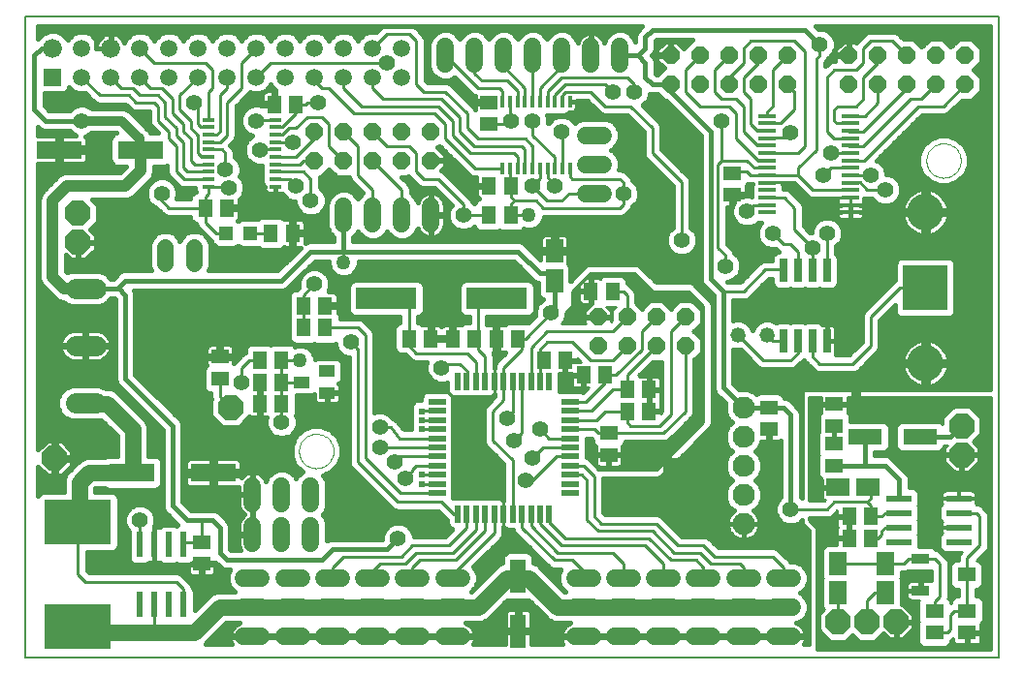
<source format=gtl>
G75*
G70*
%OFA0B0*%
%FSLAX24Y24*%
%IPPOS*%
%LPD*%
%AMOC8*
5,1,8,0,0,1.08239X$1,22.5*
%
%ADD10R,0.2100X0.0760*%
%ADD11C,0.0600*%
%ADD12R,0.0197X0.0591*%
%ADD13R,0.0591X0.0197*%
%ADD14R,0.0240X0.0870*%
%ADD15R,0.2299X0.1551*%
%ADD16R,0.0551X0.1181*%
%ADD17R,0.0551X0.0394*%
%ADD18R,0.1575X0.0630*%
%ADD19R,0.0591X0.0512*%
%ADD20R,0.0512X0.0630*%
%ADD21R,0.0512X0.0591*%
%ADD22C,0.0760*%
%ADD23R,0.0472X0.0472*%
%ADD24R,0.0591X0.0787*%
%ADD25R,0.0630X0.0512*%
%ADD26R,0.0866X0.0236*%
%ADD27R,0.0630X0.0354*%
%ADD28C,0.0500*%
%ADD29OC8,0.0850*%
%ADD30C,0.0050*%
%ADD31R,0.0594X0.0594*%
%ADD32C,0.0660*%
%ADD33C,0.0594*%
%ADD34C,0.0000*%
%ADD35R,0.0236X0.0236*%
%ADD36R,0.0787X0.0591*%
%ADD37R,0.1181X0.0551*%
%ADD38R,0.0260X0.0800*%
%ADD39C,0.0520*%
%ADD40OC8,0.0600*%
%ADD41R,0.0591X0.0157*%
%ADD42R,0.0390X0.0120*%
%ADD43R,0.1560X0.1560*%
%ADD44C,0.1250*%
%ADD45R,0.0120X0.0390*%
%ADD46C,0.0560*%
%ADD47C,0.0705*%
%ADD48C,0.0100*%
%ADD49C,0.0560*%
%ADD50C,0.0160*%
%ADD51C,0.0320*%
%ADD52C,0.0400*%
D10*
X012900Y014407D03*
X016700Y014407D03*
D11*
X014425Y016982D02*
X014425Y017582D01*
X013425Y017582D02*
X013425Y016982D01*
X012425Y016982D02*
X012425Y017582D01*
X011425Y017582D02*
X011425Y016982D01*
X014925Y022482D02*
X014925Y023082D01*
X015925Y023082D02*
X015925Y022482D01*
X016925Y022482D02*
X016925Y023082D01*
X017925Y023082D02*
X017925Y022482D01*
X018925Y022482D02*
X018925Y023082D01*
X019925Y023082D02*
X019925Y022482D01*
X020925Y022482D02*
X020925Y023082D01*
X020350Y020032D02*
X019750Y020032D01*
X019750Y019032D02*
X020350Y019032D01*
X020350Y018032D02*
X019750Y018032D01*
X010300Y007957D02*
X010300Y007357D01*
X010300Y006582D02*
X010300Y005982D01*
X009300Y005982D02*
X009300Y006582D01*
X009300Y007357D02*
X009300Y007957D01*
X008300Y007957D02*
X008300Y007357D01*
X008300Y006582D02*
X008300Y005982D01*
X008600Y004782D02*
X008000Y004782D01*
X008000Y003782D02*
X008600Y003782D01*
X009375Y003782D02*
X009975Y003782D01*
X010750Y003782D02*
X011350Y003782D01*
X012125Y003782D02*
X012725Y003782D01*
X013500Y003782D02*
X014100Y003782D01*
X014875Y003782D02*
X015475Y003782D01*
X015475Y004782D02*
X014875Y004782D01*
X014100Y004782D02*
X013500Y004782D01*
X012725Y004782D02*
X012125Y004782D01*
X011350Y004782D02*
X010750Y004782D01*
X009975Y004782D02*
X009375Y004782D01*
X009375Y002782D02*
X009975Y002782D01*
X010750Y002782D02*
X011350Y002782D01*
X012125Y002782D02*
X012725Y002782D01*
X013500Y002782D02*
X014100Y002782D01*
X014875Y002782D02*
X015475Y002782D01*
X019375Y002782D02*
X019975Y002782D01*
X020750Y002782D02*
X021350Y002782D01*
X022125Y002782D02*
X022725Y002782D01*
X023500Y002782D02*
X024100Y002782D01*
X024875Y002782D02*
X025475Y002782D01*
X026250Y002782D02*
X026850Y002782D01*
X026850Y003782D02*
X026250Y003782D01*
X025475Y003782D02*
X024875Y003782D01*
X024100Y003782D02*
X023500Y003782D01*
X022725Y003782D02*
X022125Y003782D01*
X021350Y003782D02*
X020750Y003782D01*
X019975Y003782D02*
X019375Y003782D01*
X019375Y004782D02*
X019975Y004782D01*
X020750Y004782D02*
X021350Y004782D01*
X022125Y004782D02*
X022725Y004782D01*
X023500Y004782D02*
X024100Y004782D01*
X024875Y004782D02*
X025475Y004782D01*
X026250Y004782D02*
X026850Y004782D01*
X008600Y002782D02*
X008000Y002782D01*
D12*
X015350Y006998D03*
X015665Y006998D03*
X015980Y006998D03*
X016295Y006998D03*
X016610Y006998D03*
X016925Y006998D03*
X017240Y006998D03*
X017555Y006998D03*
X017870Y006998D03*
X018185Y006998D03*
X018500Y006998D03*
X018500Y011565D03*
X018185Y011565D03*
X017870Y011565D03*
X017555Y011565D03*
X017240Y011565D03*
X016925Y011565D03*
X016610Y011565D03*
X016295Y011565D03*
X015980Y011565D03*
X015665Y011565D03*
X015350Y011565D03*
D13*
X014642Y010856D03*
X014642Y010541D03*
X014642Y010226D03*
X014642Y009911D03*
X014642Y009596D03*
X014642Y009282D03*
X014642Y008967D03*
X014642Y008652D03*
X014642Y008337D03*
X014642Y008022D03*
X014642Y007707D03*
X019208Y007707D03*
X019208Y008022D03*
X019208Y008337D03*
X019208Y008652D03*
X019208Y008967D03*
X019208Y009282D03*
X019208Y009596D03*
X019208Y009911D03*
X019208Y010226D03*
X019208Y010541D03*
X019208Y010856D03*
D14*
X005925Y005937D03*
X005425Y005937D03*
X004925Y005937D03*
X004425Y005937D03*
X004425Y003877D03*
X004925Y003877D03*
X005425Y003877D03*
X005925Y003877D03*
D15*
X002300Y003105D03*
X002300Y006708D03*
D16*
X017425Y004851D03*
X017425Y002962D03*
D17*
X010858Y011158D03*
X009992Y011532D03*
X010858Y011906D03*
D18*
X006948Y008407D03*
X004152Y008407D03*
X004448Y019532D03*
X001652Y019532D03*
D19*
X007175Y012406D03*
X007175Y011658D03*
X006550Y006031D03*
X006550Y005283D03*
X020550Y009033D03*
X020550Y009781D03*
X026050Y009908D03*
X026050Y010656D03*
X028300Y010781D03*
X028300Y010033D03*
X024800Y017970D03*
X024800Y018718D03*
X016425Y020408D03*
X016425Y021156D03*
D20*
X016426Y017282D03*
X017174Y017282D03*
X010799Y014157D03*
X010051Y014157D03*
X010051Y013407D03*
X010799Y013407D03*
X009299Y012282D03*
X008551Y012282D03*
X008551Y011532D03*
X009299Y011532D03*
X008926Y016657D03*
X009674Y016657D03*
D21*
X007424Y017532D03*
X006676Y017532D03*
X009051Y021094D03*
X009799Y021094D03*
X016426Y018282D03*
X017174Y018282D03*
X019926Y014657D03*
X020674Y014657D03*
X019049Y012282D03*
X018301Y012282D03*
X017424Y013032D03*
X016676Y013032D03*
X015924Y013032D03*
X015176Y013032D03*
X014424Y013032D03*
X013676Y013032D03*
X009299Y010782D03*
X008551Y010782D03*
X019676Y011782D03*
X020424Y011782D03*
X021176Y011282D03*
X021924Y011282D03*
X021924Y010532D03*
X021176Y010532D03*
X028801Y006907D03*
X029549Y006907D03*
X029549Y006157D03*
X028801Y006157D03*
D22*
X025175Y006657D03*
X025175Y007657D03*
X025175Y008657D03*
X025175Y009657D03*
X025175Y010657D03*
D23*
X008213Y016657D03*
X007387Y016657D03*
D24*
X018675Y016043D03*
X018675Y015020D03*
X028425Y005293D03*
X028425Y004270D03*
X030050Y004270D03*
X030050Y005293D03*
D25*
X031738Y003656D03*
X031738Y002908D03*
X032863Y002908D03*
X032863Y003656D03*
X032837Y004907D03*
X028300Y008658D03*
X028300Y009406D03*
D26*
X030526Y007532D03*
X030526Y007032D03*
X030526Y006532D03*
X030526Y006032D03*
X032574Y006032D03*
X032574Y006532D03*
X032574Y007032D03*
X032574Y007532D03*
D27*
X031263Y005458D03*
X031263Y004355D03*
D28*
X017800Y017282D03*
X011425Y015657D03*
X009925Y012282D03*
D29*
X007550Y010657D03*
X001488Y008907D03*
X002300Y016344D03*
X002300Y017344D03*
X028425Y003282D03*
X029425Y003282D03*
X030425Y003282D03*
X032675Y009032D03*
X032675Y010032D03*
D30*
X000480Y002061D02*
X000480Y024108D01*
X033945Y024108D01*
X033945Y002061D01*
X000480Y002061D01*
D31*
X001425Y022032D03*
D32*
X001425Y023032D03*
X003425Y023032D03*
D33*
X004425Y023032D03*
X005425Y023032D03*
X006425Y023032D03*
X007425Y023032D03*
X008425Y023032D03*
X009425Y023032D03*
X010425Y023032D03*
X011425Y023032D03*
X012425Y023032D03*
X013425Y023032D03*
X013425Y022032D03*
X012425Y022032D03*
X011425Y022032D03*
X010425Y022032D03*
X009425Y022032D03*
X008425Y022032D03*
X007425Y022032D03*
X006425Y022032D03*
X005425Y022032D03*
X004425Y022032D03*
X003425Y022032D03*
X002425Y022032D03*
X002425Y023032D03*
D34*
X009897Y009157D02*
X009899Y009205D01*
X009905Y009253D01*
X009915Y009300D01*
X009928Y009346D01*
X009946Y009391D01*
X009966Y009435D01*
X009991Y009477D01*
X010019Y009516D01*
X010049Y009553D01*
X010083Y009587D01*
X010120Y009619D01*
X010158Y009648D01*
X010199Y009673D01*
X010242Y009695D01*
X010287Y009713D01*
X010333Y009727D01*
X010380Y009738D01*
X010428Y009745D01*
X010476Y009748D01*
X010524Y009747D01*
X010572Y009742D01*
X010620Y009733D01*
X010666Y009721D01*
X010711Y009704D01*
X010755Y009684D01*
X010797Y009661D01*
X010837Y009634D01*
X010875Y009604D01*
X010910Y009571D01*
X010942Y009535D01*
X010972Y009497D01*
X010998Y009456D01*
X011020Y009413D01*
X011040Y009369D01*
X011055Y009324D01*
X011067Y009277D01*
X011075Y009229D01*
X011079Y009181D01*
X011079Y009133D01*
X011075Y009085D01*
X011067Y009037D01*
X011055Y008990D01*
X011040Y008945D01*
X011020Y008901D01*
X010998Y008858D01*
X010972Y008817D01*
X010942Y008779D01*
X010910Y008743D01*
X010875Y008710D01*
X010837Y008680D01*
X010797Y008653D01*
X010755Y008630D01*
X010711Y008610D01*
X010666Y008593D01*
X010620Y008581D01*
X010572Y008572D01*
X010524Y008567D01*
X010476Y008566D01*
X010428Y008569D01*
X010380Y008576D01*
X010333Y008587D01*
X010287Y008601D01*
X010242Y008619D01*
X010199Y008641D01*
X010158Y008666D01*
X010120Y008695D01*
X010083Y008727D01*
X010049Y008761D01*
X010019Y008798D01*
X009991Y008837D01*
X009966Y008879D01*
X009946Y008923D01*
X009928Y008968D01*
X009915Y009014D01*
X009905Y009061D01*
X009899Y009109D01*
X009897Y009157D01*
X031459Y019157D02*
X031461Y019205D01*
X031467Y019253D01*
X031477Y019300D01*
X031490Y019346D01*
X031508Y019391D01*
X031528Y019435D01*
X031553Y019477D01*
X031581Y019516D01*
X031611Y019553D01*
X031645Y019587D01*
X031682Y019619D01*
X031720Y019648D01*
X031761Y019673D01*
X031804Y019695D01*
X031849Y019713D01*
X031895Y019727D01*
X031942Y019738D01*
X031990Y019745D01*
X032038Y019748D01*
X032086Y019747D01*
X032134Y019742D01*
X032182Y019733D01*
X032228Y019721D01*
X032273Y019704D01*
X032317Y019684D01*
X032359Y019661D01*
X032399Y019634D01*
X032437Y019604D01*
X032472Y019571D01*
X032504Y019535D01*
X032534Y019497D01*
X032560Y019456D01*
X032582Y019413D01*
X032602Y019369D01*
X032617Y019324D01*
X032629Y019277D01*
X032637Y019229D01*
X032641Y019181D01*
X032641Y019133D01*
X032637Y019085D01*
X032629Y019037D01*
X032617Y018990D01*
X032602Y018945D01*
X032582Y018901D01*
X032560Y018858D01*
X032534Y018817D01*
X032504Y018779D01*
X032472Y018743D01*
X032437Y018710D01*
X032399Y018680D01*
X032359Y018653D01*
X032317Y018630D01*
X032273Y018610D01*
X032228Y018593D01*
X032182Y018581D01*
X032134Y018572D01*
X032086Y018567D01*
X032038Y018566D01*
X031990Y018569D01*
X031942Y018576D01*
X031895Y018587D01*
X031849Y018601D01*
X031804Y018619D01*
X031761Y018641D01*
X031720Y018666D01*
X031682Y018695D01*
X031645Y018727D01*
X031611Y018761D01*
X031581Y018798D01*
X031553Y018837D01*
X031528Y018879D01*
X031508Y018923D01*
X031490Y018968D01*
X031477Y019014D01*
X031467Y019061D01*
X031461Y019109D01*
X031459Y019157D01*
D35*
X014113Y010532D03*
X014113Y010219D03*
X014113Y009907D03*
X014113Y008344D03*
X014113Y008032D03*
D36*
X028413Y007907D03*
X029437Y007907D03*
D37*
X029355Y009657D03*
X031245Y009657D03*
D38*
X028050Y012947D03*
X027550Y012947D03*
X027050Y012947D03*
X026550Y012947D03*
X026550Y015367D03*
X027050Y015367D03*
X027550Y015367D03*
X028050Y015367D03*
D39*
X025988Y013157D03*
X024988Y013157D03*
D40*
X023175Y012782D03*
X023175Y013782D03*
X022175Y013782D03*
X021175Y013782D03*
X020175Y013782D03*
X020175Y012782D03*
X021175Y012782D03*
X022175Y012782D03*
X014425Y019157D03*
X013425Y019157D03*
X012425Y019157D03*
X011425Y019157D03*
X010425Y019157D03*
X010425Y020157D03*
X011425Y020157D03*
X012425Y020157D03*
X013425Y020157D03*
X014425Y020157D03*
X022675Y021782D03*
X023675Y021782D03*
X024675Y021782D03*
X025675Y021782D03*
X026675Y021782D03*
X026675Y022782D03*
X025675Y022782D03*
X024675Y022782D03*
X023675Y022782D03*
X022675Y022782D03*
X028800Y022782D03*
X029800Y022782D03*
X030800Y022782D03*
X031800Y022782D03*
X032800Y022782D03*
X032800Y021782D03*
X031800Y021782D03*
X030800Y021782D03*
X029800Y021782D03*
X028800Y021782D03*
D41*
X028852Y020695D03*
X028852Y020439D03*
X028852Y020183D03*
X028852Y019927D03*
X028852Y019671D03*
X028852Y019415D03*
X028852Y019159D03*
X028852Y018904D03*
X028852Y018648D03*
X028852Y018392D03*
X028852Y018136D03*
X028852Y017880D03*
X028852Y017624D03*
X028852Y017368D03*
X025998Y017368D03*
X025998Y017624D03*
X025998Y017880D03*
X025998Y018136D03*
X025998Y018392D03*
X025998Y018648D03*
X025998Y018904D03*
X025998Y019159D03*
X025998Y019415D03*
X025998Y019671D03*
X025998Y019927D03*
X025998Y020183D03*
X025998Y020439D03*
X025998Y020695D03*
D42*
X009074Y020558D03*
X009074Y020302D03*
X009074Y020046D03*
X009074Y019790D03*
X009074Y019534D03*
X009074Y019279D03*
X009074Y019023D03*
X009074Y018767D03*
X009074Y018511D03*
X009074Y018255D03*
X006776Y018255D03*
X006776Y018511D03*
X006776Y018767D03*
X006776Y019023D03*
X006776Y019279D03*
X006776Y019534D03*
X006776Y019790D03*
X006776Y020046D03*
X006776Y020302D03*
X006776Y020558D03*
D43*
X031425Y014782D03*
D44*
X031425Y017382D03*
X031425Y012182D03*
D45*
X019202Y018883D03*
X018946Y018883D03*
X018690Y018883D03*
X018434Y018883D03*
X018178Y018883D03*
X017922Y018883D03*
X017666Y018883D03*
X017410Y018883D03*
X017154Y018883D03*
X016898Y018883D03*
X016898Y021180D03*
X017154Y021180D03*
X017410Y021180D03*
X017666Y021180D03*
X017922Y021180D03*
X018178Y021180D03*
X018434Y021180D03*
X018690Y021180D03*
X018946Y021180D03*
X019202Y021180D03*
D46*
X006300Y016187D02*
X006300Y015627D01*
X005300Y015627D02*
X005300Y016187D01*
X003300Y010782D02*
X002589Y010782D01*
X002558Y010813D01*
X003300Y010782D02*
X004175Y009907D01*
X004175Y008509D01*
X004152Y008407D01*
X003925Y008407D01*
X004152Y008407D02*
X002675Y008407D01*
X002351Y008083D01*
X002351Y007282D01*
X002300Y006708D01*
X002300Y003105D02*
X002351Y003105D01*
X002550Y002907D01*
X004925Y002907D01*
X006300Y002907D01*
X007175Y003782D01*
X008300Y003782D01*
X009675Y003782D01*
X011050Y003782D01*
X012425Y003782D01*
X013800Y003782D01*
X015175Y003782D01*
X016050Y003782D01*
X017050Y004782D01*
X017425Y004782D01*
X017425Y004851D01*
X017425Y004782D02*
X017800Y004782D01*
X018800Y003782D01*
X019675Y003782D01*
X021050Y003782D01*
X022425Y003782D01*
X023800Y003782D01*
X025175Y003782D01*
X026550Y003782D01*
D47*
X002910Y010813D02*
X002205Y010813D01*
X002205Y012782D02*
X002910Y012782D01*
X002910Y014750D02*
X002205Y014750D01*
D48*
X005175Y017782D02*
X005425Y017532D01*
X006676Y017532D01*
X006675Y017531D01*
X006675Y017032D01*
X007050Y016657D01*
X007387Y016657D01*
X008213Y016657D02*
X008926Y016657D01*
X010300Y017782D02*
X010300Y018532D01*
X010065Y018767D01*
X009074Y018767D01*
X009074Y019023D02*
X009916Y019023D01*
X010050Y019157D01*
X010425Y019157D01*
X009797Y019279D02*
X010425Y019907D01*
X010425Y020157D01*
X010175Y020657D02*
X009800Y020282D01*
X009550Y020282D01*
X009315Y020046D01*
X009074Y020046D01*
X009074Y019790D02*
X009666Y019790D01*
X009675Y019782D01*
X009797Y019279D02*
X009074Y019279D01*
X009074Y019534D02*
X008553Y019534D01*
X008550Y019532D01*
X009074Y020302D02*
X009321Y020302D01*
X009800Y020782D01*
X009799Y021094D01*
X010113Y021094D01*
X010175Y021157D01*
X010549Y021157D01*
X010675Y021657D02*
X010925Y021657D01*
X011800Y020782D01*
X014550Y020782D01*
X014925Y020407D01*
X014925Y019907D01*
X015949Y018883D01*
X016898Y018883D01*
X017154Y018883D02*
X017154Y018301D01*
X017174Y018282D01*
X017175Y018281D01*
X017175Y017907D01*
X017300Y017782D01*
X018050Y017782D01*
X018300Y017532D01*
X020925Y017532D01*
X021050Y017657D01*
X021050Y018032D01*
X021050Y018407D01*
X020925Y018532D01*
X019300Y018532D01*
X019202Y018630D01*
X019202Y018883D01*
X019202Y018880D01*
X018946Y018883D02*
X018946Y020136D01*
X018925Y020157D01*
X018690Y019267D02*
X017925Y020032D01*
X017925Y020532D01*
X017675Y019907D02*
X017922Y019659D01*
X017922Y018883D01*
X017666Y018883D02*
X017666Y019540D01*
X017550Y019657D01*
X015925Y019657D01*
X015425Y020157D01*
X015425Y020657D01*
X014800Y021282D01*
X012800Y021282D01*
X012425Y021657D01*
X012425Y022032D01*
X012925Y022532D02*
X008925Y022532D01*
X008425Y022032D01*
X007925Y021657D02*
X007425Y021157D01*
X007425Y020032D01*
X007184Y019790D01*
X006776Y019790D01*
X006776Y019534D02*
X007235Y019534D01*
X007363Y019407D01*
X007363Y018844D01*
X006776Y018767D02*
X006065Y018767D01*
X005925Y018907D01*
X005925Y019782D01*
X005675Y020032D01*
X005675Y020282D01*
X005300Y020657D01*
X005300Y021157D01*
X005050Y021407D01*
X004425Y021407D01*
X004175Y021657D01*
X003800Y021657D01*
X003425Y022032D01*
X003050Y021407D02*
X004050Y021407D01*
X004300Y021157D01*
X004925Y021157D01*
X005050Y021032D01*
X005050Y020532D01*
X005425Y020157D01*
X005425Y019907D01*
X005675Y019657D01*
X005675Y018782D01*
X005946Y018511D01*
X006776Y018511D01*
X006776Y018255D02*
X006800Y018231D01*
X006800Y018032D01*
X006676Y017908D01*
X006676Y017532D01*
X006550Y017781D01*
X006776Y018255D02*
X007452Y018255D01*
X007488Y018219D01*
X006776Y019023D02*
X006309Y019023D01*
X006175Y019157D01*
X006175Y019907D01*
X005925Y020157D01*
X005925Y020407D01*
X005550Y020782D01*
X005550Y021282D01*
X005175Y021657D01*
X004800Y021657D01*
X004425Y022032D01*
X004925Y022532D02*
X006675Y022532D01*
X006925Y022282D01*
X006925Y021657D01*
X006800Y021532D01*
X006800Y020558D01*
X006776Y020558D01*
X006776Y020302D02*
X006529Y020302D01*
X006425Y020407D01*
X006425Y021032D01*
X006300Y021157D01*
X005800Y021407D02*
X005800Y020907D01*
X006175Y020532D01*
X006175Y020282D01*
X006425Y020032D01*
X006425Y019407D01*
X006553Y019279D01*
X006776Y019279D01*
X006776Y020046D02*
X007065Y020046D01*
X007175Y020157D01*
X007175Y021407D01*
X007425Y021657D01*
X007425Y022032D01*
X007925Y021657D02*
X007925Y022532D01*
X008425Y023032D01*
X006425Y022032D02*
X005800Y021407D01*
X004925Y022532D02*
X004425Y023032D01*
X003050Y021407D02*
X002425Y022032D01*
X005175Y018032D02*
X005175Y017782D01*
X008425Y020532D02*
X008452Y020558D01*
X009074Y020558D01*
X010175Y020657D02*
X010675Y020657D01*
X010925Y020407D01*
X010925Y019657D01*
X011425Y019157D01*
X011925Y019657D02*
X011925Y018657D01*
X012425Y018157D01*
X012425Y017282D01*
X013425Y017282D02*
X013425Y018157D01*
X012425Y019157D01*
X011925Y019657D02*
X011425Y020157D01*
X012425Y020157D02*
X012925Y019657D01*
X013675Y019657D01*
X013925Y019407D01*
X013925Y018782D01*
X014175Y018532D01*
X014675Y018532D01*
X015550Y017657D01*
X015550Y017282D01*
X016426Y017282D01*
X017174Y017282D02*
X017800Y017282D01*
X017174Y017282D02*
X017174Y017656D01*
X017300Y017782D01*
X017925Y018282D02*
X018425Y017782D01*
X018925Y017782D01*
X019175Y018032D01*
X020050Y018032D01*
X018675Y018282D02*
X018434Y018585D01*
X018434Y018883D01*
X018690Y018883D02*
X018690Y019267D01*
X018178Y018883D02*
X018178Y018534D01*
X017925Y018282D01*
X017410Y018883D02*
X017410Y019296D01*
X017300Y019407D01*
X015800Y019407D01*
X015175Y020032D01*
X015175Y020532D01*
X014675Y021032D01*
X012050Y021032D01*
X011425Y021657D01*
X011425Y022032D01*
X010675Y021657D02*
X010425Y021907D01*
X010425Y022032D01*
X012425Y023032D02*
X012925Y023532D01*
X013675Y023532D01*
X013925Y023282D01*
X013925Y021782D01*
X014175Y021532D01*
X014925Y021532D01*
X015675Y020782D01*
X015675Y020282D01*
X016050Y019907D01*
X017675Y019907D01*
X017175Y020532D02*
X017154Y020552D01*
X017154Y021180D01*
X016898Y021180D02*
X016898Y021558D01*
X016800Y021657D01*
X016050Y021657D01*
X014925Y022782D01*
X015925Y022782D02*
X015925Y022157D01*
X016175Y021907D01*
X017050Y021907D01*
X017410Y021546D01*
X017410Y021180D01*
X017666Y021180D02*
X017666Y021665D01*
X016925Y022407D01*
X016925Y022782D01*
X017922Y022779D02*
X017925Y022782D01*
X017922Y022779D02*
X017922Y021180D01*
X018178Y021180D02*
X018178Y021659D01*
X018925Y022407D01*
X018925Y022782D01*
X018925Y022032D02*
X021175Y022032D01*
X021425Y021782D01*
X021425Y021532D01*
X021300Y021032D02*
X020425Y021032D01*
X019925Y021532D01*
X019050Y021532D01*
X018946Y021427D01*
X018946Y021180D01*
X019202Y021180D02*
X019276Y021180D01*
X019300Y021157D01*
X018690Y021180D02*
X018690Y021421D01*
X019050Y021782D01*
X020425Y021782D01*
X020675Y021532D01*
X021300Y021032D02*
X022050Y020282D01*
X022050Y019407D01*
X023050Y018407D01*
X023050Y016407D01*
X024300Y016157D02*
X024300Y019032D01*
X024425Y019157D01*
X024425Y020532D01*
X024675Y021032D02*
X023675Y021032D01*
X023175Y021532D01*
X023175Y022282D01*
X023675Y022782D01*
X024175Y022282D02*
X024675Y022782D01*
X025175Y023032D02*
X025175Y022532D01*
X024675Y022032D01*
X024675Y021782D01*
X025175Y021532D02*
X025175Y022032D01*
X025675Y022532D01*
X025675Y022782D01*
X025425Y023282D02*
X025175Y023032D01*
X025425Y023282D02*
X026925Y023282D01*
X027300Y022907D01*
X027300Y019657D01*
X027059Y019415D01*
X025998Y019415D01*
X025998Y019159D02*
X025672Y019159D01*
X024925Y019907D01*
X024925Y020782D01*
X024675Y021032D01*
X024425Y021282D02*
X024175Y021532D01*
X024175Y022282D01*
X025175Y021532D02*
X025425Y021282D01*
X025425Y020407D01*
X025648Y020183D01*
X025998Y020183D01*
X026008Y019938D02*
X026613Y019938D01*
X026800Y020125D01*
X026457Y020439D02*
X026925Y020907D01*
X026925Y021532D01*
X026675Y021782D01*
X026175Y022282D02*
X026675Y022782D01*
X026175Y022282D02*
X026175Y021032D01*
X025998Y020854D01*
X025998Y020695D01*
X025998Y020439D02*
X026457Y020439D01*
X026008Y019938D02*
X025998Y019927D01*
X025998Y019671D02*
X025660Y019671D01*
X025175Y020157D01*
X025175Y021032D01*
X024925Y021282D01*
X024425Y021282D01*
X024425Y019157D02*
X025300Y019157D01*
X025550Y018907D01*
X025995Y018907D01*
X025998Y018904D01*
X025989Y018657D02*
X025998Y018648D01*
X027059Y018648D01*
X027059Y018915D01*
X027675Y019532D01*
X027675Y022657D01*
X027800Y022782D01*
X027800Y023157D01*
X028300Y022282D02*
X029050Y022282D01*
X029300Y022532D01*
X029300Y023032D01*
X029550Y023282D01*
X030300Y023282D01*
X030800Y022782D01*
X029800Y022782D02*
X029800Y022532D01*
X029300Y022032D01*
X029300Y021282D01*
X029050Y021032D01*
X028425Y021032D01*
X028300Y020907D01*
X028300Y020532D01*
X028393Y020439D01*
X028852Y020439D01*
X028852Y020183D02*
X028827Y020183D01*
X028800Y020157D01*
X029300Y020157D01*
X030800Y021657D01*
X030800Y021782D01*
X030925Y021282D02*
X031300Y021282D01*
X031800Y021782D01*
X032050Y021032D02*
X031175Y021032D01*
X029303Y019159D01*
X028852Y019159D01*
X028852Y018904D02*
X028172Y018904D01*
X027925Y018657D01*
X027550Y018157D02*
X028831Y018157D01*
X028852Y018136D01*
X028852Y018392D02*
X029175Y018407D01*
X029425Y018157D01*
X030050Y018157D01*
X029550Y018657D02*
X028852Y018648D01*
X028852Y019415D02*
X028059Y019415D01*
X028175Y019407D01*
X028279Y019927D02*
X028050Y020157D01*
X028050Y022032D01*
X028300Y022282D01*
X029800Y021782D02*
X029800Y021157D01*
X029338Y020695D01*
X028852Y020695D01*
X028852Y019927D02*
X028279Y019927D01*
X028800Y019657D02*
X029300Y019657D01*
X030925Y021282D01*
X032050Y021032D02*
X032800Y021782D01*
X028852Y019671D02*
X028815Y019671D01*
X028800Y019657D01*
X027550Y018157D02*
X027059Y018648D01*
X026925Y018407D02*
X026013Y018407D01*
X025998Y018392D01*
X025989Y018657D02*
X025425Y018657D01*
X025300Y018782D01*
X024801Y018782D01*
X024800Y018718D01*
X025518Y017624D02*
X025300Y017407D01*
X025518Y017624D02*
X025998Y017624D01*
X025998Y017880D02*
X026550Y017875D01*
X026581Y017875D01*
X026925Y017532D01*
X026925Y016782D01*
X027550Y016157D01*
X027550Y015367D01*
X027050Y015367D02*
X027050Y016032D01*
X026800Y016282D01*
X026550Y016282D01*
X026175Y016657D01*
X027452Y017880D02*
X026925Y018407D01*
X027452Y017880D02*
X028852Y017880D01*
X028852Y017624D01*
X028050Y016657D02*
X028050Y015367D01*
X026550Y015367D02*
X026510Y015407D01*
X025925Y015407D01*
X025175Y014657D01*
X024488Y014657D01*
X023800Y014157D02*
X023800Y010157D01*
X022800Y009157D01*
X022767Y009124D02*
X020995Y009124D01*
X020995Y009083D02*
X020995Y009308D01*
X020987Y009341D01*
X021075Y009429D01*
X021075Y009502D01*
X022481Y009502D01*
X022584Y009544D01*
X022662Y009623D01*
X023334Y010294D01*
X023334Y010294D01*
X023412Y010373D01*
X023455Y010476D01*
X023455Y012312D01*
X023705Y012562D01*
X023705Y013001D01*
X023425Y013282D01*
X023705Y013562D01*
X023705Y014001D01*
X023395Y014312D01*
X022955Y014312D01*
X022675Y014031D01*
X022395Y014312D01*
X021955Y014312D01*
X021675Y014031D01*
X021454Y014252D01*
X021454Y014532D01*
X021454Y014588D01*
X021454Y014588D01*
X021454Y014589D01*
X021433Y014639D01*
X021411Y014691D01*
X021411Y014691D01*
X021411Y014691D01*
X021372Y014730D01*
X021209Y014894D01*
X021160Y014914D01*
X021160Y015047D01*
X021025Y015182D01*
X020323Y015182D01*
X020234Y015093D01*
X020202Y015102D01*
X019976Y015102D01*
X019976Y014707D01*
X019876Y014707D01*
X019876Y015102D01*
X019745Y015102D01*
X019925Y015282D01*
X021425Y015282D01*
X022050Y014657D01*
X023300Y014657D01*
X023800Y014157D01*
X023300Y014657D01*
X022050Y014657D01*
X021425Y015282D01*
X019925Y015282D01*
X019300Y014657D01*
X019520Y014877D01*
X019520Y014707D01*
X019876Y014707D01*
X019876Y014607D01*
X019520Y014607D01*
X019520Y014342D01*
X019530Y014303D01*
X019550Y014269D01*
X019578Y014241D01*
X019612Y014221D01*
X019650Y014211D01*
X019876Y014211D01*
X019876Y014607D01*
X019976Y014607D01*
X019976Y014219D01*
X019725Y013968D01*
X019725Y013832D01*
X020125Y013832D01*
X020125Y013732D01*
X019725Y013732D01*
X019725Y013595D01*
X019759Y013562D01*
X018926Y013562D01*
X018982Y013618D01*
X019060Y013805D01*
X019060Y013917D01*
X019300Y014157D01*
X019300Y014657D01*
X019300Y014157D01*
X019291Y014147D02*
X019904Y014147D01*
X019876Y014246D02*
X019976Y014246D01*
X019976Y014344D02*
X019876Y014344D01*
X019876Y014443D02*
X019976Y014443D01*
X019976Y014541D02*
X019876Y014541D01*
X019876Y014640D02*
X019300Y014640D01*
X019300Y014541D02*
X019520Y014541D01*
X019520Y014443D02*
X019300Y014443D01*
X019300Y014344D02*
X019520Y014344D01*
X019574Y014246D02*
X019300Y014246D01*
X019192Y014049D02*
X019806Y014049D01*
X019725Y013950D02*
X019094Y013950D01*
X019060Y013852D02*
X019725Y013852D01*
X019725Y013655D02*
X018998Y013655D01*
X019038Y013753D02*
X020125Y013753D01*
X020225Y013753D02*
X020645Y013753D01*
X020625Y013732D02*
X020625Y013628D01*
X020645Y013648D01*
X020645Y014001D01*
X020775Y014131D01*
X020462Y014131D01*
X020625Y013968D01*
X020625Y013832D01*
X020225Y013832D01*
X020225Y013732D01*
X020625Y013732D01*
X020625Y013655D02*
X020645Y013655D01*
X020645Y013852D02*
X020625Y013852D01*
X020625Y013950D02*
X020645Y013950D01*
X020692Y014049D02*
X020544Y014049D01*
X021175Y013782D02*
X020675Y013282D01*
X018425Y013282D01*
X017870Y012726D01*
X017870Y011565D01*
X018185Y011565D02*
X018185Y012166D01*
X018301Y012282D02*
X018175Y012532D01*
X018175Y012657D01*
X018425Y012907D01*
X019300Y012907D01*
X019925Y012282D01*
X020675Y012282D01*
X021175Y012782D01*
X021675Y012657D02*
X020800Y011782D01*
X020425Y011782D01*
X020425Y011657D01*
X020425Y011532D01*
X019750Y010856D01*
X019208Y010856D01*
X019208Y010541D02*
X019935Y010541D01*
X020675Y011282D01*
X021176Y011282D01*
X021175Y011658D01*
X021175Y011782D01*
X022175Y012782D01*
X021675Y012657D02*
X021675Y013282D01*
X022175Y013782D01*
X022658Y014049D02*
X022692Y014049D01*
X022791Y014147D02*
X022559Y014147D01*
X022461Y014246D02*
X022889Y014246D01*
X023461Y014246D02*
X023711Y014246D01*
X023800Y014157D02*
X023800Y010157D01*
X022175Y008532D01*
X020196Y008532D01*
X019839Y008889D01*
X019803Y008904D01*
X019800Y008907D01*
X019796Y008907D01*
X019736Y008932D01*
X019734Y008932D01*
X019734Y009631D01*
X019929Y009631D01*
X019938Y009623D01*
X020016Y009544D01*
X020025Y009541D01*
X020025Y009429D01*
X020113Y009341D01*
X020105Y009308D01*
X020105Y009083D01*
X020500Y009083D01*
X020500Y008983D01*
X020105Y008983D01*
X020105Y008757D01*
X020115Y008719D01*
X020135Y008685D01*
X020163Y008657D01*
X020197Y008637D01*
X020235Y008627D01*
X020500Y008627D01*
X020500Y008983D01*
X020600Y008983D01*
X020600Y009083D01*
X020995Y009083D01*
X020995Y008983D02*
X020600Y008983D01*
X020600Y008627D01*
X020865Y008627D01*
X020903Y008637D01*
X020937Y008657D01*
X020965Y008685D01*
X020985Y008719D01*
X020995Y008757D01*
X020995Y008983D01*
X020995Y008927D02*
X022570Y008927D01*
X022669Y009025D02*
X020600Y009025D01*
X020600Y008927D02*
X020500Y008927D01*
X020500Y009025D02*
X019734Y009025D01*
X019734Y009124D02*
X020105Y009124D01*
X020105Y009222D02*
X019734Y009222D01*
X019734Y009321D02*
X020108Y009321D01*
X020035Y009419D02*
X019734Y009419D01*
X019734Y009518D02*
X020025Y009518D01*
X019945Y009616D02*
X019734Y009616D01*
X019938Y009623D02*
X019938Y009623D01*
X020175Y009782D02*
X020549Y009782D01*
X020550Y009781D01*
X020800Y009782D02*
X022425Y009782D01*
X023175Y010532D01*
X023175Y012782D01*
X023544Y013162D02*
X023800Y013162D01*
X023800Y013064D02*
X023643Y013064D01*
X023705Y012965D02*
X023800Y012965D01*
X023800Y012867D02*
X023705Y012867D01*
X023705Y012768D02*
X023800Y012768D01*
X023800Y012670D02*
X023705Y012670D01*
X023705Y012571D02*
X023800Y012571D01*
X023800Y012473D02*
X023616Y012473D01*
X023517Y012374D02*
X023800Y012374D01*
X023800Y012276D02*
X023455Y012276D01*
X023455Y012177D02*
X023800Y012177D01*
X023800Y012079D02*
X023455Y012079D01*
X023455Y011980D02*
X023800Y011980D01*
X023800Y011882D02*
X023455Y011882D01*
X023455Y011783D02*
X023800Y011783D01*
X023800Y011685D02*
X023455Y011685D01*
X023455Y011586D02*
X023800Y011586D01*
X023800Y011488D02*
X023455Y011488D01*
X023455Y011389D02*
X023800Y011389D01*
X023800Y011291D02*
X023455Y011291D01*
X023455Y011192D02*
X023800Y011192D01*
X023800Y011094D02*
X023455Y011094D01*
X023455Y010995D02*
X023800Y010995D01*
X023800Y010897D02*
X023455Y010897D01*
X023455Y010798D02*
X023800Y010798D01*
X023800Y010700D02*
X023455Y010700D01*
X023455Y010601D02*
X023800Y010601D01*
X023800Y010503D02*
X023455Y010503D01*
X023425Y010404D02*
X023800Y010404D01*
X023800Y010306D02*
X023345Y010306D01*
X023246Y010207D02*
X023800Y010207D01*
X023752Y010109D02*
X023148Y010109D01*
X023049Y010010D02*
X023654Y010010D01*
X023555Y009912D02*
X022951Y009912D01*
X022852Y009813D02*
X023457Y009813D01*
X023358Y009715D02*
X022754Y009715D01*
X022662Y009623D02*
X022662Y009623D01*
X022655Y009616D02*
X023260Y009616D01*
X023161Y009518D02*
X022519Y009518D01*
X022866Y009222D02*
X020995Y009222D01*
X020992Y009321D02*
X022964Y009321D01*
X023063Y009419D02*
X021065Y009419D01*
X021300Y010032D02*
X021175Y010157D01*
X021175Y010281D01*
X021176Y010532D01*
X020425Y010532D01*
X020105Y010226D01*
X019208Y010226D01*
X019208Y009911D02*
X020045Y009911D01*
X020175Y009782D01*
X020105Y008927D02*
X019748Y008927D01*
X019899Y008828D02*
X020105Y008828D01*
X020112Y008730D02*
X019998Y008730D01*
X020096Y008631D02*
X020218Y008631D01*
X020195Y008533D02*
X022176Y008533D01*
X022175Y008532D02*
X020175Y008532D01*
X020050Y008282D02*
X020050Y006907D01*
X020300Y006657D01*
X022175Y006657D01*
X022925Y005907D01*
X023800Y005907D01*
X024175Y005532D01*
X026175Y005532D01*
X026550Y005157D01*
X026550Y004782D01*
X027675Y004790D02*
X027915Y004790D01*
X027923Y004782D02*
X027900Y004759D01*
X027900Y003781D01*
X027949Y003732D01*
X027770Y003553D01*
X027770Y003010D01*
X028154Y002627D01*
X028696Y002627D01*
X028925Y002855D01*
X029154Y002627D01*
X029696Y002627D01*
X029982Y002912D01*
X030187Y002707D01*
X030375Y002707D01*
X030375Y003232D01*
X030475Y003232D01*
X030475Y003332D01*
X031000Y003332D01*
X031000Y003520D01*
X030663Y003857D01*
X030575Y003857D01*
X030575Y004759D01*
X030552Y004782D01*
X030575Y004804D01*
X030575Y005002D01*
X030731Y005002D01*
X030834Y005044D01*
X030846Y005057D01*
X030852Y005051D01*
X031645Y005051D01*
X031645Y004667D01*
X031635Y004672D01*
X031597Y004683D01*
X031301Y004683D01*
X031301Y004394D01*
X031224Y004394D01*
X031224Y004683D01*
X030928Y004683D01*
X030890Y004672D01*
X030856Y004653D01*
X030828Y004625D01*
X030808Y004590D01*
X030798Y004552D01*
X030798Y004394D01*
X031224Y004394D01*
X031224Y004317D01*
X030798Y004317D01*
X030798Y004158D01*
X030808Y004120D01*
X030828Y004086D01*
X030856Y004058D01*
X030890Y004038D01*
X030928Y004028D01*
X031214Y004028D01*
X031193Y004007D01*
X031193Y003304D01*
X031215Y003282D01*
X031193Y003259D01*
X031193Y002556D01*
X031327Y002422D01*
X032148Y002422D01*
X032282Y002556D01*
X032282Y002649D01*
X032335Y002670D01*
X032398Y002733D01*
X032398Y002632D01*
X032408Y002594D01*
X032428Y002560D01*
X032455Y002532D01*
X032490Y002512D01*
X032528Y002502D01*
X032813Y002502D01*
X032813Y002858D01*
X032912Y002858D01*
X032913Y002858D02*
X032913Y002958D01*
X033327Y002958D01*
X033327Y003183D01*
X033319Y003216D01*
X033407Y003304D01*
X033407Y004007D01*
X033273Y004141D01*
X033142Y004141D01*
X033142Y004421D01*
X033248Y004421D01*
X033382Y004555D01*
X033382Y005258D01*
X033248Y005392D01*
X033182Y005392D01*
X033537Y005748D01*
X033580Y005851D01*
X033580Y006962D01*
X033537Y007065D01*
X033412Y007190D01*
X033334Y007269D01*
X033231Y007312D01*
X033170Y007312D01*
X033139Y007343D01*
X033146Y007356D01*
X033157Y007394D01*
X033157Y007522D01*
X032583Y007522D01*
X032583Y007541D01*
X032565Y007541D01*
X032565Y007800D01*
X032121Y007800D01*
X032083Y007789D01*
X032048Y007770D01*
X032021Y007742D01*
X032001Y007708D01*
X031991Y007669D01*
X031991Y007541D01*
X032565Y007541D01*
X032565Y007522D01*
X031991Y007522D01*
X031991Y007394D01*
X032001Y007356D01*
X032008Y007343D01*
X031911Y007245D01*
X031911Y006818D01*
X032008Y006720D01*
X032001Y006708D01*
X031991Y006669D01*
X031991Y006541D01*
X032565Y006541D01*
X032565Y006522D01*
X031991Y006522D01*
X031991Y006394D01*
X032001Y006356D01*
X032008Y006343D01*
X031911Y006245D01*
X031911Y005818D01*
X032045Y005683D01*
X032681Y005683D01*
X032625Y005628D01*
X032583Y005525D01*
X032583Y005392D01*
X032427Y005392D01*
X032292Y005258D01*
X032292Y004555D01*
X032427Y004421D01*
X032583Y004421D01*
X032583Y004141D01*
X032452Y004141D01*
X032318Y004007D01*
X032318Y003915D01*
X032282Y003901D01*
X032282Y004007D01*
X032200Y004089D01*
X032205Y004101D01*
X032205Y005337D01*
X032162Y005440D01*
X032084Y005519D01*
X032084Y005519D01*
X031907Y005695D01*
X031805Y005738D01*
X031800Y005738D01*
X031673Y005865D01*
X031189Y005865D01*
X031189Y006245D01*
X031153Y006282D01*
X031189Y006318D01*
X031189Y006745D01*
X031153Y006782D01*
X031189Y006818D01*
X031189Y007245D01*
X031153Y007282D01*
X031189Y007318D01*
X031189Y007745D01*
X031055Y007880D01*
X030836Y007880D01*
X030836Y008242D01*
X030789Y008356D01*
X030313Y008832D01*
X030226Y008919D01*
X030112Y008967D01*
X029665Y008967D01*
X029665Y009151D01*
X030041Y009151D01*
X030176Y009286D01*
X030176Y010027D01*
X030041Y010162D01*
X028825Y010162D01*
X028825Y010384D01*
X028737Y010472D01*
X028745Y010505D01*
X028745Y010731D01*
X028350Y010731D01*
X028350Y010831D01*
X028745Y010831D01*
X028745Y011032D01*
X033675Y011032D01*
X033675Y002316D01*
X027675Y002316D01*
X027675Y006532D01*
X027425Y006782D01*
X027425Y006877D01*
X028106Y006877D01*
X028209Y006919D01*
X028287Y006998D01*
X028395Y007106D01*
X028395Y006957D01*
X028246Y006957D01*
X028344Y007055D02*
X028395Y007055D01*
X028395Y006957D02*
X028751Y006957D01*
X028751Y006857D01*
X028395Y006857D01*
X028395Y006592D01*
X028405Y006553D01*
X028418Y006532D01*
X028405Y006510D01*
X028395Y006472D01*
X028395Y006207D01*
X028751Y006207D01*
X028751Y006857D01*
X028851Y006857D01*
X028851Y006602D01*
X028851Y006207D01*
X028751Y006207D01*
X028751Y006107D01*
X028395Y006107D01*
X028395Y005917D01*
X028034Y005917D01*
X027900Y005782D01*
X027900Y004804D01*
X027923Y004782D01*
X027900Y004691D02*
X027675Y004691D01*
X027675Y004593D02*
X027900Y004593D01*
X027900Y004494D02*
X027675Y004494D01*
X027675Y004396D02*
X027900Y004396D01*
X027900Y004297D02*
X027675Y004297D01*
X027675Y004199D02*
X027900Y004199D01*
X027900Y004100D02*
X027675Y004100D01*
X027675Y004002D02*
X027900Y004002D01*
X027900Y003903D02*
X027675Y003903D01*
X027675Y003805D02*
X027900Y003805D01*
X027923Y003706D02*
X027675Y003706D01*
X027675Y003608D02*
X027825Y003608D01*
X027770Y003509D02*
X027675Y003509D01*
X027675Y003411D02*
X027770Y003411D01*
X027770Y003312D02*
X027675Y003312D01*
X027675Y003214D02*
X027770Y003214D01*
X027770Y003115D02*
X027675Y003115D01*
X027675Y003017D02*
X027770Y003017D01*
X027862Y002918D02*
X027675Y002918D01*
X027675Y002820D02*
X027961Y002820D01*
X028059Y002721D02*
X027675Y002721D01*
X027675Y002623D02*
X031193Y002623D01*
X031193Y002721D02*
X030678Y002721D01*
X030663Y002707D02*
X031000Y003043D01*
X031000Y003232D01*
X030475Y003232D01*
X030475Y002707D01*
X030663Y002707D01*
X030776Y002820D02*
X031193Y002820D01*
X031193Y002918D02*
X030875Y002918D01*
X030973Y003017D02*
X031193Y003017D01*
X031193Y003115D02*
X031000Y003115D01*
X031000Y003214D02*
X031193Y003214D01*
X031193Y003312D02*
X030475Y003312D01*
X030475Y003214D02*
X030375Y003214D01*
X030375Y003115D02*
X030475Y003115D01*
X030475Y003017D02*
X030375Y003017D01*
X030375Y002918D02*
X030475Y002918D01*
X030475Y002820D02*
X030375Y002820D01*
X030375Y002721D02*
X030475Y002721D01*
X030172Y002721D02*
X029791Y002721D01*
X029889Y002820D02*
X030074Y002820D01*
X029425Y003282D02*
X029425Y004032D01*
X029675Y004282D01*
X030038Y004282D01*
X030050Y004270D01*
X030575Y004297D02*
X030798Y004297D01*
X030798Y004199D02*
X030575Y004199D01*
X030575Y004100D02*
X030820Y004100D01*
X030575Y004002D02*
X031193Y004002D01*
X031193Y003903D02*
X030575Y003903D01*
X030715Y003805D02*
X031193Y003805D01*
X031193Y003706D02*
X030814Y003706D01*
X030912Y003608D02*
X031193Y003608D01*
X031193Y003509D02*
X031000Y003509D01*
X031000Y003411D02*
X031193Y003411D01*
X031738Y003656D02*
X031738Y003969D01*
X031925Y004157D01*
X031925Y005282D01*
X031749Y005458D01*
X031263Y005458D01*
X030851Y005458D01*
X030675Y005282D01*
X030062Y005282D01*
X030050Y005293D01*
X028425Y005293D01*
X027900Y005282D02*
X027675Y005282D01*
X027675Y005184D02*
X027900Y005184D01*
X027900Y005085D02*
X027675Y005085D01*
X027675Y004987D02*
X027900Y004987D01*
X027900Y004888D02*
X027675Y004888D01*
X027675Y005381D02*
X027900Y005381D01*
X027900Y005479D02*
X027675Y005479D01*
X027675Y005578D02*
X027900Y005578D01*
X027900Y005676D02*
X027675Y005676D01*
X027675Y005775D02*
X027900Y005775D01*
X027990Y005873D02*
X027675Y005873D01*
X027675Y005972D02*
X028395Y005972D01*
X028395Y006070D02*
X027675Y006070D01*
X027675Y006169D02*
X028751Y006169D01*
X028751Y006267D02*
X028851Y006267D01*
X028851Y006366D02*
X028751Y006366D01*
X028751Y006464D02*
X028851Y006464D01*
X028851Y006563D02*
X028751Y006563D01*
X028751Y006661D02*
X028851Y006661D01*
X028851Y006760D02*
X028751Y006760D01*
X028751Y006858D02*
X027425Y006858D01*
X027447Y006760D02*
X028395Y006760D01*
X028395Y006661D02*
X027545Y006661D01*
X027644Y006563D02*
X028403Y006563D01*
X028395Y006464D02*
X027675Y006464D01*
X027675Y006366D02*
X028395Y006366D01*
X028395Y006267D02*
X027675Y006267D01*
X028050Y007157D02*
X026800Y007157D01*
X027425Y007437D02*
X027425Y011032D01*
X027855Y011032D01*
X027855Y010831D01*
X028250Y010831D01*
X028250Y010731D01*
X027855Y010731D01*
X027855Y010505D01*
X027863Y010472D01*
X027775Y010384D01*
X027775Y009776D01*
X027755Y009757D01*
X027755Y009054D01*
X027778Y009032D01*
X027755Y009009D01*
X027755Y008306D01*
X027869Y008192D01*
X027869Y007957D01*
X028363Y007957D01*
X028363Y007857D01*
X027869Y007857D01*
X027869Y007592D01*
X027880Y007553D01*
X027899Y007519D01*
X027927Y007491D01*
X027962Y007471D01*
X027967Y007470D01*
X027934Y007437D01*
X027425Y007437D01*
X027425Y007449D02*
X027947Y007449D01*
X027883Y007548D02*
X027425Y007548D01*
X027425Y007646D02*
X027869Y007646D01*
X027869Y007745D02*
X027425Y007745D01*
X027425Y007843D02*
X027869Y007843D01*
X027869Y008040D02*
X027425Y008040D01*
X027425Y007942D02*
X028363Y007942D01*
X027869Y008139D02*
X027425Y008139D01*
X027425Y008237D02*
X027824Y008237D01*
X027755Y008336D02*
X027425Y008336D01*
X027425Y008434D02*
X027755Y008434D01*
X027755Y008533D02*
X027425Y008533D01*
X027425Y008631D02*
X027755Y008631D01*
X027755Y008730D02*
X027425Y008730D01*
X027425Y008828D02*
X027755Y008828D01*
X027755Y008927D02*
X027425Y008927D01*
X027425Y009025D02*
X027771Y009025D01*
X027755Y009124D02*
X027425Y009124D01*
X027425Y009222D02*
X027755Y009222D01*
X027755Y009321D02*
X027425Y009321D01*
X027425Y009419D02*
X027755Y009419D01*
X027755Y009518D02*
X027425Y009518D01*
X027425Y009616D02*
X027755Y009616D01*
X027755Y009715D02*
X027425Y009715D01*
X027425Y009813D02*
X027775Y009813D01*
X027775Y009912D02*
X027425Y009912D01*
X027425Y010010D02*
X027775Y010010D01*
X027775Y010109D02*
X027425Y010109D01*
X027425Y010207D02*
X027775Y010207D01*
X027775Y010306D02*
X027425Y010306D01*
X027425Y010404D02*
X027795Y010404D01*
X027855Y010503D02*
X027425Y010503D01*
X027425Y010601D02*
X027855Y010601D01*
X027855Y010700D02*
X027425Y010700D01*
X027425Y010798D02*
X028250Y010798D01*
X028350Y010798D02*
X033675Y010798D01*
X033675Y010700D02*
X028745Y010700D01*
X028745Y010601D02*
X032318Y010601D01*
X032404Y010687D02*
X032020Y010303D01*
X032020Y010073D01*
X031931Y010162D01*
X030559Y010162D01*
X030424Y010027D01*
X030424Y009286D01*
X030559Y009151D01*
X031931Y009151D01*
X032065Y009286D01*
X032065Y009347D01*
X032177Y009347D01*
X032100Y009270D01*
X032100Y009082D01*
X032625Y009082D01*
X032625Y008982D01*
X032100Y008982D01*
X032100Y008793D01*
X032437Y008457D01*
X032625Y008457D01*
X032625Y008982D01*
X032725Y008982D01*
X032725Y009082D01*
X033250Y009082D01*
X033250Y009270D01*
X033045Y009475D01*
X033330Y009760D01*
X033330Y010303D01*
X032946Y010687D01*
X032404Y010687D01*
X032220Y010503D02*
X028745Y010503D01*
X028805Y010404D02*
X032121Y010404D01*
X032023Y010306D02*
X028825Y010306D01*
X028825Y010207D02*
X032020Y010207D01*
X032020Y010109D02*
X031984Y010109D01*
X032065Y009321D02*
X032151Y009321D01*
X032100Y009222D02*
X032002Y009222D01*
X032100Y009124D02*
X029665Y009124D01*
X029665Y009025D02*
X032625Y009025D01*
X032625Y008927D02*
X032725Y008927D01*
X032725Y008982D02*
X032725Y008457D01*
X032913Y008457D01*
X033250Y008793D01*
X033250Y008982D01*
X032725Y008982D01*
X032725Y009025D02*
X033675Y009025D01*
X033675Y008927D02*
X033250Y008927D01*
X033250Y008828D02*
X033675Y008828D01*
X033675Y008730D02*
X033186Y008730D01*
X033088Y008631D02*
X033675Y008631D01*
X033675Y008533D02*
X032989Y008533D01*
X032725Y008533D02*
X032625Y008533D01*
X032625Y008631D02*
X032725Y008631D01*
X032725Y008730D02*
X032625Y008730D01*
X032625Y008828D02*
X032725Y008828D01*
X032361Y008533D02*
X030612Y008533D01*
X030514Y008631D02*
X032262Y008631D01*
X032164Y008730D02*
X030415Y008730D01*
X030317Y008828D02*
X032100Y008828D01*
X032100Y008927D02*
X030208Y008927D01*
X030112Y009222D02*
X030488Y009222D01*
X030424Y009321D02*
X030176Y009321D01*
X030176Y009419D02*
X030424Y009419D01*
X030424Y009518D02*
X030176Y009518D01*
X030176Y009616D02*
X030424Y009616D01*
X030424Y009715D02*
X030176Y009715D01*
X030176Y009813D02*
X030424Y009813D01*
X030424Y009912D02*
X030176Y009912D01*
X030176Y010010D02*
X030424Y010010D01*
X030505Y010109D02*
X030095Y010109D01*
X028745Y010897D02*
X033675Y010897D01*
X033675Y010995D02*
X028745Y010995D01*
X027855Y010995D02*
X027425Y010995D01*
X027425Y010897D02*
X027855Y010897D01*
X027800Y012157D02*
X028925Y012157D01*
X029550Y012782D01*
X029550Y013782D01*
X030550Y014782D01*
X031425Y014782D01*
X027800Y012157D02*
X027550Y012407D01*
X027550Y012947D01*
X027550Y012907D01*
X027050Y012947D02*
X027050Y012532D01*
X026800Y012282D01*
X025863Y012282D01*
X024988Y013157D01*
X025988Y013157D02*
X026198Y012947D01*
X026550Y012947D01*
X023800Y013261D02*
X023446Y013261D01*
X023502Y013359D02*
X023800Y013359D01*
X023800Y013458D02*
X023601Y013458D01*
X023699Y013556D02*
X023800Y013556D01*
X023800Y013655D02*
X023705Y013655D01*
X023705Y013753D02*
X023800Y013753D01*
X023800Y013852D02*
X023705Y013852D01*
X023705Y013950D02*
X023800Y013950D01*
X023800Y014049D02*
X023658Y014049D01*
X023559Y014147D02*
X023800Y014147D01*
X023612Y014344D02*
X021454Y014344D01*
X021454Y014443D02*
X023514Y014443D01*
X023415Y014541D02*
X021454Y014541D01*
X021433Y014640D02*
X023317Y014640D01*
X023175Y013782D02*
X022675Y013282D01*
X022675Y010407D01*
X022300Y010032D01*
X021300Y010032D01*
X021874Y010582D02*
X021874Y010977D01*
X021874Y011232D01*
X021974Y011232D01*
X021974Y011332D01*
X021874Y011332D01*
X021874Y011727D01*
X021648Y011727D01*
X021616Y011718D01*
X021562Y011772D01*
X022041Y012252D01*
X022395Y012252D01*
X022395Y010523D01*
X022330Y010457D01*
X022330Y010482D01*
X021974Y010482D01*
X021974Y010582D01*
X021874Y010582D01*
X021874Y010601D02*
X021974Y010601D01*
X021974Y010582D02*
X021974Y011232D01*
X022330Y011232D01*
X022330Y010967D01*
X022320Y010928D01*
X022307Y010907D01*
X022320Y010885D01*
X022330Y010847D01*
X022330Y010582D01*
X021974Y010582D01*
X021974Y010503D02*
X022375Y010503D01*
X022395Y010601D02*
X022330Y010601D01*
X022330Y010700D02*
X022395Y010700D01*
X022395Y010798D02*
X022330Y010798D01*
X022313Y010897D02*
X022395Y010897D01*
X022395Y010995D02*
X022330Y010995D01*
X022330Y011094D02*
X022395Y011094D01*
X022395Y011192D02*
X022330Y011192D01*
X022395Y011291D02*
X021974Y011291D01*
X021974Y011332D02*
X022330Y011332D01*
X022330Y011597D01*
X022320Y011635D01*
X022300Y011669D01*
X022272Y011697D01*
X022238Y011717D01*
X022200Y011727D01*
X021974Y011727D01*
X021974Y011332D01*
X021974Y011389D02*
X021874Y011389D01*
X021874Y011488D02*
X021974Y011488D01*
X021974Y011586D02*
X021874Y011586D01*
X021874Y011685D02*
X021974Y011685D01*
X022284Y011685D02*
X022395Y011685D01*
X022395Y011783D02*
X021573Y011783D01*
X021671Y011882D02*
X022395Y011882D01*
X022395Y011980D02*
X021770Y011980D01*
X021868Y012079D02*
X022395Y012079D01*
X022395Y012177D02*
X021967Y012177D01*
X022395Y012252D02*
X022395Y012252D01*
X022395Y011586D02*
X022330Y011586D01*
X022330Y011488D02*
X022395Y011488D01*
X022395Y011389D02*
X022330Y011389D01*
X021974Y011192D02*
X021874Y011192D01*
X021874Y011094D02*
X021974Y011094D01*
X021974Y010995D02*
X021874Y010995D01*
X021874Y010897D02*
X021974Y010897D01*
X021974Y010798D02*
X021874Y010798D01*
X021874Y010700D02*
X021974Y010700D01*
X020425Y011657D02*
X020424Y011782D01*
X019726Y011732D02*
X019726Y011336D01*
X019834Y011336D01*
X019641Y011143D01*
X019599Y011185D01*
X018828Y011185D01*
X018828Y011836D01*
X018999Y011836D01*
X018999Y012232D01*
X019099Y012232D01*
X019099Y012332D01*
X019455Y012332D01*
X019455Y012356D01*
X019584Y012227D01*
X019455Y012227D01*
X019455Y012232D01*
X019099Y012232D01*
X019099Y011836D01*
X019270Y011836D01*
X019270Y011832D01*
X019626Y011832D01*
X019626Y011732D01*
X019270Y011732D01*
X019270Y011467D01*
X019280Y011428D01*
X019300Y011394D01*
X019328Y011366D01*
X019362Y011346D01*
X019400Y011336D01*
X019626Y011336D01*
X019626Y011732D01*
X019726Y011732D01*
X019726Y011685D02*
X019626Y011685D01*
X019626Y011783D02*
X018828Y011783D01*
X018828Y011685D02*
X019270Y011685D01*
X019270Y011586D02*
X018828Y011586D01*
X018828Y011488D02*
X019270Y011488D01*
X019305Y011389D02*
X018828Y011389D01*
X018828Y011291D02*
X019788Y011291D01*
X019726Y011389D02*
X019626Y011389D01*
X019626Y011488D02*
X019726Y011488D01*
X019726Y011586D02*
X019626Y011586D01*
X019690Y011192D02*
X018828Y011192D01*
X018999Y011882D02*
X019099Y011882D01*
X019099Y011980D02*
X018999Y011980D01*
X018999Y012079D02*
X019099Y012079D01*
X019099Y012177D02*
X018999Y012177D01*
X019099Y012276D02*
X019535Y012276D01*
X021175Y013782D02*
X021174Y014533D01*
X021050Y014657D01*
X020674Y014657D01*
X021160Y014935D02*
X021771Y014935D01*
X021673Y015034D02*
X021160Y015034D01*
X021075Y015132D02*
X021574Y015132D01*
X021476Y015231D02*
X019874Y015231D01*
X019776Y015132D02*
X020273Y015132D01*
X019976Y015034D02*
X019876Y015034D01*
X019876Y014935D02*
X019976Y014935D01*
X019976Y014837D02*
X019876Y014837D01*
X019876Y014738D02*
X019976Y014738D01*
X019520Y014738D02*
X019382Y014738D01*
X019480Y014837D02*
X019520Y014837D01*
X018550Y013907D02*
X017674Y013031D01*
X017550Y013031D01*
X017424Y013032D01*
X017550Y013031D02*
X017550Y012657D01*
X016925Y012032D01*
X016925Y011565D01*
X016925Y010907D01*
X016550Y010532D01*
X016550Y009532D01*
X017240Y008842D01*
X017240Y006998D01*
X017555Y006998D02*
X017555Y006911D01*
X017555Y006527D01*
X018675Y005407D01*
X019300Y005407D01*
X019675Y005032D01*
X019675Y004782D01*
X018800Y005657D02*
X020675Y005657D01*
X021050Y005282D01*
X021050Y004782D01*
X021800Y005907D02*
X022425Y005282D01*
X022425Y004782D01*
X022675Y005407D02*
X023550Y005407D01*
X023800Y005157D01*
X023800Y004782D01*
X024050Y005282D02*
X025050Y005282D01*
X025175Y005157D01*
X025175Y004782D01*
X024050Y005282D02*
X023675Y005657D01*
X022800Y005657D01*
X022050Y006407D01*
X020175Y006407D01*
X019800Y006782D01*
X019800Y008157D01*
X019620Y008337D01*
X019208Y008337D01*
X019208Y008652D02*
X019680Y008652D01*
X020050Y008282D01*
X020500Y008631D02*
X020600Y008631D01*
X020600Y008730D02*
X020500Y008730D01*
X020500Y008828D02*
X020600Y008828D01*
X020882Y008631D02*
X022275Y008631D01*
X022373Y008730D02*
X020988Y008730D01*
X020995Y008828D02*
X022472Y008828D01*
X019208Y008967D02*
X018735Y008967D01*
X017925Y008157D01*
X017675Y008157D01*
X016925Y008532D02*
X015675Y009782D01*
X015675Y010532D01*
X016050Y010532D01*
X016613Y011094D01*
X016613Y011563D01*
X016610Y011565D01*
X016610Y012217D01*
X016800Y012407D01*
X016800Y013156D01*
X016676Y013032D01*
X016050Y013032D02*
X015924Y013032D01*
X016050Y013156D01*
X016050Y013032D02*
X016050Y014408D01*
X017425Y014407D01*
X016700Y014407D01*
X016050Y013032D02*
X016050Y012657D01*
X016295Y012411D01*
X016295Y011565D01*
X015980Y011565D02*
X015980Y012226D01*
X015675Y012532D01*
X013925Y012532D01*
X013675Y012782D01*
X013676Y013032D01*
X013675Y013407D01*
X013675Y014407D01*
X013550Y014408D01*
X013550Y014407D01*
X012900Y014407D01*
X011925Y013407D02*
X010799Y013407D01*
X010051Y013407D02*
X010051Y014157D01*
X010050Y014532D01*
X010425Y014907D01*
X011425Y015657D02*
X011425Y016032D01*
X009074Y018055D02*
X008925Y018032D01*
X009074Y018055D02*
X009074Y018255D01*
X009074Y018511D02*
X009571Y018511D01*
X009800Y018282D01*
X011925Y013407D02*
X012175Y013157D01*
X012175Y008907D01*
X013375Y007707D01*
X014642Y007707D01*
X014642Y008022D02*
X014122Y008022D01*
X014113Y008032D01*
X014120Y008337D02*
X014113Y008344D01*
X014120Y008337D02*
X014642Y008337D01*
X014642Y008652D02*
X014637Y008657D01*
X013925Y008657D01*
X013800Y008532D01*
X013800Y008469D01*
X013550Y008219D01*
X013175Y008782D02*
X013360Y008967D01*
X014642Y008967D01*
X014642Y009282D02*
X012675Y009282D01*
X013360Y009596D02*
X013050Y009969D01*
X012675Y009969D01*
X013360Y009596D02*
X014642Y009596D01*
X014642Y009911D02*
X014117Y009911D01*
X014113Y009907D01*
X014113Y010219D02*
X014120Y010226D01*
X014642Y010226D01*
X014642Y010541D02*
X014122Y010541D01*
X014113Y010532D01*
X014800Y011407D02*
X015675Y010532D01*
X015665Y011565D02*
X015675Y011907D01*
X015425Y012157D01*
X014925Y012157D01*
X014800Y012032D01*
X017240Y011565D02*
X017240Y010471D01*
X017050Y010282D01*
X017555Y009786D02*
X017300Y009532D01*
X017555Y009786D02*
X017555Y011565D01*
X018175Y009907D02*
X018485Y009596D01*
X019208Y009596D01*
X019208Y009282D02*
X018300Y009282D01*
X017925Y008907D01*
X016925Y008532D02*
X016925Y006998D01*
X016925Y006532D01*
X017050Y006407D01*
X016610Y006342D02*
X016610Y006998D01*
X016295Y006998D02*
X016295Y006402D01*
X015300Y005407D01*
X014050Y005407D01*
X013800Y005157D01*
X013800Y004782D01*
X013550Y005282D02*
X013925Y005657D01*
X015175Y005657D01*
X015980Y006462D01*
X015980Y006998D01*
X015665Y006998D02*
X015665Y006522D01*
X015050Y005907D01*
X013800Y005907D01*
X013425Y005532D01*
X011425Y005532D01*
X011050Y005157D01*
X011050Y004782D01*
X012425Y004782D02*
X012425Y005032D01*
X012675Y005282D01*
X013550Y005282D01*
X015175Y004907D02*
X015175Y004782D01*
X015175Y004907D02*
X016610Y006342D01*
X017550Y006907D02*
X017555Y006911D01*
X017870Y006998D02*
X017870Y006587D01*
X018800Y005657D01*
X018925Y005907D02*
X021800Y005907D01*
X021925Y006157D02*
X022675Y005407D01*
X021925Y006157D02*
X019050Y006157D01*
X018500Y006707D01*
X018500Y006998D01*
X018185Y006998D02*
X018185Y006647D01*
X018925Y005907D01*
X015350Y006998D02*
X015208Y006998D01*
X014800Y007407D01*
X013300Y007407D01*
X011925Y008782D01*
X011925Y012657D01*
X011675Y012907D01*
X009925Y012282D02*
X009299Y012281D01*
X009299Y012282D01*
X009299Y011532D01*
X009992Y011532D01*
X009299Y011532D02*
X009300Y010782D01*
X009300Y010157D01*
X007550Y010657D02*
X007175Y011032D01*
X007175Y011658D01*
X007925Y011532D02*
X007925Y012032D01*
X008175Y012282D01*
X008551Y012282D01*
X006550Y006782D02*
X006550Y006031D01*
X005925Y006032D01*
X005925Y005937D01*
X005675Y004657D02*
X002550Y004657D01*
X002300Y004907D01*
X002300Y006708D01*
X004425Y006782D02*
X004425Y005937D01*
X005675Y004657D02*
X005925Y004407D01*
X005925Y003877D01*
X004925Y003877D02*
X004925Y002907D01*
X021461Y014246D02*
X021889Y014246D01*
X021791Y014147D02*
X021559Y014147D01*
X021658Y014049D02*
X021692Y014049D01*
X021968Y014738D02*
X021364Y014738D01*
X021266Y014837D02*
X021870Y014837D01*
X024300Y016157D02*
X024550Y015907D01*
X024550Y015532D01*
X026049Y010657D02*
X026050Y010656D01*
X029437Y007907D02*
X029550Y007895D01*
X029550Y007532D01*
X029425Y007407D01*
X028300Y007407D01*
X028050Y007157D01*
X029425Y007407D02*
X029549Y007283D01*
X029549Y006907D01*
X029925Y006907D01*
X030050Y007032D01*
X030526Y007032D01*
X030526Y006532D02*
X030050Y006532D01*
X029925Y006407D01*
X029925Y006282D01*
X029800Y006157D01*
X029549Y006157D01*
X030575Y004987D02*
X031645Y004987D01*
X031645Y004888D02*
X030575Y004888D01*
X030560Y004790D02*
X031645Y004790D01*
X031645Y004691D02*
X030575Y004691D01*
X030575Y004593D02*
X030809Y004593D01*
X030798Y004494D02*
X030575Y004494D01*
X030575Y004396D02*
X030798Y004396D01*
X031224Y004396D02*
X031301Y004396D01*
X031301Y004494D02*
X031224Y004494D01*
X031224Y004593D02*
X031301Y004593D01*
X032205Y004593D02*
X032292Y004593D01*
X032292Y004691D02*
X032205Y004691D01*
X032205Y004790D02*
X032292Y004790D01*
X032292Y004888D02*
X032205Y004888D01*
X032205Y004987D02*
X032292Y004987D01*
X032292Y005085D02*
X032205Y005085D01*
X032205Y005184D02*
X032292Y005184D01*
X032317Y005282D02*
X032205Y005282D01*
X032187Y005381D02*
X032415Y005381D01*
X032583Y005479D02*
X032123Y005479D01*
X032025Y005578D02*
X032604Y005578D01*
X032674Y005676D02*
X031926Y005676D01*
X031954Y005775D02*
X031763Y005775D01*
X031911Y005873D02*
X031189Y005873D01*
X031189Y005972D02*
X031911Y005972D01*
X031911Y006070D02*
X031189Y006070D01*
X031189Y006169D02*
X031911Y006169D01*
X031933Y006267D02*
X031167Y006267D01*
X031189Y006366D02*
X031998Y006366D01*
X031991Y006464D02*
X031189Y006464D01*
X031189Y006563D02*
X031991Y006563D01*
X031991Y006661D02*
X031189Y006661D01*
X031175Y006760D02*
X031969Y006760D01*
X031911Y006858D02*
X031189Y006858D01*
X031189Y006957D02*
X031911Y006957D01*
X031911Y007055D02*
X031189Y007055D01*
X031189Y007154D02*
X031911Y007154D01*
X031918Y007252D02*
X031182Y007252D01*
X031189Y007351D02*
X032004Y007351D01*
X031991Y007449D02*
X031189Y007449D01*
X031189Y007548D02*
X031991Y007548D01*
X031991Y007646D02*
X031189Y007646D01*
X031189Y007745D02*
X032023Y007745D01*
X032565Y007745D02*
X032583Y007745D01*
X032583Y007800D02*
X032583Y007541D01*
X033157Y007541D01*
X033157Y007669D01*
X033146Y007708D01*
X033127Y007742D01*
X033099Y007770D01*
X033065Y007789D01*
X033026Y007800D01*
X032583Y007800D01*
X032583Y007646D02*
X032565Y007646D01*
X032565Y007548D02*
X032583Y007548D01*
X032574Y007032D02*
X033175Y007032D01*
X033300Y006907D01*
X033300Y005907D01*
X032863Y005469D01*
X032863Y004932D01*
X032837Y004907D01*
X032863Y004932D02*
X032863Y003656D01*
X032862Y003657D01*
X032425Y003657D01*
X032300Y003532D01*
X032300Y003032D01*
X032176Y002908D01*
X031738Y002908D01*
X032282Y002623D02*
X032400Y002623D01*
X032398Y002721D02*
X032385Y002721D01*
X032469Y002524D02*
X032250Y002524D01*
X032152Y002426D02*
X033675Y002426D01*
X033675Y002524D02*
X033256Y002524D01*
X033270Y002532D02*
X033297Y002560D01*
X033317Y002594D01*
X033327Y002632D01*
X033327Y002858D01*
X032913Y002858D01*
X032912Y002858D02*
X032912Y002502D01*
X033197Y002502D01*
X033235Y002512D01*
X033270Y002532D01*
X033325Y002623D02*
X033675Y002623D01*
X033675Y002721D02*
X033327Y002721D01*
X033327Y002820D02*
X033675Y002820D01*
X033675Y002918D02*
X032913Y002918D01*
X032912Y002820D02*
X032813Y002820D01*
X032813Y002721D02*
X032912Y002721D01*
X032912Y002623D02*
X032813Y002623D01*
X032813Y002524D02*
X032912Y002524D01*
X033327Y003017D02*
X033675Y003017D01*
X033675Y003115D02*
X033327Y003115D01*
X033319Y003214D02*
X033675Y003214D01*
X033675Y003312D02*
X033407Y003312D01*
X033407Y003411D02*
X033675Y003411D01*
X033675Y003509D02*
X033407Y003509D01*
X033407Y003608D02*
X033675Y003608D01*
X033675Y003706D02*
X033407Y003706D01*
X033407Y003805D02*
X033675Y003805D01*
X033675Y003903D02*
X033407Y003903D01*
X033407Y004002D02*
X033675Y004002D01*
X033675Y004100D02*
X033314Y004100D01*
X033142Y004199D02*
X033675Y004199D01*
X033675Y004297D02*
X033142Y004297D01*
X033142Y004396D02*
X033675Y004396D01*
X033675Y004494D02*
X033321Y004494D01*
X033382Y004593D02*
X033675Y004593D01*
X033675Y004691D02*
X033382Y004691D01*
X033382Y004790D02*
X033675Y004790D01*
X033675Y004888D02*
X033382Y004888D01*
X033382Y004987D02*
X033675Y004987D01*
X033675Y005085D02*
X033382Y005085D01*
X033382Y005184D02*
X033675Y005184D01*
X033675Y005282D02*
X033358Y005282D01*
X033260Y005381D02*
X033675Y005381D01*
X033675Y005479D02*
X033268Y005479D01*
X033367Y005578D02*
X033675Y005578D01*
X033675Y005676D02*
X033465Y005676D01*
X033548Y005775D02*
X033675Y005775D01*
X033675Y005873D02*
X033580Y005873D01*
X033580Y005972D02*
X033675Y005972D01*
X033675Y006070D02*
X033580Y006070D01*
X033580Y006169D02*
X033675Y006169D01*
X033675Y006267D02*
X033580Y006267D01*
X033580Y006366D02*
X033675Y006366D01*
X033675Y006464D02*
X033580Y006464D01*
X033580Y006563D02*
X033675Y006563D01*
X033675Y006661D02*
X033580Y006661D01*
X033580Y006760D02*
X033675Y006760D01*
X033675Y006858D02*
X033580Y006858D01*
X033580Y006957D02*
X033675Y006957D01*
X033675Y007055D02*
X033542Y007055D01*
X033449Y007154D02*
X033675Y007154D01*
X033675Y007252D02*
X033350Y007252D01*
X033144Y007351D02*
X033675Y007351D01*
X033675Y007449D02*
X033157Y007449D01*
X033157Y007548D02*
X033675Y007548D01*
X033675Y007646D02*
X033157Y007646D01*
X033124Y007745D02*
X033675Y007745D01*
X033675Y007843D02*
X031091Y007843D01*
X030836Y007942D02*
X033675Y007942D01*
X033675Y008040D02*
X030836Y008040D01*
X030836Y008139D02*
X033675Y008139D01*
X033675Y008237D02*
X030836Y008237D01*
X030798Y008336D02*
X033675Y008336D01*
X033675Y008434D02*
X030711Y008434D01*
X029549Y007894D02*
X029437Y007907D01*
X033032Y010601D02*
X033675Y010601D01*
X033675Y010503D02*
X033130Y010503D01*
X033229Y010404D02*
X033675Y010404D01*
X033675Y010306D02*
X033327Y010306D01*
X033330Y010207D02*
X033675Y010207D01*
X033675Y010109D02*
X033330Y010109D01*
X033330Y010010D02*
X033675Y010010D01*
X033675Y009912D02*
X033330Y009912D01*
X033330Y009813D02*
X033675Y009813D01*
X033675Y009715D02*
X033284Y009715D01*
X033186Y009616D02*
X033675Y009616D01*
X033675Y009518D02*
X033087Y009518D01*
X033101Y009419D02*
X033675Y009419D01*
X033675Y009321D02*
X033199Y009321D01*
X033250Y009222D02*
X033675Y009222D01*
X033675Y009124D02*
X033250Y009124D01*
X032354Y004494D02*
X032205Y004494D01*
X032205Y004396D02*
X032583Y004396D01*
X032583Y004297D02*
X032205Y004297D01*
X032205Y004199D02*
X032583Y004199D01*
X032411Y004100D02*
X032205Y004100D01*
X032282Y004002D02*
X032318Y004002D01*
X032288Y003903D02*
X032282Y003903D01*
X031225Y002524D02*
X027675Y002524D01*
X027675Y002426D02*
X031323Y002426D01*
X029059Y002721D02*
X028791Y002721D01*
X028889Y002820D02*
X028961Y002820D01*
X028425Y003282D02*
X028425Y004270D01*
X027675Y002327D02*
X033675Y002327D01*
X017050Y020407D02*
X016425Y020408D01*
X017050Y020407D02*
X017175Y020532D01*
X018434Y021180D02*
X018434Y021540D01*
X018925Y022032D01*
D49*
X020675Y021532D03*
X021425Y021532D03*
X018925Y020157D03*
X017925Y020532D03*
X017175Y020532D03*
X017925Y018282D03*
X018675Y018282D03*
X021050Y018032D03*
X023050Y016407D03*
X024550Y015532D03*
X025425Y015907D03*
X026175Y016657D03*
X025300Y017407D03*
X027550Y016157D03*
X028050Y016657D03*
X030050Y018157D03*
X029550Y018657D03*
X028175Y019407D03*
X027925Y018657D03*
X026800Y020125D03*
X024425Y020532D03*
X027800Y023157D03*
X018550Y013907D03*
X019050Y011532D03*
X017050Y010282D03*
X017300Y009532D03*
X017925Y008907D03*
X017675Y008157D03*
X018175Y009907D03*
X014800Y012032D03*
X012675Y009969D03*
X012675Y009282D03*
X013175Y008782D03*
X013550Y008219D03*
X013300Y006157D03*
X008550Y009657D03*
X009300Y010157D03*
X007925Y011532D03*
X011675Y012907D03*
X010425Y014907D03*
X010550Y016657D03*
X010300Y017782D03*
X009800Y018282D03*
X008550Y019532D03*
X008425Y020532D03*
X009675Y019782D03*
X010549Y021157D03*
X012925Y022532D03*
X007363Y018844D03*
X007488Y018219D03*
X005175Y018032D03*
X002425Y020532D03*
X001425Y021157D03*
X001175Y018657D03*
X006300Y021157D03*
X015550Y017282D03*
X022050Y011907D03*
X025300Y011907D03*
X026800Y007157D03*
X022925Y006782D03*
X007175Y004657D03*
X006300Y002907D03*
X007300Y002782D03*
X004425Y006782D03*
D50*
X003885Y006787D02*
X003710Y006787D01*
X003710Y006945D02*
X003908Y006945D01*
X003885Y006889D02*
X003885Y006674D01*
X003967Y006476D01*
X004045Y006398D01*
X004045Y005450D01*
X004085Y005354D01*
X004158Y005281D01*
X004253Y005242D01*
X004597Y005242D01*
X004692Y005281D01*
X004743Y005332D01*
X004781Y005322D01*
X004925Y005322D01*
X005069Y005322D01*
X005107Y005332D01*
X005158Y005281D01*
X005253Y005242D01*
X005597Y005242D01*
X005675Y005274D01*
X005753Y005242D01*
X006097Y005242D01*
X006192Y005281D01*
X006242Y005330D01*
X006502Y005330D01*
X006502Y005235D01*
X006075Y005235D01*
X006075Y005003D01*
X006087Y004957D01*
X006111Y004916D01*
X006144Y004883D01*
X006185Y004859D01*
X006231Y004847D01*
X006502Y004847D01*
X006502Y005235D01*
X006598Y005235D01*
X006598Y005330D01*
X007020Y005330D01*
X007137Y005214D01*
X007232Y005118D01*
X007357Y005067D01*
X007512Y005067D01*
X007440Y004893D01*
X007440Y004670D01*
X007525Y004464D01*
X007668Y004322D01*
X007068Y004322D01*
X006869Y004239D01*
X006717Y004087D01*
X006305Y003675D01*
X006305Y004363D01*
X006265Y004459D01*
X006220Y004504D01*
X006188Y004582D01*
X005938Y004832D01*
X005851Y004919D01*
X005737Y004967D01*
X002678Y004967D01*
X002610Y005035D01*
X002610Y005672D01*
X003501Y005672D01*
X003597Y005712D01*
X003670Y005785D01*
X003710Y005880D01*
X003710Y007535D01*
X003670Y007631D01*
X003597Y007704D01*
X003501Y007743D01*
X002891Y007743D01*
X002891Y007859D01*
X002899Y007867D01*
X003229Y007867D01*
X003313Y007832D01*
X004991Y007832D01*
X005087Y007871D01*
X005160Y007944D01*
X005200Y008040D01*
X005200Y008773D01*
X005160Y008869D01*
X005087Y008942D01*
X004991Y008981D01*
X004715Y008981D01*
X004715Y010014D01*
X004633Y010212D01*
X004481Y010364D01*
X003758Y011087D01*
X003758Y011087D01*
X003606Y011239D01*
X003407Y011322D01*
X003268Y011322D01*
X003257Y011332D01*
X003032Y011426D01*
X002084Y011426D01*
X001858Y011332D01*
X001686Y011160D01*
X001593Y010935D01*
X001593Y010691D01*
X001686Y010466D01*
X001858Y010294D01*
X002084Y010201D01*
X003032Y010201D01*
X003092Y010225D01*
X003635Y009683D01*
X003635Y008981D01*
X003313Y008981D01*
X003229Y008947D01*
X002568Y008947D01*
X002369Y008864D01*
X002217Y008712D01*
X001893Y008389D01*
X001811Y008190D01*
X001811Y007743D01*
X001099Y007743D01*
X001003Y007704D01*
X000930Y007631D01*
X000925Y007619D01*
X000925Y008613D01*
X001237Y008302D01*
X001437Y008302D01*
X001437Y008857D01*
X001538Y008857D01*
X001538Y008957D01*
X002092Y008957D01*
X002092Y009157D01*
X001738Y009512D01*
X001538Y009512D01*
X001538Y008957D01*
X001437Y008957D01*
X001437Y009512D01*
X001237Y009512D01*
X000925Y009200D01*
X000925Y019037D01*
X001575Y019037D01*
X001575Y019454D01*
X001730Y019454D01*
X001730Y019609D01*
X002620Y019609D01*
X002620Y019870D01*
X002607Y019916D01*
X002584Y019957D01*
X002550Y019991D01*
X002542Y019995D01*
X002731Y020074D01*
X002769Y020112D01*
X003626Y020112D01*
X003631Y020106D01*
X003609Y020106D01*
X003513Y020067D01*
X003440Y019994D01*
X003400Y019898D01*
X003400Y019165D01*
X003440Y019069D01*
X003513Y018996D01*
X003609Y018957D01*
X003950Y018957D01*
X003734Y018742D01*
X001833Y018742D01*
X001664Y018671D01*
X001164Y018171D01*
X001035Y018042D01*
X000965Y017873D01*
X000965Y015065D01*
X001035Y014896D01*
X001164Y014767D01*
X001164Y014767D01*
X001571Y014360D01*
X001740Y014290D01*
X001799Y014290D01*
X001858Y014231D01*
X002084Y014138D01*
X003032Y014138D01*
X003257Y014231D01*
X003430Y014403D01*
X003433Y014410D01*
X003566Y014410D01*
X003585Y014391D01*
X003585Y011589D01*
X003637Y011464D01*
X005210Y009891D01*
X005210Y007214D01*
X005262Y007089D01*
X005729Y006622D01*
X005675Y006599D01*
X005597Y006632D01*
X005253Y006632D01*
X005158Y006592D01*
X005107Y006541D01*
X005069Y006552D01*
X004925Y006552D01*
X004914Y006552D01*
X004965Y006674D01*
X004965Y006889D01*
X004883Y007087D01*
X004731Y007239D01*
X004532Y007322D01*
X004318Y007322D01*
X004119Y007239D01*
X003967Y007087D01*
X003885Y006889D01*
X003983Y007104D02*
X003710Y007104D01*
X003710Y007262D02*
X004174Y007262D01*
X004676Y007262D02*
X005210Y007262D01*
X005210Y007421D02*
X003710Y007421D01*
X003691Y007579D02*
X005210Y007579D01*
X005210Y007738D02*
X003515Y007738D01*
X003710Y006628D02*
X003904Y006628D01*
X003973Y006470D02*
X003710Y006470D01*
X003710Y006311D02*
X004045Y006311D01*
X004045Y006153D02*
X003710Y006153D01*
X003710Y005994D02*
X004045Y005994D01*
X004045Y005836D02*
X003691Y005836D01*
X003513Y005677D02*
X004045Y005677D01*
X004045Y005519D02*
X002610Y005519D01*
X002610Y005360D02*
X004082Y005360D01*
X004925Y005360D02*
X004925Y005360D01*
X004925Y005322D02*
X004925Y005937D01*
X004925Y006552D01*
X004925Y005937D01*
X004925Y005937D01*
X004925Y005937D01*
X004925Y005322D01*
X004925Y005519D02*
X004925Y005519D01*
X004925Y005677D02*
X004925Y005677D01*
X004925Y005836D02*
X004925Y005836D01*
X004925Y005994D02*
X004925Y005994D01*
X004925Y006153D02*
X004925Y006153D01*
X004925Y006311D02*
X004925Y006311D01*
X004925Y006470D02*
X004925Y006470D01*
X004946Y006628D02*
X005245Y006628D01*
X004965Y006787D02*
X005564Y006787D01*
X005605Y006628D02*
X005723Y006628D01*
X006050Y006782D02*
X006550Y006782D01*
X006925Y006782D01*
X007175Y006532D01*
X007175Y005657D01*
X007425Y005407D01*
X010675Y005407D01*
X011050Y005782D01*
X012925Y005782D01*
X013300Y006157D01*
X013820Y006311D02*
X015016Y006311D01*
X014922Y006217D02*
X015163Y006458D01*
X015104Y006482D01*
X015031Y006556D01*
X014992Y006651D01*
X014992Y006776D01*
X014672Y007097D01*
X013238Y007097D01*
X013124Y007144D01*
X011749Y008519D01*
X011662Y008606D01*
X011615Y008720D01*
X011615Y012367D01*
X011568Y012367D01*
X011369Y012449D01*
X011217Y012601D01*
X011135Y012799D01*
X011135Y012843D01*
X011107Y012832D01*
X010491Y012832D01*
X010425Y012859D01*
X010359Y012832D01*
X009743Y012832D01*
X009648Y012871D01*
X009575Y012944D01*
X009535Y013040D01*
X009535Y013773D01*
X009539Y013782D01*
X009535Y013790D01*
X009535Y014523D01*
X009575Y014619D01*
X009648Y014692D01*
X009743Y014731D01*
X009812Y014731D01*
X009830Y014750D01*
X009874Y014794D01*
X009874Y014794D01*
X009885Y014805D01*
X009885Y015014D01*
X009967Y015212D01*
X010119Y015364D01*
X010318Y015447D01*
X010532Y015447D01*
X010731Y015364D01*
X010883Y015212D01*
X010965Y015014D01*
X010965Y014799D01*
X010904Y014651D01*
X011079Y014651D01*
X011124Y014639D01*
X011165Y014616D01*
X011199Y014582D01*
X011223Y014541D01*
X011235Y014495D01*
X011235Y014204D01*
X010847Y014204D01*
X010847Y014109D01*
X011235Y014109D01*
X011235Y013909D01*
X011275Y013869D01*
X011315Y013773D01*
X011315Y013717D01*
X011987Y013717D01*
X012101Y013669D01*
X012188Y013582D01*
X012438Y013332D01*
X012485Y013218D01*
X012485Y010475D01*
X012568Y010509D01*
X012782Y010509D01*
X012981Y010427D01*
X013133Y010275D01*
X013134Y010273D01*
X013140Y010272D01*
X013182Y010250D01*
X013226Y010232D01*
X013236Y010222D01*
X013249Y010215D01*
X013279Y010178D01*
X013313Y010145D01*
X013318Y010131D01*
X013505Y009906D01*
X013734Y009906D01*
X013734Y010701D01*
X013774Y010797D01*
X013847Y010870D01*
X013943Y010910D01*
X014086Y010910D01*
X014086Y011006D01*
X014126Y011102D01*
X014199Y011175D01*
X014295Y011215D01*
X014989Y011215D01*
X014994Y011212D01*
X014992Y011218D01*
X014992Y011526D01*
X014907Y011492D01*
X014693Y011492D01*
X014494Y011574D01*
X014342Y011726D01*
X014260Y011924D01*
X014260Y012139D01*
X014294Y012222D01*
X013863Y012222D01*
X013749Y012269D01*
X013542Y012476D01*
X013368Y012476D01*
X013273Y012516D01*
X013200Y012589D01*
X013160Y012685D01*
X013160Y013379D01*
X013200Y013474D01*
X013273Y013547D01*
X013365Y013585D01*
X013365Y013767D01*
X011798Y013767D01*
X011703Y013806D01*
X011630Y013879D01*
X011590Y013975D01*
X011590Y014838D01*
X011630Y014934D01*
X011703Y015007D01*
X011798Y015047D01*
X014002Y015047D01*
X014097Y015007D01*
X014170Y014934D01*
X014210Y014838D01*
X014210Y013975D01*
X014170Y013879D01*
X014097Y013806D01*
X014002Y013767D01*
X013985Y013767D01*
X013985Y013586D01*
X014079Y013547D01*
X014125Y013502D01*
X014144Y013507D01*
X014376Y013507D01*
X014376Y013079D01*
X014472Y013079D01*
X014860Y013079D01*
X015128Y013079D01*
X015128Y012984D01*
X014472Y012984D01*
X014472Y013079D01*
X014472Y013507D01*
X014704Y013507D01*
X014749Y013495D01*
X014790Y013471D01*
X014800Y013461D01*
X014810Y013471D01*
X014851Y013495D01*
X014896Y013507D01*
X015128Y013507D01*
X015128Y013079D01*
X015224Y013079D01*
X015224Y013507D01*
X015456Y013507D01*
X015475Y013502D01*
X015521Y013547D01*
X015616Y013587D01*
X015740Y013587D01*
X015740Y013767D01*
X015598Y013767D01*
X015503Y013806D01*
X015430Y013879D01*
X015390Y013975D01*
X015390Y014838D01*
X015430Y014934D01*
X015503Y015007D01*
X015598Y015047D01*
X017802Y015047D01*
X017897Y015007D01*
X017970Y014934D01*
X018010Y014838D01*
X018010Y013975D01*
X017970Y013879D01*
X017897Y013806D01*
X017802Y013767D01*
X016360Y013767D01*
X016360Y013514D01*
X016374Y013501D01*
X016396Y013507D01*
X016628Y013507D01*
X016628Y013079D01*
X016724Y013079D01*
X016724Y013507D01*
X016956Y013507D01*
X016975Y013502D01*
X017021Y013547D01*
X017116Y013587D01*
X017732Y013587D01*
X017774Y013569D01*
X018010Y013805D01*
X018010Y014014D01*
X018092Y014212D01*
X018244Y014364D01*
X018288Y014383D01*
X018232Y014406D01*
X018159Y014479D01*
X018120Y014574D01*
X018120Y014942D01*
X018107Y014942D01*
X017982Y014993D01*
X017887Y015089D01*
X017284Y015692D01*
X011935Y015692D01*
X011935Y015555D01*
X011857Y015368D01*
X011714Y015224D01*
X011526Y015147D01*
X011324Y015147D01*
X011136Y015224D01*
X010993Y015368D01*
X010915Y015555D01*
X010915Y015692D01*
X010441Y015692D01*
X009588Y014839D01*
X009588Y014839D01*
X009493Y014743D01*
X009368Y014692D01*
X004227Y014692D01*
X004265Y014599D01*
X004265Y011797D01*
X005743Y010320D01*
X005838Y010224D01*
X005890Y010099D01*
X005890Y007422D01*
X006191Y007122D01*
X006993Y007122D01*
X007118Y007070D01*
X007368Y006820D01*
X007463Y006724D01*
X007515Y006599D01*
X007515Y005797D01*
X007566Y005747D01*
X007881Y005747D01*
X007855Y005797D01*
X007832Y005869D01*
X007820Y005944D01*
X007820Y006262D01*
X008280Y006262D01*
X008280Y006302D01*
X008280Y006877D01*
X008280Y007637D01*
X007820Y007637D01*
X007820Y007319D01*
X007832Y007244D01*
X007855Y007172D01*
X007889Y007105D01*
X007934Y007044D01*
X007987Y006990D01*
X008017Y006969D01*
X007987Y006948D01*
X007934Y006894D01*
X007889Y006833D01*
X007855Y006766D01*
X007832Y006694D01*
X007820Y006619D01*
X007820Y006302D01*
X008280Y006302D01*
X008320Y006302D01*
X008320Y007637D01*
X008280Y007637D01*
X008280Y007677D01*
X008280Y008437D01*
X008262Y008437D01*
X008188Y008425D01*
X008116Y008401D01*
X008048Y008367D01*
X007987Y008323D01*
X007934Y008269D01*
X007915Y008243D01*
X007915Y008329D01*
X007025Y008329D01*
X007025Y007912D01*
X007759Y007912D01*
X007805Y007924D01*
X007820Y007933D01*
X007820Y007677D01*
X008280Y007677D01*
X008320Y007677D01*
X008320Y008437D01*
X008338Y008437D01*
X008412Y008425D01*
X008484Y008401D01*
X008552Y008367D01*
X008613Y008323D01*
X008666Y008269D01*
X008711Y008208D01*
X008745Y008141D01*
X008756Y008106D01*
X008825Y008274D01*
X008983Y008431D01*
X009189Y008517D01*
X009411Y008517D01*
X009617Y008431D01*
X009775Y008274D01*
X009800Y008213D01*
X009800Y008213D01*
X009825Y008274D01*
X009983Y008431D01*
X010002Y008439D01*
X009766Y008675D01*
X009637Y008987D01*
X009637Y009326D01*
X009766Y009638D01*
X010006Y009878D01*
X010318Y010007D01*
X010657Y010007D01*
X010969Y009878D01*
X011209Y009638D01*
X011338Y009326D01*
X011338Y008987D01*
X011209Y008675D01*
X010969Y008435D01*
X010717Y008331D01*
X010775Y008274D01*
X010860Y008068D01*
X010860Y007245D01*
X010775Y007039D01*
X010704Y006969D01*
X010775Y006899D01*
X010860Y006693D01*
X010860Y006071D01*
X010982Y006122D01*
X012760Y006122D01*
X012760Y006264D01*
X012842Y006462D01*
X012994Y006614D01*
X013193Y006697D01*
X013407Y006697D01*
X013606Y006614D01*
X013758Y006462D01*
X013840Y006264D01*
X013840Y006217D01*
X014922Y006217D01*
X015135Y006470D02*
X013751Y006470D01*
X013573Y006628D02*
X015001Y006628D01*
X014982Y006787D02*
X010821Y006787D01*
X010860Y006628D02*
X013027Y006628D01*
X012849Y006470D02*
X010860Y006470D01*
X010860Y006311D02*
X012780Y006311D01*
X012760Y006153D02*
X010860Y006153D01*
X010728Y006945D02*
X014823Y006945D01*
X015195Y007551D02*
X015197Y007557D01*
X015197Y007857D01*
X015194Y007864D01*
X015197Y007872D01*
X015197Y008172D01*
X015194Y008179D01*
X015197Y008187D01*
X015197Y008487D01*
X015194Y008494D01*
X015197Y008501D01*
X015197Y008802D01*
X015194Y008809D01*
X015197Y008816D01*
X015197Y009117D01*
X015194Y009124D01*
X015197Y009131D01*
X015197Y009432D01*
X015194Y009439D01*
X015197Y009446D01*
X015197Y009747D01*
X015194Y009754D01*
X015197Y009761D01*
X015197Y010062D01*
X015194Y010069D01*
X015197Y010076D01*
X015197Y010377D01*
X015194Y010384D01*
X015197Y010391D01*
X015197Y010692D01*
X015194Y010699D01*
X015197Y010706D01*
X015197Y011006D01*
X015195Y011012D01*
X015200Y011010D01*
X015500Y011010D01*
X015508Y011013D01*
X015515Y011010D01*
X015815Y011010D01*
X015823Y011013D01*
X015830Y011010D01*
X016130Y011010D01*
X016138Y011013D01*
X016145Y011010D01*
X016445Y011010D01*
X016541Y011049D01*
X016581Y011090D01*
X016610Y011090D01*
X016610Y011119D01*
X016610Y011119D01*
X016610Y011119D01*
X016610Y011090D01*
X016615Y011090D01*
X016615Y011035D01*
X016374Y010794D01*
X016287Y010707D01*
X016240Y010593D01*
X016240Y009470D01*
X016287Y009356D01*
X016930Y008713D01*
X016930Y007473D01*
X016925Y007473D01*
X016925Y007445D01*
X016925Y007473D01*
X016896Y007473D01*
X016856Y007514D01*
X016760Y007553D01*
X016460Y007553D01*
X016453Y007550D01*
X016445Y007553D01*
X016145Y007553D01*
X016138Y007550D01*
X016130Y007553D01*
X015830Y007553D01*
X015823Y007550D01*
X015815Y007553D01*
X015515Y007553D01*
X015508Y007550D01*
X015500Y007553D01*
X015200Y007553D01*
X015195Y007551D01*
X015197Y007579D02*
X016930Y007579D01*
X016925Y007445D02*
X016925Y007444D01*
X016925Y007445D01*
X016930Y007738D02*
X015197Y007738D01*
X015197Y007896D02*
X016930Y007896D01*
X016930Y008055D02*
X015197Y008055D01*
X015197Y008213D02*
X016930Y008213D01*
X016930Y008372D02*
X015197Y008372D01*
X015197Y008530D02*
X016930Y008530D01*
X016930Y008689D02*
X015197Y008689D01*
X015197Y008847D02*
X016796Y008847D01*
X016638Y009006D02*
X015197Y009006D01*
X015197Y009164D02*
X016479Y009164D01*
X016321Y009323D02*
X015197Y009323D01*
X015197Y009481D02*
X016240Y009481D01*
X016240Y009640D02*
X015197Y009640D01*
X015197Y009798D02*
X016240Y009798D01*
X016240Y009957D02*
X015197Y009957D01*
X015197Y010115D02*
X016240Y010115D01*
X016240Y010274D02*
X015197Y010274D01*
X015197Y010432D02*
X016240Y010432D01*
X016240Y010591D02*
X015197Y010591D01*
X015197Y010749D02*
X016329Y010749D01*
X016488Y010908D02*
X015197Y010908D01*
X014992Y011225D02*
X012485Y011225D01*
X012485Y011383D02*
X014992Y011383D01*
X014572Y011542D02*
X012485Y011542D01*
X012485Y011700D02*
X014368Y011700D01*
X014287Y011859D02*
X012485Y011859D01*
X012485Y012017D02*
X014260Y012017D01*
X014275Y012176D02*
X012485Y012176D01*
X012485Y012334D02*
X013684Y012334D01*
X013329Y012493D02*
X012485Y012493D01*
X012485Y012651D02*
X013174Y012651D01*
X013160Y012810D02*
X012485Y012810D01*
X012485Y012968D02*
X013160Y012968D01*
X013160Y013127D02*
X012485Y013127D01*
X012457Y013285D02*
X013160Y013285D01*
X013187Y013444D02*
X012326Y013444D01*
X012168Y013602D02*
X013365Y013602D01*
X013365Y013761D02*
X011315Y013761D01*
X011235Y013919D02*
X011613Y013919D01*
X011590Y014078D02*
X011235Y014078D01*
X011235Y014236D02*
X011590Y014236D01*
X011590Y014395D02*
X011235Y014395D01*
X011216Y014553D02*
X011590Y014553D01*
X011590Y014712D02*
X010929Y014712D01*
X010965Y014870D02*
X011603Y014870D01*
X011755Y015029D02*
X010959Y015029D01*
X010893Y015187D02*
X011226Y015187D01*
X011015Y015346D02*
X010750Y015346D01*
X010936Y015504D02*
X010253Y015504D01*
X010100Y015346D02*
X010095Y015346D01*
X009957Y015187D02*
X009936Y015187D01*
X009891Y015029D02*
X009778Y015029D01*
X009885Y014870D02*
X009619Y014870D01*
X009695Y014712D02*
X009416Y014712D01*
X009547Y014553D02*
X004265Y014553D01*
X004265Y014395D02*
X009535Y014395D01*
X009535Y014236D02*
X004265Y014236D01*
X004265Y014078D02*
X009535Y014078D01*
X009535Y013919D02*
X004265Y013919D01*
X004265Y013761D02*
X009535Y013761D01*
X009535Y013602D02*
X004265Y013602D01*
X004265Y013444D02*
X009535Y013444D01*
X009535Y013285D02*
X004265Y013285D01*
X004265Y013127D02*
X009535Y013127D01*
X009565Y012968D02*
X004265Y012968D01*
X004265Y012810D02*
X006776Y012810D01*
X006769Y012805D02*
X006736Y012772D01*
X006712Y012731D01*
X006700Y012685D01*
X006700Y012453D01*
X007127Y012453D01*
X007127Y012358D01*
X006700Y012358D01*
X006700Y012126D01*
X006705Y012106D01*
X006659Y012061D01*
X006620Y011965D01*
X006620Y011350D01*
X006659Y011254D01*
X006732Y011181D01*
X006828Y011142D01*
X006865Y011142D01*
X006865Y010970D01*
X006874Y010949D01*
X006865Y010940D01*
X006865Y010373D01*
X007266Y009972D01*
X007834Y009972D01*
X008197Y010335D01*
X008226Y010319D01*
X008271Y010306D01*
X008503Y010306D01*
X008503Y010734D01*
X008599Y010734D01*
X008599Y010306D01*
X008778Y010306D01*
X008760Y010264D01*
X008760Y010049D01*
X008842Y009851D01*
X008994Y009699D01*
X009193Y009617D01*
X009407Y009617D01*
X009606Y009699D01*
X009758Y009851D01*
X009840Y010049D01*
X009840Y010264D01*
X009792Y010380D01*
X009815Y010435D01*
X009815Y011075D01*
X010319Y011075D01*
X010402Y011109D01*
X010402Y010937D01*
X010415Y010891D01*
X010438Y010850D01*
X010472Y010817D01*
X010513Y010793D01*
X010559Y010781D01*
X010840Y010781D01*
X010840Y011139D01*
X010876Y011139D01*
X010876Y010781D01*
X011157Y010781D01*
X011203Y010793D01*
X011244Y010817D01*
X011278Y010850D01*
X011301Y010891D01*
X011314Y010937D01*
X011314Y011139D01*
X010877Y011139D01*
X010877Y011176D01*
X011314Y011176D01*
X011314Y011378D01*
X011301Y011424D01*
X011278Y011465D01*
X011262Y011480D01*
X011281Y011488D01*
X011354Y011561D01*
X011394Y011657D01*
X011394Y012154D01*
X011354Y012250D01*
X011281Y012323D01*
X011185Y012362D01*
X010531Y012362D01*
X010435Y012323D01*
X010435Y012323D01*
X010435Y012383D01*
X010357Y012570D01*
X010214Y012714D01*
X010026Y012792D01*
X009824Y012792D01*
X009756Y012763D01*
X009702Y012817D01*
X009607Y012856D01*
X008991Y012856D01*
X008925Y012829D01*
X008859Y012856D01*
X008243Y012856D01*
X008148Y012817D01*
X008075Y012744D01*
X008035Y012648D01*
X008035Y012559D01*
X007999Y012544D01*
X007749Y012294D01*
X007662Y012207D01*
X007650Y012178D01*
X007650Y012358D01*
X007223Y012358D01*
X007223Y012453D01*
X007650Y012453D01*
X007650Y012685D01*
X007638Y012731D01*
X007614Y012772D01*
X007581Y012805D01*
X007540Y012829D01*
X007494Y012841D01*
X007223Y012841D01*
X007223Y012454D01*
X007127Y012454D01*
X007127Y012841D01*
X006856Y012841D01*
X006810Y012829D01*
X006769Y012805D01*
X006700Y012651D02*
X004265Y012651D01*
X004265Y012493D02*
X006700Y012493D01*
X006700Y012334D02*
X004265Y012334D01*
X004265Y012176D02*
X006700Y012176D01*
X006641Y012017D02*
X004265Y012017D01*
X004265Y011859D02*
X006620Y011859D01*
X006620Y011700D02*
X004362Y011700D01*
X004521Y011542D02*
X006620Y011542D01*
X006620Y011383D02*
X004679Y011383D01*
X004838Y011225D02*
X006689Y011225D01*
X006865Y011066D02*
X004996Y011066D01*
X005155Y010908D02*
X006865Y010908D01*
X006865Y010749D02*
X005313Y010749D01*
X005472Y010591D02*
X006865Y010591D01*
X006865Y010432D02*
X005630Y010432D01*
X005789Y010274D02*
X006964Y010274D01*
X007123Y010115D02*
X005883Y010115D01*
X005890Y009957D02*
X008798Y009957D01*
X008760Y010115D02*
X007977Y010115D01*
X008136Y010274D02*
X008764Y010274D01*
X008599Y010432D02*
X008503Y010432D01*
X008503Y010591D02*
X008599Y010591D01*
X008599Y010829D02*
X008503Y010829D01*
X008503Y011257D01*
X008503Y011484D01*
X008599Y011484D01*
X008599Y010829D01*
X008599Y010908D02*
X008503Y010908D01*
X008503Y011066D02*
X008599Y011066D01*
X008599Y011225D02*
X008503Y011225D01*
X008503Y011383D02*
X008599Y011383D01*
X009815Y011066D02*
X010402Y011066D01*
X010410Y010908D02*
X009815Y010908D01*
X009815Y010749D02*
X011615Y010749D01*
X011615Y010591D02*
X009815Y010591D01*
X009814Y010432D02*
X011615Y010432D01*
X011615Y010274D02*
X009836Y010274D01*
X009840Y010115D02*
X011615Y010115D01*
X011615Y009957D02*
X010779Y009957D01*
X011049Y009798D02*
X011615Y009798D01*
X011615Y009640D02*
X011207Y009640D01*
X011274Y009481D02*
X011615Y009481D01*
X011615Y009323D02*
X011338Y009323D01*
X011338Y009164D02*
X011615Y009164D01*
X011615Y009006D02*
X011338Y009006D01*
X011280Y008847D02*
X011615Y008847D01*
X011628Y008689D02*
X011214Y008689D01*
X011064Y008530D02*
X011738Y008530D01*
X011897Y008372D02*
X010815Y008372D01*
X010800Y008213D02*
X012055Y008213D01*
X012214Y008055D02*
X010860Y008055D01*
X010860Y007896D02*
X012372Y007896D01*
X012531Y007738D02*
X010860Y007738D01*
X010860Y007579D02*
X012689Y007579D01*
X012848Y007421D02*
X010860Y007421D01*
X010860Y007262D02*
X013006Y007262D01*
X013221Y007104D02*
X010801Y007104D01*
X009923Y008372D02*
X009677Y008372D01*
X009911Y008530D02*
X007915Y008530D01*
X007915Y008484D02*
X007915Y008745D01*
X007903Y008791D01*
X007879Y008832D01*
X007846Y008866D01*
X007805Y008889D01*
X007759Y008901D01*
X007025Y008901D01*
X007025Y008484D01*
X006870Y008484D01*
X006870Y008329D01*
X005980Y008329D01*
X005980Y008068D01*
X005993Y008022D01*
X006016Y007981D01*
X006050Y007948D01*
X006091Y007924D01*
X006137Y007912D01*
X006870Y007912D01*
X006870Y008329D01*
X007025Y008329D01*
X007025Y008484D01*
X007915Y008484D01*
X008057Y008372D02*
X007025Y008372D01*
X006870Y008372D02*
X005890Y008372D01*
X005980Y008484D02*
X006870Y008484D01*
X006870Y008901D01*
X006137Y008901D01*
X006091Y008889D01*
X006050Y008866D01*
X006016Y008832D01*
X005993Y008791D01*
X005980Y008745D01*
X005980Y008484D01*
X005980Y008530D02*
X005890Y008530D01*
X005890Y008689D02*
X005980Y008689D01*
X006031Y008847D02*
X005890Y008847D01*
X005890Y009006D02*
X009637Y009006D01*
X009637Y009164D02*
X005890Y009164D01*
X005890Y009323D02*
X009637Y009323D01*
X009701Y009481D02*
X005890Y009481D01*
X005890Y009640D02*
X009137Y009640D01*
X008895Y009798D02*
X005890Y009798D01*
X005550Y010032D02*
X005550Y007282D01*
X006050Y006782D01*
X006050Y007262D02*
X007829Y007262D01*
X007820Y007421D02*
X005892Y007421D01*
X005890Y007579D02*
X007820Y007579D01*
X007820Y007738D02*
X005890Y007738D01*
X005890Y007896D02*
X007820Y007896D01*
X008280Y007896D02*
X008320Y007896D01*
X008320Y007738D02*
X008280Y007738D01*
X008280Y007579D02*
X008320Y007579D01*
X008320Y007421D02*
X008280Y007421D01*
X008280Y007262D02*
X008320Y007262D01*
X008320Y007104D02*
X008280Y007104D01*
X008280Y006945D02*
X008320Y006945D01*
X008320Y006787D02*
X008280Y006787D01*
X008280Y006628D02*
X008320Y006628D01*
X008320Y006470D02*
X008280Y006470D01*
X008280Y006311D02*
X008320Y006311D01*
X007820Y006311D02*
X007515Y006311D01*
X007515Y006153D02*
X007820Y006153D01*
X007820Y005994D02*
X007515Y005994D01*
X007515Y005836D02*
X007843Y005836D01*
X007820Y006470D02*
X007515Y006470D01*
X007503Y006628D02*
X007821Y006628D01*
X007866Y006787D02*
X007401Y006787D01*
X007242Y006945D02*
X007985Y006945D01*
X007890Y007104D02*
X007036Y007104D01*
X007025Y008055D02*
X006870Y008055D01*
X006870Y008213D02*
X007025Y008213D01*
X007025Y008530D02*
X006870Y008530D01*
X006870Y008689D02*
X007025Y008689D01*
X007025Y008847D02*
X006870Y008847D01*
X007864Y008847D02*
X009695Y008847D01*
X009761Y008689D02*
X007915Y008689D01*
X008280Y008372D02*
X008320Y008372D01*
X008320Y008213D02*
X008280Y008213D01*
X008280Y008055D02*
X008320Y008055D01*
X008707Y008213D02*
X008800Y008213D01*
X008923Y008372D02*
X008543Y008372D01*
X009463Y009640D02*
X009768Y009640D01*
X009705Y009798D02*
X009926Y009798D01*
X009802Y009957D02*
X010196Y009957D01*
X010840Y010908D02*
X010876Y010908D01*
X010876Y011066D02*
X010840Y011066D01*
X011314Y011066D02*
X011615Y011066D01*
X011615Y010908D02*
X011306Y010908D01*
X011314Y011225D02*
X011615Y011225D01*
X011615Y011383D02*
X011312Y011383D01*
X011334Y011542D02*
X011615Y011542D01*
X011615Y011700D02*
X011394Y011700D01*
X011394Y011859D02*
X011615Y011859D01*
X011615Y012017D02*
X011394Y012017D01*
X011385Y012176D02*
X011615Y012176D01*
X011615Y012334D02*
X011254Y012334D01*
X011325Y012493D02*
X010390Y012493D01*
X010435Y012334D02*
X010462Y012334D01*
X010277Y012651D02*
X011196Y012651D01*
X011135Y012810D02*
X009710Y012810D01*
X008140Y012810D02*
X007574Y012810D01*
X007650Y012651D02*
X008036Y012651D01*
X007948Y012493D02*
X007650Y012493D01*
X007650Y012334D02*
X007789Y012334D01*
X007223Y012493D02*
X007127Y012493D01*
X007127Y012651D02*
X007223Y012651D01*
X007223Y012810D02*
X007127Y012810D01*
X009300Y015032D02*
X003925Y015032D01*
X003675Y014782D01*
X003925Y014532D01*
X003925Y011657D01*
X005550Y010032D01*
X005210Y009798D02*
X004715Y009798D01*
X004715Y009640D02*
X005210Y009640D01*
X005210Y009481D02*
X004715Y009481D01*
X004715Y009323D02*
X005210Y009323D01*
X005210Y009164D02*
X004715Y009164D01*
X004715Y009006D02*
X005210Y009006D01*
X005210Y008847D02*
X005169Y008847D01*
X005200Y008689D02*
X005210Y008689D01*
X005200Y008530D02*
X005210Y008530D01*
X005200Y008372D02*
X005210Y008372D01*
X005200Y008213D02*
X005210Y008213D01*
X005200Y008055D02*
X005210Y008055D01*
X005210Y007896D02*
X005112Y007896D01*
X005890Y008055D02*
X005984Y008055D01*
X005980Y008213D02*
X005890Y008213D01*
X005256Y007104D02*
X004867Y007104D01*
X004942Y006945D02*
X005406Y006945D01*
X006598Y005235D02*
X007025Y005235D01*
X007025Y005003D01*
X007013Y004957D01*
X006989Y004916D01*
X006956Y004883D01*
X006915Y004859D01*
X006869Y004847D01*
X006598Y004847D01*
X006598Y005235D01*
X006598Y005202D02*
X006502Y005202D01*
X006502Y005043D02*
X006598Y005043D01*
X006598Y004885D02*
X006502Y004885D01*
X006142Y004885D02*
X005885Y004885D01*
X006044Y004726D02*
X007440Y004726D01*
X007440Y004885D02*
X006958Y004885D01*
X007025Y005043D02*
X007502Y005043D01*
X007149Y005202D02*
X007025Y005202D01*
X007483Y004568D02*
X006194Y004568D01*
X006286Y004409D02*
X007581Y004409D01*
X006896Y004251D02*
X006305Y004251D01*
X006305Y004092D02*
X006722Y004092D01*
X006563Y003934D02*
X006305Y003934D01*
X006305Y003775D02*
X006405Y003775D01*
X007140Y002983D02*
X007564Y002983D01*
X007555Y002966D02*
X007532Y002894D01*
X007520Y002819D01*
X007520Y002802D01*
X008280Y002802D01*
X008280Y002762D01*
X007520Y002762D01*
X007520Y002744D01*
X007532Y002669D01*
X007555Y002597D01*
X007589Y002532D01*
X006689Y002532D01*
X006758Y002601D01*
X007399Y003242D01*
X007840Y003242D01*
X007850Y003238D01*
X007816Y003226D01*
X007748Y003192D01*
X007687Y003148D01*
X007634Y003094D01*
X007589Y003033D01*
X007555Y002966D01*
X007521Y002824D02*
X006981Y002824D01*
X006823Y002666D02*
X007533Y002666D01*
X007681Y003141D02*
X007298Y003141D01*
X006758Y002601D02*
X006758Y002601D01*
X008320Y002762D02*
X008320Y002802D01*
X009655Y002802D01*
X009655Y002762D01*
X008895Y002762D01*
X008320Y002762D01*
X009695Y002762D02*
X009695Y002802D01*
X011030Y002802D01*
X011030Y002762D01*
X010270Y002762D01*
X009695Y002762D01*
X011070Y002762D02*
X011070Y002802D01*
X012405Y002802D01*
X012405Y002762D01*
X011645Y002762D01*
X011070Y002762D01*
X012445Y002762D02*
X012445Y002802D01*
X013780Y002802D01*
X013780Y002762D01*
X013020Y002762D01*
X012445Y002762D01*
X013820Y002762D02*
X013820Y002802D01*
X015155Y002802D01*
X015155Y002762D01*
X014580Y002762D01*
X013820Y002762D01*
X015195Y002762D02*
X015195Y002802D01*
X015955Y002802D01*
X015955Y002819D01*
X015943Y002894D01*
X015920Y002966D01*
X015886Y003033D01*
X015841Y003094D01*
X015788Y003148D01*
X015727Y003192D01*
X015659Y003226D01*
X015625Y003238D01*
X015635Y003242D01*
X016157Y003242D01*
X016356Y003324D01*
X016508Y003476D01*
X017052Y004020D01*
X017098Y004001D01*
X017752Y004001D01*
X017798Y004020D01*
X018342Y003476D01*
X018342Y003476D01*
X018494Y003324D01*
X018693Y003242D01*
X019215Y003242D01*
X019225Y003238D01*
X019191Y003226D01*
X019123Y003192D01*
X019062Y003148D01*
X019009Y003094D01*
X018964Y003033D01*
X018930Y002966D01*
X018907Y002894D01*
X018895Y002819D01*
X018895Y002802D01*
X019655Y002802D01*
X019655Y002762D01*
X018895Y002762D01*
X018895Y002744D01*
X018907Y002669D01*
X018930Y002597D01*
X018964Y002532D01*
X017881Y002532D01*
X017881Y002904D01*
X017483Y002904D01*
X017483Y003019D01*
X017881Y003019D01*
X017881Y003576D01*
X017868Y003622D01*
X017845Y003663D01*
X017811Y003696D01*
X017770Y003720D01*
X017724Y003732D01*
X017483Y003732D01*
X017483Y003019D01*
X017367Y003019D01*
X017367Y002904D01*
X016969Y002904D01*
X016969Y002532D01*
X015886Y002532D01*
X015920Y002597D01*
X015943Y002669D01*
X015955Y002744D01*
X015955Y002762D01*
X015195Y002762D01*
X015794Y003141D02*
X016969Y003141D01*
X016969Y003019D02*
X017367Y003019D01*
X017367Y003732D01*
X017126Y003732D01*
X017080Y003720D01*
X017039Y003696D01*
X017005Y003663D01*
X016982Y003622D01*
X016969Y003576D01*
X016969Y003019D01*
X016969Y002824D02*
X015954Y002824D01*
X015942Y002666D02*
X016969Y002666D01*
X017367Y002983D02*
X015911Y002983D01*
X016297Y003300D02*
X016969Y003300D01*
X016969Y003458D02*
X016490Y003458D01*
X016508Y003476D02*
X016508Y003476D01*
X016649Y003617D02*
X016980Y003617D01*
X016807Y003775D02*
X018043Y003775D01*
X018201Y003617D02*
X017870Y003617D01*
X017881Y003458D02*
X018360Y003458D01*
X018553Y003300D02*
X017881Y003300D01*
X017881Y003141D02*
X019056Y003141D01*
X018939Y002983D02*
X017483Y002983D01*
X017483Y003141D02*
X017367Y003141D01*
X017367Y003300D02*
X017483Y003300D01*
X017483Y003458D02*
X017367Y003458D01*
X017367Y003617D02*
X017483Y003617D01*
X017884Y003934D02*
X016966Y003934D01*
X016072Y004568D02*
X015992Y004568D01*
X016035Y004670D02*
X015950Y004464D01*
X015807Y004322D01*
X015826Y004322D01*
X016592Y005087D01*
X016744Y005239D01*
X016889Y005300D01*
X016889Y005494D01*
X016929Y005589D01*
X017002Y005662D01*
X017098Y005702D01*
X017752Y005702D01*
X017848Y005662D01*
X017921Y005589D01*
X017961Y005494D01*
X017961Y005300D01*
X018106Y005239D01*
X018258Y005087D01*
X019024Y004322D01*
X019043Y004322D01*
X018900Y004464D01*
X018815Y004670D01*
X018815Y004893D01*
X018899Y005097D01*
X018613Y005097D01*
X018499Y005144D01*
X018412Y005231D01*
X017292Y006351D01*
X017254Y006443D01*
X017090Y006443D01*
X016994Y006482D01*
X016954Y006523D01*
X016925Y006523D01*
X016925Y006552D01*
X016925Y006552D01*
X016925Y006552D01*
X016925Y006523D01*
X016920Y006523D01*
X016920Y006280D01*
X016873Y006166D01*
X015878Y005171D01*
X015950Y005099D01*
X016035Y004893D01*
X016035Y004670D01*
X016035Y004726D02*
X016231Y004726D01*
X016389Y004885D02*
X016035Y004885D01*
X015973Y005043D02*
X016548Y005043D01*
X016706Y005202D02*
X015908Y005202D01*
X016067Y005360D02*
X016889Y005360D01*
X016900Y005519D02*
X016225Y005519D01*
X016384Y005677D02*
X017038Y005677D01*
X016701Y005994D02*
X017649Y005994D01*
X017491Y006153D02*
X016859Y006153D01*
X016920Y006311D02*
X017332Y006311D01*
X017025Y006470D02*
X016920Y006470D01*
X016542Y005836D02*
X017808Y005836D01*
X017812Y005677D02*
X017966Y005677D01*
X017950Y005519D02*
X018125Y005519D01*
X018283Y005360D02*
X017961Y005360D01*
X018144Y005202D02*
X018442Y005202D01*
X018302Y005043D02*
X018877Y005043D01*
X018815Y004885D02*
X018461Y004885D01*
X018619Y004726D02*
X018815Y004726D01*
X018778Y004568D02*
X018858Y004568D01*
X018936Y004409D02*
X018956Y004409D01*
X018896Y002824D02*
X017881Y002824D01*
X017881Y002666D02*
X018908Y002666D01*
X019695Y002762D02*
X019695Y002802D01*
X021030Y002802D01*
X021030Y002762D01*
X020270Y002762D01*
X019695Y002762D01*
X021070Y002762D02*
X021070Y002802D01*
X022405Y002802D01*
X022405Y002762D01*
X021645Y002762D01*
X021070Y002762D01*
X022445Y002762D02*
X022445Y002802D01*
X023780Y002802D01*
X023780Y002762D01*
X023020Y002762D01*
X022445Y002762D01*
X023820Y002762D02*
X023820Y002802D01*
X025155Y002802D01*
X025155Y002762D01*
X024580Y002762D01*
X023820Y002762D01*
X025195Y002762D02*
X025195Y002802D01*
X026530Y002802D01*
X026530Y002762D01*
X025770Y002762D01*
X025195Y002762D01*
X026570Y002762D02*
X026570Y002802D01*
X027330Y002802D01*
X027330Y002819D01*
X027318Y002894D01*
X027295Y002966D01*
X027261Y003033D01*
X027216Y003094D01*
X027163Y003148D01*
X027102Y003192D01*
X027034Y003226D01*
X027000Y003238D01*
X027167Y003307D01*
X027325Y003464D01*
X027410Y003670D01*
X027410Y003893D01*
X027325Y004099D01*
X027167Y004256D01*
X027106Y004282D01*
X027167Y004307D01*
X027325Y004464D01*
X027410Y004670D01*
X027410Y004893D01*
X027325Y005099D01*
X027167Y005256D01*
X026961Y005342D01*
X026803Y005342D01*
X026351Y005794D01*
X026237Y005842D01*
X024303Y005842D01*
X023976Y006169D01*
X023862Y006217D01*
X023053Y006217D01*
X022351Y006919D01*
X022237Y006967D01*
X020428Y006967D01*
X020360Y007035D01*
X020360Y008222D01*
X022237Y008222D01*
X022351Y008269D01*
X022438Y008356D01*
X022485Y008470D01*
X022485Y008593D01*
X022438Y008707D01*
X022351Y008794D01*
X022237Y008842D01*
X021105Y008842D01*
X021105Y009340D01*
X021078Y009407D01*
X021105Y009472D01*
X022487Y009472D01*
X022601Y009519D01*
X023438Y010356D01*
X023485Y010470D01*
X023485Y012300D01*
X023490Y012305D01*
X023490Y010285D01*
X022537Y009332D01*
X022490Y009218D01*
X022490Y009095D01*
X022537Y008981D01*
X022624Y008894D01*
X022738Y008847D01*
X022862Y008847D01*
X022976Y008894D01*
X024063Y009981D01*
X024110Y010095D01*
X024110Y014218D01*
X024063Y014332D01*
X023563Y014832D01*
X023476Y014919D01*
X023362Y014967D01*
X022178Y014967D01*
X021688Y015457D01*
X021601Y015544D01*
X021487Y015592D01*
X019863Y015592D01*
X019749Y015544D01*
X019230Y015025D01*
X019230Y015465D01*
X019191Y015561D01*
X019145Y015606D01*
X019150Y015626D01*
X019150Y015976D01*
X018743Y015976D01*
X018743Y016111D01*
X019150Y016111D01*
X019150Y016461D01*
X019138Y016507D01*
X019114Y016548D01*
X019081Y016581D01*
X019040Y016605D01*
X018994Y016617D01*
X018743Y016617D01*
X018743Y016111D01*
X018607Y016111D01*
X018607Y015976D01*
X018200Y015976D01*
X018200Y015738D01*
X017618Y016320D01*
X017493Y016372D01*
X011765Y016372D01*
X011765Y016530D01*
X011900Y016664D01*
X011925Y016725D01*
X011950Y016664D01*
X012108Y016507D01*
X012314Y016422D01*
X012536Y016422D01*
X012742Y016507D01*
X012900Y016664D01*
X012925Y016725D01*
X012950Y016664D01*
X013108Y016507D01*
X013314Y016422D01*
X013536Y016422D01*
X013742Y016507D01*
X013900Y016664D01*
X013969Y016832D01*
X013980Y016797D01*
X014014Y016730D01*
X014059Y016669D01*
X014112Y016615D01*
X014173Y016571D01*
X014241Y016537D01*
X014313Y016513D01*
X014387Y016502D01*
X014405Y016502D01*
X014405Y017262D01*
X014445Y017262D01*
X014445Y017302D01*
X014405Y017302D01*
X014405Y018062D01*
X014387Y018062D01*
X014313Y018050D01*
X014241Y018026D01*
X014173Y017992D01*
X014112Y017948D01*
X014059Y017894D01*
X014014Y017833D01*
X013980Y017766D01*
X013969Y017731D01*
X013900Y017899D01*
X013742Y018056D01*
X013735Y018059D01*
X013735Y018218D01*
X013688Y018332D01*
X013601Y018419D01*
X013423Y018597D01*
X013657Y018597D01*
X013664Y018604D01*
X013912Y018356D01*
X013999Y018269D01*
X014113Y018222D01*
X014547Y018222D01*
X015136Y017632D01*
X015092Y017587D01*
X015010Y017389D01*
X015010Y017174D01*
X015092Y016976D01*
X015244Y016824D01*
X015443Y016742D01*
X015657Y016742D01*
X015856Y016824D01*
X015921Y016889D01*
X015950Y016819D01*
X016023Y016746D01*
X016118Y016707D01*
X016734Y016707D01*
X016800Y016734D01*
X016866Y016707D01*
X017482Y016707D01*
X017577Y016746D01*
X017631Y016800D01*
X017699Y016772D01*
X017901Y016772D01*
X018089Y016849D01*
X018232Y016993D01*
X018310Y017180D01*
X018310Y017222D01*
X020987Y017222D01*
X021101Y017269D01*
X021188Y017356D01*
X021313Y017481D01*
X021350Y017571D01*
X021356Y017574D01*
X021508Y017726D01*
X021590Y017924D01*
X021590Y018139D01*
X021508Y018337D01*
X021356Y018489D01*
X021350Y018492D01*
X021313Y018582D01*
X021226Y018669D01*
X021101Y018794D01*
X020987Y018842D01*
X020877Y018842D01*
X020910Y018920D01*
X020910Y019143D01*
X020825Y019349D01*
X020667Y019506D01*
X020606Y019532D01*
X020667Y019557D01*
X020825Y019714D01*
X020910Y019920D01*
X020910Y020143D01*
X020825Y020349D01*
X020667Y020506D01*
X020461Y020592D01*
X019639Y020592D01*
X019433Y020506D01*
X019385Y020458D01*
X019383Y020462D01*
X019231Y020614D01*
X019032Y020697D01*
X018818Y020697D01*
X018619Y020614D01*
X018467Y020462D01*
X018465Y020457D01*
X018465Y020639D01*
X018429Y020725D01*
X018546Y020725D01*
X018562Y020732D01*
X018578Y020725D01*
X018801Y020725D01*
X018818Y020732D01*
X018834Y020725D01*
X019057Y020725D01*
X019153Y020765D01*
X019193Y020805D01*
X019202Y020805D01*
X019285Y020805D01*
X019331Y020818D01*
X019372Y020841D01*
X019406Y020875D01*
X019429Y020916D01*
X019442Y020962D01*
X019442Y021180D01*
X019266Y021180D01*
X019266Y021180D01*
X019442Y021180D01*
X019442Y021222D01*
X019797Y021222D01*
X020249Y020769D01*
X020363Y020722D01*
X021172Y020722D01*
X021740Y020153D01*
X021740Y019345D01*
X021787Y019231D01*
X021874Y019144D01*
X022740Y018278D01*
X022740Y016860D01*
X022592Y016712D01*
X022510Y016514D01*
X022510Y016299D01*
X022592Y016101D01*
X022744Y015949D01*
X022943Y015867D01*
X023157Y015867D01*
X023356Y015949D01*
X023508Y016101D01*
X023590Y016299D01*
X023590Y016514D01*
X023508Y016712D01*
X023360Y016860D01*
X023360Y018468D01*
X023313Y018582D01*
X022360Y019535D01*
X022360Y020343D01*
X022313Y020457D01*
X021706Y021064D01*
X021731Y021074D01*
X021883Y021226D01*
X021965Y021424D01*
X021965Y021449D01*
X021982Y021442D01*
X022223Y021442D01*
X022443Y021222D01*
X022504Y021222D01*
X023710Y020016D01*
X023710Y015026D01*
X023762Y014901D01*
X024148Y014516D01*
X024148Y011276D01*
X024199Y011151D01*
X024544Y010806D01*
X024535Y010784D01*
X024535Y010529D01*
X024632Y010294D01*
X024770Y010157D01*
X024632Y010019D01*
X024535Y009784D01*
X024535Y009529D01*
X024632Y009294D01*
X024770Y009157D01*
X024632Y009019D01*
X024535Y008784D01*
X024535Y008529D01*
X024632Y008294D01*
X024770Y008157D01*
X024632Y008019D01*
X024535Y007784D01*
X024535Y007529D01*
X024632Y007294D01*
X024812Y007114D01*
X024838Y007104D01*
X024810Y007084D01*
X024748Y007021D01*
X024696Y006950D01*
X024656Y006871D01*
X024629Y006788D01*
X024615Y006701D01*
X024615Y006657D01*
X025175Y006657D01*
X025735Y006657D01*
X025735Y006701D01*
X025721Y006788D01*
X025694Y006871D01*
X025654Y006950D01*
X025602Y007021D01*
X025540Y007084D01*
X025512Y007104D01*
X025538Y007114D01*
X025718Y007294D01*
X025815Y007529D01*
X025815Y007784D01*
X025718Y008019D01*
X025580Y008157D01*
X025718Y008294D01*
X025815Y008529D01*
X025815Y008784D01*
X025718Y009019D01*
X025580Y009157D01*
X025718Y009294D01*
X025791Y009472D01*
X026002Y009472D01*
X026002Y009860D01*
X026098Y009860D01*
X026098Y009472D01*
X026369Y009472D01*
X026415Y009484D01*
X026456Y009508D01*
X026460Y009512D01*
X026460Y007580D01*
X026342Y007462D01*
X026260Y007264D01*
X026260Y007049D01*
X026342Y006851D01*
X026494Y006699D01*
X026693Y006617D01*
X026907Y006617D01*
X027106Y006699D01*
X027175Y006768D01*
X027175Y006657D01*
X027425Y006407D01*
X027425Y002532D01*
X027261Y002532D01*
X027295Y002597D01*
X027318Y002669D01*
X027330Y002744D01*
X027330Y002762D01*
X026570Y002762D01*
X027169Y003141D02*
X027425Y003141D01*
X027425Y002983D02*
X027286Y002983D01*
X027329Y002824D02*
X027425Y002824D01*
X027425Y002666D02*
X027317Y002666D01*
X027425Y003300D02*
X027150Y003300D01*
X027318Y003458D02*
X027425Y003458D01*
X027425Y003617D02*
X027388Y003617D01*
X027410Y003775D02*
X027425Y003775D01*
X027425Y003934D02*
X027393Y003934D01*
X027425Y004092D02*
X027328Y004092D01*
X027425Y004251D02*
X027173Y004251D01*
X027269Y004409D02*
X027425Y004409D01*
X027425Y004568D02*
X027367Y004568D01*
X027410Y004726D02*
X027425Y004726D01*
X027410Y004885D02*
X027425Y004885D01*
X027425Y005043D02*
X027348Y005043D01*
X027425Y005202D02*
X027222Y005202D01*
X027425Y005360D02*
X026785Y005360D01*
X026626Y005519D02*
X027425Y005519D01*
X027425Y005677D02*
X026468Y005677D01*
X026251Y005836D02*
X027425Y005836D01*
X027425Y005994D02*
X024151Y005994D01*
X023992Y006153D02*
X024931Y006153D01*
X024960Y006138D02*
X025044Y006110D01*
X025131Y006097D01*
X025175Y006097D01*
X025219Y006097D01*
X025306Y006110D01*
X025390Y006138D01*
X025469Y006178D01*
X025540Y006229D01*
X025602Y006292D01*
X025654Y006363D01*
X025694Y006442D01*
X025721Y006525D01*
X025735Y006612D01*
X025735Y006657D01*
X025175Y006657D01*
X025175Y006657D01*
X025175Y006657D01*
X024615Y006657D01*
X024615Y006612D01*
X024629Y006525D01*
X024656Y006442D01*
X024696Y006363D01*
X024748Y006292D01*
X024810Y006229D01*
X024881Y006178D01*
X024960Y006138D01*
X025175Y006153D02*
X025175Y006153D01*
X025175Y006097D02*
X025175Y006657D01*
X025175Y006657D01*
X025175Y006097D01*
X025175Y006311D02*
X025175Y006311D01*
X025175Y006470D02*
X025175Y006470D01*
X025175Y006628D02*
X025175Y006628D01*
X024734Y006311D02*
X022959Y006311D01*
X022800Y006470D02*
X024647Y006470D01*
X024615Y006628D02*
X022642Y006628D01*
X022483Y006787D02*
X024629Y006787D01*
X024693Y006945D02*
X022289Y006945D01*
X022444Y008372D02*
X024600Y008372D01*
X024535Y008530D02*
X022485Y008530D01*
X022446Y008689D02*
X024535Y008689D01*
X024561Y008847D02*
X022863Y008847D01*
X022737Y008847D02*
X021105Y008847D01*
X021105Y009006D02*
X022527Y009006D01*
X022490Y009164D02*
X021105Y009164D01*
X021105Y009323D02*
X022533Y009323D01*
X022510Y009481D02*
X022686Y009481D01*
X022721Y009640D02*
X022845Y009640D01*
X022880Y009798D02*
X023003Y009798D01*
X023038Y009957D02*
X023162Y009957D01*
X023197Y010115D02*
X023320Y010115D01*
X023355Y010274D02*
X023479Y010274D01*
X023469Y010432D02*
X023490Y010432D01*
X023485Y010591D02*
X023490Y010591D01*
X023485Y010749D02*
X023490Y010749D01*
X023485Y010908D02*
X023490Y010908D01*
X023485Y011066D02*
X023490Y011066D01*
X023485Y011225D02*
X023490Y011225D01*
X023485Y011383D02*
X023490Y011383D01*
X023485Y011542D02*
X023490Y011542D01*
X023485Y011700D02*
X023490Y011700D01*
X023485Y011859D02*
X023490Y011859D01*
X023485Y012017D02*
X023490Y012017D01*
X023485Y012176D02*
X023490Y012176D01*
X024110Y012176D02*
X024148Y012176D01*
X024148Y012334D02*
X024110Y012334D01*
X024110Y012493D02*
X024148Y012493D01*
X024148Y012651D02*
X024110Y012651D01*
X024110Y012810D02*
X024148Y012810D01*
X024148Y012968D02*
X024110Y012968D01*
X024110Y013127D02*
X024148Y013127D01*
X024148Y013285D02*
X024110Y013285D01*
X024110Y013444D02*
X024148Y013444D01*
X024148Y013602D02*
X024110Y013602D01*
X024110Y013761D02*
X024148Y013761D01*
X024148Y013919D02*
X024110Y013919D01*
X024110Y014078D02*
X024148Y014078D01*
X024148Y014236D02*
X024103Y014236D01*
X024148Y014395D02*
X024000Y014395D01*
X024110Y014553D02*
X023842Y014553D01*
X023952Y014712D02*
X023683Y014712D01*
X023793Y014870D02*
X023525Y014870D01*
X023710Y015029D02*
X022116Y015029D01*
X021958Y015187D02*
X023710Y015187D01*
X023710Y015346D02*
X021799Y015346D01*
X021641Y015504D02*
X023710Y015504D01*
X023710Y015663D02*
X019150Y015663D01*
X019150Y015821D02*
X023710Y015821D01*
X023710Y015980D02*
X023387Y015980D01*
X023523Y016138D02*
X023710Y016138D01*
X023710Y016297D02*
X023589Y016297D01*
X023590Y016455D02*
X023710Y016455D01*
X023710Y016614D02*
X023549Y016614D01*
X023448Y016772D02*
X023710Y016772D01*
X023710Y016931D02*
X023360Y016931D01*
X023360Y017089D02*
X023710Y017089D01*
X023710Y017248D02*
X023360Y017248D01*
X023360Y017406D02*
X023710Y017406D01*
X023710Y017565D02*
X023360Y017565D01*
X023360Y017723D02*
X023710Y017723D01*
X023710Y017882D02*
X023360Y017882D01*
X023360Y018040D02*
X023710Y018040D01*
X023710Y018199D02*
X023360Y018199D01*
X023360Y018357D02*
X023710Y018357D01*
X023710Y018516D02*
X023340Y018516D01*
X023221Y018674D02*
X023710Y018674D01*
X023710Y018833D02*
X023062Y018833D01*
X022904Y018991D02*
X023710Y018991D01*
X023710Y019150D02*
X022745Y019150D01*
X022587Y019308D02*
X023710Y019308D01*
X023710Y019467D02*
X022428Y019467D01*
X022360Y019625D02*
X023710Y019625D01*
X023710Y019784D02*
X022360Y019784D01*
X022360Y019942D02*
X023710Y019942D01*
X023625Y020101D02*
X022360Y020101D01*
X022360Y020259D02*
X023467Y020259D01*
X023308Y020418D02*
X022329Y020418D01*
X022194Y020576D02*
X023150Y020576D01*
X022991Y020735D02*
X022035Y020735D01*
X021877Y020893D02*
X022833Y020893D01*
X022674Y021052D02*
X021718Y021052D01*
X021867Y021210D02*
X022516Y021210D01*
X022296Y021369D02*
X021942Y021369D01*
X022050Y021782D02*
X021800Y022032D01*
X021800Y022532D01*
X021550Y022782D01*
X021800Y023032D01*
X021800Y023407D01*
X022050Y023657D01*
X027300Y023657D01*
X027800Y023157D01*
X028202Y022795D02*
X028780Y022795D01*
X028780Y022802D02*
X028780Y022762D01*
X028320Y022762D01*
X028320Y022592D01*
X028238Y022592D01*
X028124Y022544D01*
X028037Y022457D01*
X027985Y022405D01*
X027985Y022528D01*
X028063Y022606D01*
X028100Y022696D01*
X028106Y022699D01*
X028258Y022851D01*
X028340Y023049D01*
X028340Y023264D01*
X028258Y023462D01*
X028106Y023614D01*
X027907Y023697D01*
X027741Y023697D01*
X027656Y023782D01*
X033660Y023782D01*
X033660Y011282D01*
X027175Y011282D01*
X027175Y007545D01*
X027140Y007580D01*
X027140Y010474D01*
X027088Y010599D01*
X026838Y010849D01*
X026743Y010945D01*
X026618Y010997D01*
X026591Y010997D01*
X026566Y011059D01*
X026493Y011132D01*
X026397Y011171D01*
X025703Y011171D01*
X025607Y011132D01*
X025606Y011131D01*
X025538Y011199D01*
X025302Y011297D01*
X025048Y011297D01*
X025025Y011287D01*
X024827Y011485D01*
X024827Y012660D01*
X024884Y012637D01*
X025069Y012637D01*
X025687Y012019D01*
X025801Y011972D01*
X026862Y011972D01*
X026976Y012019D01*
X027063Y012106D01*
X027252Y012295D01*
X027259Y012298D01*
X027287Y012231D01*
X027537Y011981D01*
X027624Y011894D01*
X027738Y011847D01*
X028987Y011847D01*
X029101Y011894D01*
X029726Y012519D01*
X029813Y012606D01*
X029860Y012720D01*
X029860Y013653D01*
X030385Y014178D01*
X030385Y013950D01*
X030425Y013854D01*
X030498Y013781D01*
X030593Y013742D01*
X032257Y013742D01*
X032352Y013781D01*
X032425Y013854D01*
X032465Y013950D01*
X032465Y015613D01*
X032425Y015709D01*
X032352Y015782D01*
X032257Y015822D01*
X030593Y015822D01*
X030498Y015782D01*
X030425Y015709D01*
X030385Y015613D01*
X030385Y015049D01*
X030374Y015044D01*
X030287Y014957D01*
X029374Y014044D01*
X029287Y013957D01*
X029240Y013843D01*
X029240Y012910D01*
X028797Y012467D01*
X028342Y012467D01*
X028348Y012477D01*
X028360Y012523D01*
X028360Y012947D01*
X028360Y013370D01*
X028348Y013416D01*
X028324Y013457D01*
X028291Y013491D01*
X028249Y013514D01*
X028204Y013527D01*
X028050Y013527D01*
X027896Y013527D01*
X027874Y013520D01*
X027827Y013567D01*
X027732Y013607D01*
X027368Y013607D01*
X027300Y013578D01*
X027232Y013607D01*
X026868Y013607D01*
X026800Y013578D01*
X026732Y013607D01*
X026368Y013607D01*
X026301Y013579D01*
X026282Y013597D01*
X026091Y013677D01*
X025884Y013677D01*
X025693Y013597D01*
X025547Y013451D01*
X025487Y013308D01*
X025428Y013451D01*
X025282Y013597D01*
X025091Y013677D01*
X024884Y013677D01*
X024827Y013653D01*
X024827Y014347D01*
X025237Y014347D01*
X025351Y014394D01*
X026053Y015097D01*
X026160Y015097D01*
X026160Y014915D01*
X026200Y014819D01*
X026273Y014746D01*
X026368Y014707D01*
X026732Y014707D01*
X026800Y014735D01*
X026868Y014707D01*
X027232Y014707D01*
X027300Y014735D01*
X027368Y014707D01*
X027732Y014707D01*
X027800Y014735D01*
X027868Y014707D01*
X028232Y014707D01*
X028327Y014746D01*
X028400Y014819D01*
X028440Y014915D01*
X028440Y015818D01*
X028400Y015914D01*
X028360Y015954D01*
X028360Y016203D01*
X028508Y016351D01*
X028590Y016549D01*
X028590Y016764D01*
X028508Y016962D01*
X028356Y017114D01*
X028157Y017197D01*
X027943Y017197D01*
X027744Y017114D01*
X027592Y016962D01*
X027510Y016764D01*
X027510Y016697D01*
X027448Y016697D01*
X027235Y016910D01*
X027235Y017593D01*
X027188Y017707D01*
X027101Y017794D01*
X026757Y018138D01*
X026643Y018185D01*
X026553Y018185D01*
X026553Y018266D01*
X026524Y018338D01*
X026930Y018338D01*
X027287Y017981D01*
X027374Y017894D01*
X027488Y017847D01*
X028377Y017847D01*
X028377Y017778D01*
X028384Y017752D01*
X028377Y017726D01*
X028377Y017624D01*
X028377Y017522D01*
X028384Y017496D01*
X028377Y017471D01*
X028377Y017368D01*
X028377Y017266D01*
X028389Y017220D01*
X028413Y017179D01*
X028446Y017145D01*
X028487Y017122D01*
X028533Y017109D01*
X028852Y017109D01*
X028852Y017368D01*
X028852Y017368D01*
X028852Y017109D01*
X029171Y017109D01*
X029217Y017122D01*
X029258Y017145D01*
X029291Y017179D01*
X029315Y017220D01*
X029327Y017266D01*
X029327Y017368D01*
X029182Y017368D01*
X029327Y017368D01*
X029327Y017471D01*
X029321Y017496D01*
X029327Y017522D01*
X029327Y017624D01*
X029182Y017624D01*
X029182Y017624D01*
X029327Y017624D01*
X029327Y017726D01*
X029321Y017752D01*
X029327Y017778D01*
X029327Y017861D01*
X029363Y017847D01*
X029596Y017847D01*
X029744Y017699D01*
X029943Y017617D01*
X030157Y017617D01*
X030356Y017699D01*
X030508Y017851D01*
X030590Y018049D01*
X030590Y018264D01*
X030508Y018462D01*
X030356Y018614D01*
X030157Y018697D01*
X030090Y018697D01*
X030090Y018764D01*
X030008Y018962D01*
X029856Y019114D01*
X029743Y019161D01*
X031303Y020722D01*
X032112Y020722D01*
X032226Y020769D01*
X032678Y021222D01*
X033032Y021222D01*
X033360Y021550D01*
X033360Y022013D01*
X033092Y022282D01*
X033360Y022550D01*
X033360Y023013D01*
X033032Y023342D01*
X032568Y023342D01*
X032300Y023073D01*
X032032Y023342D01*
X031568Y023342D01*
X031300Y023073D01*
X031032Y023342D01*
X030678Y023342D01*
X030476Y023544D01*
X030362Y023592D01*
X029488Y023592D01*
X029374Y023544D01*
X029287Y023457D01*
X029045Y023215D01*
X028999Y023262D01*
X028820Y023262D01*
X028820Y022802D01*
X028780Y022802D01*
X028780Y023262D01*
X028601Y023262D01*
X028320Y022980D01*
X028320Y022802D01*
X028780Y022802D01*
X028780Y022954D02*
X028820Y022954D01*
X028820Y023112D02*
X028780Y023112D01*
X028452Y023112D02*
X028340Y023112D01*
X028337Y023271D02*
X029101Y023271D01*
X029259Y023429D02*
X028272Y023429D01*
X028133Y023588D02*
X029479Y023588D01*
X030371Y023588D02*
X033660Y023588D01*
X033660Y023746D02*
X027691Y023746D01*
X028300Y022954D02*
X028320Y022954D01*
X028320Y022637D02*
X028075Y022637D01*
X028058Y022478D02*
X027985Y022478D01*
X030591Y023429D02*
X033660Y023429D01*
X033660Y023271D02*
X033103Y023271D01*
X033261Y023112D02*
X033660Y023112D01*
X033660Y022954D02*
X033360Y022954D01*
X033360Y022795D02*
X033660Y022795D01*
X033660Y022637D02*
X033360Y022637D01*
X033288Y022478D02*
X033660Y022478D01*
X033660Y022320D02*
X033130Y022320D01*
X033212Y022161D02*
X033660Y022161D01*
X033660Y022003D02*
X033360Y022003D01*
X033360Y021844D02*
X033660Y021844D01*
X033660Y021686D02*
X033360Y021686D01*
X033337Y021527D02*
X033660Y021527D01*
X033660Y021369D02*
X033179Y021369D01*
X033660Y021210D02*
X032667Y021210D01*
X032508Y021052D02*
X033660Y021052D01*
X033660Y020893D02*
X032350Y020893D01*
X032143Y020735D02*
X033660Y020735D01*
X033660Y020576D02*
X031158Y020576D01*
X030999Y020418D02*
X033660Y020418D01*
X033660Y020259D02*
X030841Y020259D01*
X030682Y020101D02*
X033660Y020101D01*
X033660Y019942D02*
X032376Y019942D01*
X032532Y019878D02*
X032219Y020007D01*
X031881Y020007D01*
X031568Y019878D01*
X031329Y019638D01*
X031199Y019326D01*
X031199Y018987D01*
X031329Y018675D01*
X031568Y018435D01*
X031881Y018306D01*
X032219Y018306D01*
X032532Y018435D01*
X032771Y018675D01*
X032901Y018987D01*
X032901Y019326D01*
X032771Y019638D01*
X032532Y019878D01*
X032626Y019784D02*
X033660Y019784D01*
X033660Y019625D02*
X032777Y019625D01*
X032925Y019657D02*
X032675Y019907D01*
X032925Y019657D02*
X032925Y017782D01*
X033660Y017723D02*
X032155Y017723D01*
X032149Y017738D02*
X032096Y017830D01*
X032032Y017913D01*
X031957Y017988D01*
X031873Y018052D01*
X031782Y018105D01*
X031684Y018145D01*
X031582Y018173D01*
X031505Y018183D01*
X031505Y017462D01*
X031345Y017462D01*
X031345Y018183D01*
X031268Y018173D01*
X031166Y018145D01*
X031068Y018105D01*
X030977Y018052D01*
X030893Y017988D01*
X030818Y017913D01*
X030754Y017830D01*
X030701Y017738D01*
X030661Y017641D01*
X030634Y017539D01*
X030624Y017462D01*
X031345Y017462D01*
X031345Y017302D01*
X030624Y017302D01*
X030634Y017224D01*
X030661Y017122D01*
X030701Y017025D01*
X030754Y016933D01*
X030818Y016850D01*
X030893Y016775D01*
X030977Y016711D01*
X031068Y016658D01*
X031166Y016618D01*
X031268Y016590D01*
X031345Y016580D01*
X031345Y017302D01*
X031505Y017302D01*
X031505Y017462D01*
X032226Y017462D01*
X032216Y017539D01*
X032189Y017641D01*
X032149Y017738D01*
X032056Y017882D02*
X033660Y017882D01*
X033660Y018040D02*
X031889Y018040D01*
X031758Y018357D02*
X030551Y018357D01*
X030590Y018199D02*
X033660Y018199D01*
X033660Y018357D02*
X032342Y018357D01*
X032612Y018516D02*
X033660Y018516D01*
X033660Y018674D02*
X032770Y018674D01*
X032836Y018833D02*
X033660Y018833D01*
X033660Y018991D02*
X032901Y018991D01*
X032901Y019150D02*
X033660Y019150D01*
X033660Y019308D02*
X032901Y019308D01*
X032842Y019467D02*
X033660Y019467D01*
X031724Y019942D02*
X030524Y019942D01*
X030365Y019784D02*
X031474Y019784D01*
X031323Y019625D02*
X030207Y019625D01*
X030048Y019467D02*
X031258Y019467D01*
X031199Y019308D02*
X029890Y019308D01*
X029771Y019150D02*
X031199Y019150D01*
X031199Y018991D02*
X029979Y018991D01*
X030062Y018833D02*
X031264Y018833D01*
X031330Y018674D02*
X030212Y018674D01*
X030455Y018516D02*
X031488Y018516D01*
X031505Y018040D02*
X031345Y018040D01*
X031345Y017882D02*
X031505Y017882D01*
X031505Y017723D02*
X031345Y017723D01*
X031345Y017565D02*
X031505Y017565D01*
X031505Y017406D02*
X033660Y017406D01*
X033660Y017248D02*
X032219Y017248D01*
X032216Y017224D02*
X032226Y017302D01*
X031505Y017302D01*
X031505Y016580D01*
X031582Y016590D01*
X031684Y016618D01*
X031782Y016658D01*
X031873Y016711D01*
X031957Y016775D01*
X032032Y016850D01*
X032096Y016933D01*
X032149Y017025D01*
X032189Y017122D01*
X032216Y017224D01*
X032175Y017089D02*
X033660Y017089D01*
X033660Y016931D02*
X032094Y016931D01*
X031953Y016772D02*
X033660Y016772D01*
X033660Y016614D02*
X031669Y016614D01*
X031505Y016614D02*
X031345Y016614D01*
X031345Y016772D02*
X031505Y016772D01*
X031505Y016931D02*
X031345Y016931D01*
X031345Y017089D02*
X031505Y017089D01*
X031505Y017248D02*
X031345Y017248D01*
X031345Y017406D02*
X029327Y017406D01*
X029182Y017368D02*
X029182Y017368D01*
X029323Y017248D02*
X030631Y017248D01*
X030675Y017089D02*
X028381Y017089D01*
X028382Y017248D02*
X027235Y017248D01*
X027235Y017406D02*
X028377Y017406D01*
X028377Y017368D02*
X028523Y017368D01*
X028377Y017368D01*
X028523Y017368D02*
X028523Y017368D01*
X028377Y017565D02*
X027235Y017565D01*
X027172Y017723D02*
X028377Y017723D01*
X028377Y017624D02*
X028523Y017624D01*
X028523Y017624D01*
X028523Y017624D01*
X028377Y017624D01*
X028852Y017624D02*
X028852Y017368D01*
X028852Y017368D01*
X028852Y017621D01*
X028852Y017624D01*
X028852Y017624D01*
X028852Y017565D02*
X028852Y017565D01*
X028852Y017406D02*
X028852Y017406D01*
X028852Y017248D02*
X028852Y017248D01*
X028521Y016931D02*
X030756Y016931D01*
X030897Y016772D02*
X028587Y016772D01*
X028590Y016614D02*
X031181Y016614D01*
X030592Y015821D02*
X028439Y015821D01*
X028440Y015663D02*
X030405Y015663D01*
X030385Y015504D02*
X028440Y015504D01*
X028440Y015346D02*
X030385Y015346D01*
X030385Y015187D02*
X028440Y015187D01*
X028440Y015029D02*
X030359Y015029D01*
X030200Y014870D02*
X028421Y014870D01*
X028244Y014712D02*
X030042Y014712D01*
X029883Y014553D02*
X025510Y014553D01*
X025668Y014712D02*
X026356Y014712D01*
X026179Y014870D02*
X025827Y014870D01*
X025985Y015029D02*
X026160Y015029D01*
X026744Y014712D02*
X026856Y014712D01*
X027244Y014712D02*
X027356Y014712D01*
X027744Y014712D02*
X027856Y014712D01*
X027743Y013602D02*
X029240Y013602D01*
X029240Y013444D02*
X028332Y013444D01*
X028360Y013285D02*
X029240Y013285D01*
X029240Y013127D02*
X028360Y013127D01*
X028360Y012968D02*
X029240Y012968D01*
X029140Y012810D02*
X028360Y012810D01*
X028360Y012947D02*
X028050Y012947D01*
X028050Y013527D01*
X028050Y012947D01*
X028050Y012947D01*
X028360Y012947D01*
X028360Y012651D02*
X028981Y012651D01*
X028823Y012493D02*
X028352Y012493D01*
X028050Y012947D02*
X028050Y012947D01*
X028050Y012968D02*
X028050Y012968D01*
X028050Y013127D02*
X028050Y013127D01*
X028050Y013285D02*
X028050Y013285D01*
X028050Y013444D02*
X028050Y013444D01*
X027357Y013602D02*
X027243Y013602D01*
X026857Y013602D02*
X026743Y013602D01*
X026357Y013602D02*
X026271Y013602D01*
X025704Y013602D02*
X025271Y013602D01*
X025431Y013444D02*
X025544Y013444D01*
X024827Y013761D02*
X029240Y013761D01*
X029271Y013919D02*
X024827Y013919D01*
X024827Y014078D02*
X029408Y014078D01*
X029566Y014236D02*
X024827Y014236D01*
X024488Y014657D02*
X024050Y015094D01*
X024050Y020157D01*
X022675Y021532D01*
X022675Y021782D01*
X022050Y021782D01*
X022191Y022122D02*
X022140Y022172D01*
X022140Y022599D01*
X022088Y022724D01*
X022031Y022782D01*
X022088Y022839D01*
X022140Y022964D01*
X022140Y023266D01*
X022191Y023317D01*
X023418Y023317D01*
X023118Y023017D01*
X022874Y023262D01*
X022695Y023262D01*
X022695Y022802D01*
X022655Y022802D01*
X022655Y023262D01*
X022476Y023262D01*
X022195Y022980D01*
X022195Y022802D01*
X022655Y022802D01*
X022655Y022762D01*
X022195Y022762D01*
X022195Y022583D01*
X022440Y022338D01*
X022223Y022122D01*
X022191Y022122D01*
X022151Y022161D02*
X022263Y022161D01*
X022140Y022320D02*
X022421Y022320D01*
X022300Y022478D02*
X022140Y022478D01*
X022125Y022637D02*
X022195Y022637D01*
X022044Y022795D02*
X022655Y022795D01*
X022655Y022954D02*
X022695Y022954D01*
X022695Y023112D02*
X022655Y023112D01*
X022327Y023112D02*
X022140Y023112D01*
X022136Y022954D02*
X022195Y022954D01*
X022145Y023271D02*
X023372Y023271D01*
X023214Y023112D02*
X023023Y023112D01*
X021694Y023782D02*
X021512Y023599D01*
X021460Y023474D01*
X021460Y023253D01*
X021400Y023399D01*
X021242Y023556D01*
X021036Y023642D01*
X020814Y023642D01*
X020608Y023556D01*
X020450Y023399D01*
X020381Y023231D01*
X020370Y023266D01*
X020336Y023333D01*
X020291Y023394D01*
X020238Y023448D01*
X020177Y023492D01*
X020109Y023526D01*
X020037Y023550D01*
X019963Y023562D01*
X019945Y023562D01*
X019945Y022802D01*
X019905Y022802D01*
X019905Y023562D01*
X019887Y023562D01*
X019813Y023550D01*
X019741Y023526D01*
X019673Y023492D01*
X019612Y023448D01*
X019559Y023394D01*
X019514Y023333D01*
X019480Y023266D01*
X019469Y023231D01*
X019400Y023399D01*
X019242Y023556D01*
X019036Y023642D01*
X018814Y023642D01*
X018608Y023556D01*
X018450Y023399D01*
X018425Y023338D01*
X018400Y023399D01*
X018242Y023556D01*
X018036Y023642D01*
X017814Y023642D01*
X017608Y023556D01*
X017450Y023399D01*
X017425Y023338D01*
X017400Y023399D01*
X017242Y023556D01*
X017036Y023642D01*
X016814Y023642D01*
X016608Y023556D01*
X016450Y023399D01*
X016425Y023338D01*
X016400Y023399D01*
X016242Y023556D01*
X016036Y023642D01*
X015814Y023642D01*
X015608Y023556D01*
X015450Y023399D01*
X015425Y023338D01*
X015400Y023399D01*
X015242Y023556D01*
X015036Y023642D01*
X014814Y023642D01*
X014608Y023556D01*
X014450Y023399D01*
X014365Y023193D01*
X014365Y022370D01*
X014450Y022164D01*
X014608Y022007D01*
X014814Y021922D01*
X015036Y021922D01*
X015242Y022007D01*
X015252Y022016D01*
X015787Y021481D01*
X015874Y021394D01*
X015950Y021363D01*
X015950Y021203D01*
X016377Y021203D01*
X016377Y021108D01*
X015950Y021108D01*
X015950Y020928D01*
X015938Y020957D01*
X015851Y021044D01*
X015188Y021707D01*
X015101Y021794D01*
X014987Y021842D01*
X014303Y021842D01*
X014235Y021910D01*
X014235Y023343D01*
X014188Y023457D01*
X013938Y023707D01*
X013863Y023782D01*
X021694Y023782D01*
X021659Y023746D02*
X013899Y023746D01*
X014050Y023782D02*
X012425Y023782D01*
X012536Y023588D02*
X012541Y023586D01*
X012737Y023782D01*
X000925Y023782D01*
X000925Y023366D01*
X001091Y023532D01*
X001308Y023622D01*
X001542Y023622D01*
X001759Y023532D01*
X001925Y023366D01*
X001943Y023323D01*
X001953Y023347D01*
X002110Y023504D01*
X002314Y023588D01*
X002536Y023588D01*
X002740Y023504D01*
X002897Y023347D01*
X002950Y023220D01*
X002952Y023227D01*
X002989Y023299D01*
X003036Y023364D01*
X003093Y023421D01*
X003158Y023468D01*
X003229Y023504D01*
X003306Y023529D01*
X003385Y023542D01*
X003407Y023542D01*
X003407Y023050D01*
X003443Y023050D01*
X003443Y023542D01*
X003465Y023542D01*
X003544Y023529D01*
X003621Y023504D01*
X003692Y023468D01*
X003757Y023421D01*
X003814Y023364D01*
X003861Y023299D01*
X003898Y023227D01*
X003900Y023220D01*
X003953Y023347D01*
X004110Y023504D01*
X004314Y023588D01*
X004536Y023588D01*
X004740Y023504D01*
X004897Y023347D01*
X004925Y023280D01*
X004953Y023347D01*
X005110Y023504D01*
X005314Y023588D01*
X005536Y023588D01*
X005740Y023504D01*
X005897Y023347D01*
X005925Y023280D01*
X005953Y023347D01*
X006110Y023504D01*
X006314Y023588D01*
X006536Y023588D01*
X006740Y023504D01*
X006897Y023347D01*
X006925Y023280D01*
X006953Y023347D01*
X007110Y023504D01*
X007314Y023588D01*
X007536Y023588D01*
X007740Y023504D01*
X007897Y023347D01*
X007925Y023280D01*
X007953Y023347D01*
X008110Y023504D01*
X008314Y023588D01*
X008536Y023588D01*
X008740Y023504D01*
X008897Y023347D01*
X008925Y023280D01*
X008953Y023347D01*
X009110Y023504D01*
X009314Y023588D01*
X009536Y023588D01*
X009740Y023504D01*
X009897Y023347D01*
X009925Y023280D01*
X009953Y023347D01*
X010110Y023504D01*
X010314Y023588D01*
X010536Y023588D01*
X010740Y023504D01*
X010897Y023347D01*
X010925Y023280D01*
X010953Y023347D01*
X011110Y023504D01*
X011314Y023588D01*
X011536Y023588D01*
X011740Y023504D01*
X011897Y023347D01*
X011925Y023280D01*
X011953Y023347D01*
X012110Y023504D01*
X012314Y023588D01*
X012536Y023588D01*
X012538Y023588D02*
X012543Y023588D01*
X012701Y023746D02*
X000925Y023746D01*
X000925Y023588D02*
X001226Y023588D01*
X000988Y023429D02*
X000925Y023429D01*
X001050Y023032D02*
X001425Y023032D01*
X001050Y023032D02*
X000800Y022782D01*
X000800Y020907D01*
X001175Y020532D01*
X002425Y020532D01*
X002233Y020026D02*
X002119Y020074D01*
X002001Y020192D01*
X001107Y020192D01*
X000982Y020243D01*
X000925Y020301D01*
X000925Y020026D01*
X001575Y020026D01*
X001575Y019609D01*
X001730Y019609D01*
X001730Y020026D01*
X002233Y020026D01*
X002092Y020101D02*
X000925Y020101D01*
X000925Y020259D02*
X000967Y020259D01*
X001575Y019942D02*
X001730Y019942D01*
X001730Y019784D02*
X001575Y019784D01*
X001575Y019625D02*
X001730Y019625D01*
X001730Y019467D02*
X003400Y019467D01*
X003400Y019625D02*
X002620Y019625D01*
X002620Y019784D02*
X003400Y019784D01*
X003418Y019942D02*
X002592Y019942D01*
X002758Y020101D02*
X003594Y020101D01*
X004191Y020735D02*
X004740Y020735D01*
X004740Y020847D02*
X004238Y020847D01*
X004124Y020894D01*
X004037Y020981D01*
X003922Y021097D01*
X002988Y021097D01*
X002874Y021144D01*
X002787Y021231D01*
X002541Y021477D01*
X002536Y021475D01*
X002314Y021475D01*
X002110Y021559D01*
X001982Y021687D01*
X001982Y021683D01*
X001942Y021587D01*
X001869Y021514D01*
X001774Y021475D01*
X001140Y021475D01*
X001140Y021047D01*
X001316Y020872D01*
X002001Y020872D01*
X002119Y020989D01*
X002318Y021072D01*
X002532Y021072D01*
X002731Y020989D01*
X002769Y020952D01*
X003884Y020952D01*
X004038Y020888D01*
X004156Y020769D01*
X004781Y020144D01*
X004797Y020106D01*
X005037Y020106D01*
X004874Y020269D01*
X004874Y020269D01*
X004787Y020356D01*
X004740Y020470D01*
X004740Y020847D01*
X004740Y020576D02*
X004349Y020576D01*
X004508Y020418D02*
X004762Y020418D01*
X004666Y020259D02*
X004884Y020259D01*
X004126Y020893D02*
X004025Y020893D01*
X003967Y021052D02*
X002581Y021052D01*
X002808Y021210D02*
X001140Y021210D01*
X001140Y021052D02*
X002269Y021052D01*
X002023Y020893D02*
X001294Y020893D01*
X001140Y021369D02*
X002650Y021369D01*
X002188Y021527D02*
X001882Y021527D01*
X001982Y021686D02*
X001983Y021686D01*
X002925Y023032D02*
X002925Y023782D01*
X002815Y023429D02*
X003104Y023429D01*
X002974Y023271D02*
X002929Y023271D01*
X002925Y023032D02*
X003425Y023032D01*
X003407Y023112D02*
X003443Y023112D01*
X003443Y023271D02*
X003407Y023271D01*
X003407Y023429D02*
X003443Y023429D01*
X003746Y023429D02*
X004035Y023429D01*
X003921Y023271D02*
X003876Y023271D01*
X004312Y023588D02*
X002538Y023588D01*
X002312Y023588D02*
X001624Y023588D01*
X001862Y023429D02*
X002035Y023429D01*
X004538Y023588D02*
X005312Y023588D01*
X005538Y023588D02*
X006312Y023588D01*
X006538Y023588D02*
X007312Y023588D01*
X007538Y023588D02*
X008312Y023588D01*
X008538Y023588D02*
X009312Y023588D01*
X009538Y023588D02*
X010312Y023588D01*
X010538Y023588D02*
X011312Y023588D01*
X011538Y023588D02*
X012312Y023588D01*
X012035Y023429D02*
X011815Y023429D01*
X011035Y023429D02*
X010815Y023429D01*
X010035Y023429D02*
X009815Y023429D01*
X009035Y023429D02*
X008815Y023429D01*
X008035Y023429D02*
X007815Y023429D01*
X007035Y023429D02*
X006815Y023429D01*
X006035Y023429D02*
X005815Y023429D01*
X005035Y023429D02*
X004815Y023429D01*
X007917Y021210D02*
X008615Y021210D01*
X008615Y021142D02*
X009003Y021142D01*
X009003Y021046D01*
X008615Y021046D01*
X008615Y021037D01*
X008532Y021072D01*
X008318Y021072D01*
X008119Y020989D01*
X007967Y020837D01*
X007885Y020639D01*
X007885Y020424D01*
X007967Y020226D01*
X008119Y020074D01*
X008284Y020006D01*
X008244Y019989D01*
X008092Y019837D01*
X008010Y019639D01*
X008010Y019424D01*
X008092Y019226D01*
X008244Y019074D01*
X008443Y018992D01*
X008619Y018992D01*
X008619Y018911D01*
X008625Y018895D01*
X008619Y018878D01*
X008619Y018655D01*
X008625Y018639D01*
X008619Y018623D01*
X008619Y018399D01*
X008658Y018304D01*
X008699Y018263D01*
X008699Y018255D01*
X008707Y018255D01*
X008699Y018255D01*
X008699Y018171D01*
X008711Y018125D01*
X008735Y018084D01*
X008768Y018051D01*
X008809Y018027D01*
X008855Y018015D01*
X009074Y018015D01*
X009292Y018015D01*
X009323Y018023D01*
X009342Y017976D01*
X009494Y017824D01*
X009693Y017742D01*
X009760Y017742D01*
X009760Y017674D01*
X009842Y017476D01*
X009994Y017324D01*
X010193Y017242D01*
X010407Y017242D01*
X010606Y017324D01*
X010758Y017476D01*
X010840Y017674D01*
X010840Y017889D01*
X010758Y018087D01*
X010610Y018235D01*
X010610Y018593D01*
X010609Y018597D01*
X010657Y018597D01*
X010925Y018865D01*
X011193Y018597D01*
X011615Y018597D01*
X011615Y018595D01*
X011662Y018481D01*
X012097Y018046D01*
X011950Y017899D01*
X011925Y017838D01*
X011900Y017899D01*
X011742Y018056D01*
X011536Y018142D01*
X011314Y018142D01*
X011108Y018056D01*
X010950Y017899D01*
X010865Y017693D01*
X010865Y016870D01*
X010950Y016664D01*
X011085Y016530D01*
X011085Y016372D01*
X010232Y016372D01*
X010110Y016321D01*
X010110Y016609D01*
X009722Y016609D01*
X009722Y016704D01*
X010110Y016704D01*
X010110Y016995D01*
X010098Y017041D01*
X010074Y017082D01*
X010040Y017116D01*
X009999Y017139D01*
X009954Y017151D01*
X009722Y017151D01*
X009722Y016704D01*
X009626Y016704D01*
X009626Y017151D01*
X009394Y017151D01*
X009375Y017146D01*
X009329Y017192D01*
X009234Y017231D01*
X008618Y017231D01*
X008523Y017192D01*
X008484Y017153D01*
X007925Y017153D01*
X007830Y017113D01*
X007800Y017083D01*
X007791Y017093D01*
X007824Y017126D01*
X007848Y017167D01*
X007860Y017213D01*
X007860Y017484D01*
X007472Y017484D01*
X007472Y017579D01*
X007860Y017579D01*
X007860Y017828D01*
X007945Y017913D01*
X008027Y018112D01*
X008027Y018326D01*
X007945Y018525D01*
X007853Y018617D01*
X007902Y018737D01*
X007902Y018951D01*
X007820Y019150D01*
X007672Y019298D01*
X007672Y019468D01*
X007625Y019582D01*
X007520Y019688D01*
X007688Y019856D01*
X007735Y019970D01*
X007735Y021028D01*
X008188Y021481D01*
X008204Y021520D01*
X008314Y021475D01*
X008536Y021475D01*
X008703Y021544D01*
X008685Y021533D01*
X008651Y021500D01*
X008627Y021459D01*
X008615Y021413D01*
X008615Y021142D01*
X008581Y021052D02*
X009003Y021052D01*
X009003Y021142D02*
X009003Y021569D01*
X008771Y021569D01*
X008743Y021562D01*
X008897Y021716D01*
X008925Y021784D01*
X008953Y021716D01*
X009100Y021569D01*
X009099Y021569D01*
X009099Y021142D01*
X009003Y021142D01*
X009003Y021210D02*
X009099Y021210D01*
X009099Y021369D02*
X009003Y021369D01*
X009003Y021527D02*
X009099Y021527D01*
X008983Y021686D02*
X008867Y021686D01*
X008678Y021527D02*
X008662Y021527D01*
X008615Y021369D02*
X008075Y021369D01*
X008269Y021052D02*
X007758Y021052D01*
X007735Y020893D02*
X008023Y020893D01*
X007925Y020735D02*
X007735Y020735D01*
X007735Y020576D02*
X007885Y020576D01*
X007888Y020418D02*
X007735Y020418D01*
X007735Y020259D02*
X007953Y020259D01*
X008092Y020101D02*
X007735Y020101D01*
X007723Y019942D02*
X008197Y019942D01*
X008070Y019784D02*
X007615Y019784D01*
X007582Y019625D02*
X008010Y019625D01*
X008010Y019467D02*
X007672Y019467D01*
X007672Y019308D02*
X008058Y019308D01*
X008168Y019150D02*
X007820Y019150D01*
X007886Y018991D02*
X008619Y018991D01*
X008619Y018833D02*
X007902Y018833D01*
X007877Y018674D02*
X008619Y018674D01*
X008619Y018516D02*
X007949Y018516D01*
X008015Y018357D02*
X008636Y018357D01*
X008707Y018255D02*
X008707Y018255D01*
X008699Y018199D02*
X008027Y018199D01*
X007998Y018040D02*
X008787Y018040D01*
X009074Y018040D02*
X009074Y018040D01*
X009074Y018015D02*
X009074Y018191D01*
X009074Y018191D01*
X009074Y018015D01*
X009436Y017882D02*
X007914Y017882D01*
X007860Y017723D02*
X009760Y017723D01*
X009805Y017565D02*
X007472Y017565D01*
X007860Y017406D02*
X009912Y017406D01*
X010178Y017248D02*
X007860Y017248D01*
X007806Y017089D02*
X007794Y017089D01*
X007800Y016230D02*
X007830Y016200D01*
X007925Y016160D01*
X008484Y016160D01*
X008523Y016121D01*
X008618Y016082D01*
X009234Y016082D01*
X009329Y016121D01*
X009375Y016167D01*
X009394Y016162D01*
X009626Y016162D01*
X009626Y016609D01*
X009722Y016609D01*
X009722Y016162D01*
X009949Y016162D01*
X009159Y015372D01*
X006779Y015372D01*
X006840Y015519D01*
X006840Y016294D01*
X006758Y016492D01*
X006606Y016644D01*
X006407Y016727D01*
X006193Y016727D01*
X005994Y016644D01*
X005842Y016492D01*
X005800Y016391D01*
X005758Y016492D01*
X005606Y016644D01*
X005407Y016727D01*
X005193Y016727D01*
X004994Y016644D01*
X004842Y016492D01*
X004760Y016294D01*
X004760Y015519D01*
X004821Y015372D01*
X003857Y015372D01*
X003732Y015320D01*
X003503Y015090D01*
X003433Y015090D01*
X003430Y015097D01*
X003257Y015269D01*
X003032Y015363D01*
X002084Y015363D01*
X001932Y015300D01*
X001885Y015347D01*
X001885Y015903D01*
X002049Y015739D01*
X002280Y015739D01*
X002280Y016324D01*
X002320Y016324D01*
X002320Y015739D01*
X002551Y015739D01*
X002905Y016093D01*
X002905Y016324D01*
X002320Y016324D01*
X002320Y016364D01*
X002905Y016364D01*
X002905Y016595D01*
X002712Y016787D01*
X002985Y017060D01*
X002985Y017628D01*
X002791Y017822D01*
X004016Y017822D01*
X004186Y017892D01*
X004315Y018021D01*
X004838Y018544D01*
X004908Y018713D01*
X004908Y018957D01*
X005287Y018957D01*
X005365Y018989D01*
X005365Y018720D01*
X005412Y018606D01*
X005683Y018335D01*
X005770Y018248D01*
X005884Y018201D01*
X006321Y018201D01*
X006321Y018143D01*
X006348Y018078D01*
X006273Y018047D01*
X006200Y017974D01*
X006160Y017879D01*
X006160Y017842D01*
X005681Y017842D01*
X005715Y017924D01*
X005715Y018139D01*
X005633Y018337D01*
X005481Y018489D01*
X005282Y018572D01*
X005068Y018572D01*
X004869Y018489D01*
X004717Y018337D01*
X004635Y018139D01*
X004635Y017924D01*
X004717Y017726D01*
X004869Y017574D01*
X004998Y017521D01*
X005162Y017356D01*
X005249Y017269D01*
X005363Y017222D01*
X006160Y017222D01*
X006160Y017185D01*
X006200Y017089D01*
X006273Y017016D01*
X006365Y016978D01*
X006365Y016970D01*
X006412Y016856D01*
X006499Y016769D01*
X006874Y016394D01*
X006890Y016387D01*
X006890Y016369D01*
X006930Y016273D01*
X007003Y016200D01*
X007099Y016160D01*
X007675Y016160D01*
X007770Y016200D01*
X007800Y016230D01*
X008506Y016138D02*
X006840Y016138D01*
X006840Y015980D02*
X009767Y015980D01*
X009926Y016138D02*
X009346Y016138D01*
X009626Y016297D02*
X009722Y016297D01*
X009722Y016455D02*
X009626Y016455D01*
X009722Y016614D02*
X011001Y016614D01*
X011085Y016455D02*
X010110Y016455D01*
X010110Y016772D02*
X010906Y016772D01*
X010865Y016931D02*
X010110Y016931D01*
X010067Y017089D02*
X010865Y017089D01*
X010865Y017248D02*
X010422Y017248D01*
X010688Y017406D02*
X010865Y017406D01*
X010865Y017565D02*
X010795Y017565D01*
X010840Y017723D02*
X010877Y017723D01*
X010840Y017882D02*
X010943Y017882D01*
X011092Y018040D02*
X010777Y018040D01*
X010647Y018199D02*
X011945Y018199D01*
X012092Y018040D02*
X011758Y018040D01*
X011907Y017882D02*
X011943Y017882D01*
X011786Y018357D02*
X010610Y018357D01*
X010610Y018516D02*
X011648Y018516D01*
X011116Y018674D02*
X010734Y018674D01*
X010893Y018833D02*
X010957Y018833D01*
X011425Y017282D02*
X011425Y016032D01*
X017425Y016032D01*
X018175Y015282D01*
X018663Y015282D01*
X018675Y015020D01*
X018675Y014032D01*
X018550Y013907D01*
X018116Y014236D02*
X018010Y014236D01*
X018010Y014078D02*
X018036Y014078D01*
X018010Y013919D02*
X017987Y013919D01*
X017966Y013761D02*
X016360Y013761D01*
X016360Y013602D02*
X017807Y013602D01*
X018010Y014395D02*
X018259Y014395D01*
X018129Y014553D02*
X018010Y014553D01*
X018010Y014712D02*
X018120Y014712D01*
X018120Y014870D02*
X017997Y014870D01*
X017947Y015029D02*
X017845Y015029D01*
X017789Y015187D02*
X011624Y015187D01*
X011835Y015346D02*
X017630Y015346D01*
X017472Y015504D02*
X011914Y015504D01*
X011935Y015663D02*
X017313Y015663D01*
X017799Y016138D02*
X018200Y016138D01*
X018200Y016111D02*
X018607Y016111D01*
X018607Y016617D01*
X018356Y016617D01*
X018310Y016605D01*
X018269Y016581D01*
X018236Y016548D01*
X018212Y016507D01*
X018200Y016461D01*
X018200Y016111D01*
X018200Y016297D02*
X017641Y016297D01*
X017958Y015980D02*
X018607Y015980D01*
X018743Y015980D02*
X022713Y015980D01*
X022577Y016138D02*
X019150Y016138D01*
X019150Y016297D02*
X022511Y016297D01*
X022510Y016455D02*
X019150Y016455D01*
X019007Y016614D02*
X022551Y016614D01*
X022652Y016772D02*
X017903Y016772D01*
X017697Y016772D02*
X017603Y016772D01*
X018170Y016931D02*
X022740Y016931D01*
X022740Y017089D02*
X018272Y017089D01*
X018343Y016614D02*
X014735Y016614D01*
X014738Y016615D02*
X014791Y016669D01*
X014836Y016730D01*
X014870Y016797D01*
X014893Y016869D01*
X014905Y016944D01*
X014905Y017262D01*
X014445Y017262D01*
X014445Y016502D01*
X014463Y016502D01*
X014537Y016513D01*
X014609Y016537D01*
X014677Y016571D01*
X014738Y016615D01*
X014857Y016772D02*
X015369Y016772D01*
X015137Y016931D02*
X014903Y016931D01*
X014905Y017089D02*
X015045Y017089D01*
X015010Y017248D02*
X014905Y017248D01*
X014905Y017302D02*
X014905Y017619D01*
X014893Y017694D01*
X014870Y017766D01*
X014836Y017833D01*
X014791Y017894D01*
X014738Y017948D01*
X014677Y017992D01*
X014609Y018026D01*
X014537Y018050D01*
X014463Y018062D01*
X014445Y018062D01*
X014445Y017302D01*
X014905Y017302D01*
X014905Y017406D02*
X015017Y017406D01*
X015083Y017565D02*
X014905Y017565D01*
X014884Y017723D02*
X015045Y017723D01*
X014887Y017882D02*
X014800Y017882D01*
X014728Y018040D02*
X014567Y018040D01*
X014445Y018040D02*
X014405Y018040D01*
X014283Y018040D02*
X013758Y018040D01*
X013735Y018199D02*
X014570Y018199D01*
X014445Y017882D02*
X014405Y017882D01*
X014405Y017723D02*
X014445Y017723D01*
X014445Y017565D02*
X014405Y017565D01*
X014405Y017406D02*
X014445Y017406D01*
X014445Y017248D02*
X014405Y017248D01*
X014405Y017089D02*
X014445Y017089D01*
X014445Y016931D02*
X014405Y016931D01*
X014405Y016772D02*
X014445Y016772D01*
X014445Y016614D02*
X014405Y016614D01*
X014115Y016614D02*
X013849Y016614D01*
X013944Y016772D02*
X013993Y016772D01*
X013617Y016455D02*
X018200Y016455D01*
X018607Y016455D02*
X018743Y016455D01*
X018743Y016297D02*
X018607Y016297D01*
X018607Y016138D02*
X018743Y016138D01*
X018743Y016614D02*
X018607Y016614D01*
X018200Y015821D02*
X018116Y015821D01*
X019214Y015504D02*
X019709Y015504D01*
X019551Y015346D02*
X019230Y015346D01*
X019230Y015187D02*
X019392Y015187D01*
X019234Y015029D02*
X019230Y015029D01*
X016724Y013444D02*
X016628Y013444D01*
X016628Y013285D02*
X016724Y013285D01*
X016724Y013127D02*
X016628Y013127D01*
X016628Y012984D02*
X016724Y012984D01*
X016724Y012556D01*
X016956Y012556D01*
X016975Y012562D01*
X016996Y012541D01*
X016662Y012207D01*
X016615Y012093D01*
X016615Y012040D01*
X016610Y012040D01*
X016605Y012040D01*
X016605Y012473D01*
X016571Y012556D01*
X016628Y012556D01*
X016628Y012984D01*
X016628Y012968D02*
X016724Y012968D01*
X016724Y012810D02*
X016628Y012810D01*
X016628Y012651D02*
X016724Y012651D01*
X016597Y012493D02*
X016948Y012493D01*
X016789Y012334D02*
X016605Y012334D01*
X016605Y012176D02*
X016649Y012176D01*
X016610Y012040D02*
X016610Y012011D01*
X016610Y012011D01*
X016610Y012011D01*
X016610Y012040D01*
X016610Y012017D02*
X016610Y012017D01*
X016615Y011066D02*
X016558Y011066D01*
X014111Y011066D02*
X012485Y011066D01*
X012485Y010908D02*
X013938Y010908D01*
X013754Y010749D02*
X012485Y010749D01*
X012485Y010591D02*
X013734Y010591D01*
X013734Y010432D02*
X012968Y010432D01*
X013133Y010274D02*
X013734Y010274D01*
X013734Y010115D02*
X013332Y010115D01*
X013464Y009957D02*
X013734Y009957D01*
X014376Y013127D02*
X014472Y013127D01*
X014472Y013285D02*
X014376Y013285D01*
X014376Y013444D02*
X014472Y013444D01*
X013985Y013602D02*
X015740Y013602D01*
X015740Y013761D02*
X013985Y013761D01*
X014187Y013919D02*
X015413Y013919D01*
X015390Y014078D02*
X014210Y014078D01*
X014210Y014236D02*
X015390Y014236D01*
X015390Y014395D02*
X014210Y014395D01*
X014210Y014553D02*
X015390Y014553D01*
X015390Y014712D02*
X014210Y014712D01*
X014197Y014870D02*
X015403Y014870D01*
X015555Y015029D02*
X014045Y015029D01*
X013233Y016455D02*
X012617Y016455D01*
X012849Y016614D02*
X013001Y016614D01*
X012233Y016455D02*
X011765Y016455D01*
X011849Y016614D02*
X012001Y016614D01*
X011425Y016032D02*
X010300Y016032D01*
X009300Y015032D01*
X009292Y015504D02*
X006834Y015504D01*
X006840Y015663D02*
X009450Y015663D01*
X009609Y015821D02*
X006840Y015821D01*
X006839Y016297D02*
X006920Y016297D01*
X006813Y016455D02*
X006773Y016455D01*
X006655Y016614D02*
X006637Y016614D01*
X006496Y016772D02*
X002728Y016772D01*
X002855Y016931D02*
X006381Y016931D01*
X006200Y017089D02*
X002985Y017089D01*
X002985Y017248D02*
X005301Y017248D01*
X005112Y017406D02*
X002985Y017406D01*
X002985Y017565D02*
X004891Y017565D01*
X004720Y017723D02*
X002890Y017723D01*
X004161Y017882D02*
X004653Y017882D01*
X004635Y018040D02*
X004334Y018040D01*
X004493Y018199D02*
X004660Y018199D01*
X004651Y018357D02*
X004737Y018357D01*
X004810Y018516D02*
X004932Y018516D01*
X004892Y018674D02*
X005384Y018674D01*
X005365Y018833D02*
X004908Y018833D01*
X005418Y018516D02*
X005503Y018516D01*
X005613Y018357D02*
X005661Y018357D01*
X005690Y018199D02*
X006321Y018199D01*
X006266Y018040D02*
X005715Y018040D01*
X005697Y017882D02*
X006161Y017882D01*
X005963Y016614D02*
X005637Y016614D01*
X005773Y016455D02*
X005827Y016455D01*
X004963Y016614D02*
X002886Y016614D01*
X002905Y016455D02*
X004827Y016455D01*
X004761Y016297D02*
X002905Y016297D01*
X002905Y016138D02*
X004760Y016138D01*
X004760Y015980D02*
X002791Y015980D01*
X002633Y015821D02*
X004760Y015821D01*
X004760Y015663D02*
X001885Y015663D01*
X001885Y015821D02*
X001967Y015821D01*
X002280Y015821D02*
X002320Y015821D01*
X002320Y015980D02*
X002280Y015980D01*
X002280Y016138D02*
X002320Y016138D01*
X002320Y016297D02*
X002280Y016297D01*
X001885Y015504D02*
X004766Y015504D01*
X003795Y015346D02*
X003073Y015346D01*
X003340Y015187D02*
X003600Y015187D01*
X003675Y014782D02*
X003644Y014750D01*
X002558Y014750D01*
X002043Y015346D02*
X001887Y015346D01*
X001219Y014712D02*
X000925Y014712D01*
X000925Y014870D02*
X001061Y014870D01*
X000980Y015029D02*
X000925Y015029D01*
X000925Y015187D02*
X000965Y015187D01*
X000965Y015346D02*
X000925Y015346D01*
X000925Y015504D02*
X000965Y015504D01*
X000965Y015663D02*
X000925Y015663D01*
X000925Y015821D02*
X000965Y015821D01*
X000965Y015980D02*
X000925Y015980D01*
X000925Y016138D02*
X000965Y016138D01*
X000965Y016297D02*
X000925Y016297D01*
X000925Y016455D02*
X000965Y016455D01*
X000965Y016614D02*
X000925Y016614D01*
X000925Y016772D02*
X000965Y016772D01*
X000965Y016931D02*
X000925Y016931D01*
X000925Y017089D02*
X000965Y017089D01*
X000965Y017248D02*
X000925Y017248D01*
X000925Y017406D02*
X000965Y017406D01*
X000965Y017565D02*
X000925Y017565D01*
X000925Y017723D02*
X000965Y017723D01*
X000969Y017882D02*
X000925Y017882D01*
X000925Y018040D02*
X001034Y018040D01*
X000925Y018199D02*
X001191Y018199D01*
X001350Y018357D02*
X000925Y018357D01*
X000925Y018516D02*
X001508Y018516D01*
X001671Y018674D02*
X000925Y018674D01*
X000925Y018833D02*
X003825Y018833D01*
X003525Y018991D02*
X000925Y018991D01*
X001575Y019150D02*
X001730Y019150D01*
X001730Y019037D02*
X002463Y019037D01*
X002509Y019049D01*
X002550Y019073D01*
X002584Y019106D01*
X002607Y019147D01*
X002620Y019193D01*
X002620Y019454D01*
X001730Y019454D01*
X001730Y019037D01*
X001730Y019308D02*
X001575Y019308D01*
X002620Y019308D02*
X003400Y019308D01*
X003407Y019150D02*
X002608Y019150D01*
X001378Y014553D02*
X000925Y014553D01*
X000925Y014395D02*
X001536Y014395D01*
X001853Y014236D02*
X000925Y014236D01*
X000925Y014078D02*
X003585Y014078D01*
X003585Y014236D02*
X003263Y014236D01*
X003421Y014395D02*
X003581Y014395D01*
X003585Y013919D02*
X000925Y013919D01*
X000925Y013761D02*
X003585Y013761D01*
X003585Y013602D02*
X000925Y013602D01*
X000925Y013444D02*
X003585Y013444D01*
X003585Y013285D02*
X003084Y013285D01*
X003115Y013275D02*
X003035Y013301D01*
X002952Y013314D01*
X002595Y013314D01*
X002595Y012819D01*
X002520Y012819D01*
X002520Y012744D01*
X001673Y012744D01*
X001673Y012740D01*
X001686Y012657D01*
X001712Y012577D01*
X001750Y012502D01*
X001799Y012435D01*
X001858Y012375D01*
X001926Y012326D01*
X002001Y012288D01*
X002081Y012262D01*
X002163Y012249D01*
X002520Y012249D01*
X002520Y012744D01*
X002595Y012744D01*
X002595Y012249D01*
X002952Y012249D01*
X003035Y012262D01*
X003115Y012288D01*
X003189Y012326D01*
X003257Y012375D01*
X003317Y012435D01*
X003366Y012502D01*
X003404Y012577D01*
X003430Y012657D01*
X003443Y012740D01*
X003443Y012744D01*
X002595Y012744D01*
X002595Y012819D01*
X003443Y012819D01*
X003443Y012823D01*
X003430Y012906D01*
X003404Y012986D01*
X003366Y013061D01*
X003317Y013128D01*
X003257Y013188D01*
X003189Y013237D01*
X003115Y013275D01*
X003318Y013127D02*
X003585Y013127D01*
X003585Y012968D02*
X003410Y012968D01*
X003585Y012810D02*
X002595Y012810D01*
X002520Y012810D02*
X000925Y012810D01*
X000925Y012968D02*
X001706Y012968D01*
X001712Y012986D02*
X001686Y012906D01*
X001673Y012823D01*
X001673Y012819D01*
X002520Y012819D01*
X002520Y013314D01*
X002163Y013314D01*
X002081Y013301D01*
X002001Y013275D01*
X001926Y013237D01*
X001858Y013188D01*
X001799Y013128D01*
X001750Y013061D01*
X001712Y012986D01*
X001798Y013127D02*
X000925Y013127D01*
X000925Y013285D02*
X002032Y013285D01*
X002520Y013285D02*
X002595Y013285D01*
X002595Y013127D02*
X002520Y013127D01*
X002520Y012968D02*
X002595Y012968D01*
X002595Y012651D02*
X002520Y012651D01*
X002520Y012493D02*
X002595Y012493D01*
X002595Y012334D02*
X002520Y012334D01*
X001915Y012334D02*
X000925Y012334D01*
X000925Y012176D02*
X003585Y012176D01*
X003585Y012334D02*
X003200Y012334D01*
X003359Y012493D02*
X003585Y012493D01*
X003585Y012651D02*
X003428Y012651D01*
X003585Y012017D02*
X000925Y012017D01*
X000925Y011859D02*
X003585Y011859D01*
X003585Y011700D02*
X000925Y011700D01*
X000925Y011542D02*
X003605Y011542D01*
X003718Y011383D02*
X003135Y011383D01*
X003621Y011225D02*
X003876Y011225D01*
X003779Y011066D02*
X004035Y011066D01*
X003938Y010908D02*
X004193Y010908D01*
X004096Y010749D02*
X004352Y010749D01*
X004255Y010591D02*
X004510Y010591D01*
X004413Y010432D02*
X004669Y010432D01*
X004572Y010274D02*
X004827Y010274D01*
X004673Y010115D02*
X004986Y010115D01*
X005144Y009957D02*
X004715Y009957D01*
X004481Y010364D02*
X004481Y010364D01*
X003635Y009640D02*
X000925Y009640D01*
X000925Y009798D02*
X003520Y009798D01*
X003361Y009957D02*
X000925Y009957D01*
X000925Y010115D02*
X003203Y010115D01*
X003635Y009481D02*
X001769Y009481D01*
X001927Y009323D02*
X003635Y009323D01*
X003635Y009164D02*
X002086Y009164D01*
X002092Y009006D02*
X003635Y009006D01*
X002352Y008847D02*
X002092Y008847D01*
X002092Y008857D02*
X002092Y008656D01*
X001738Y008302D01*
X001538Y008302D01*
X001538Y008857D01*
X002092Y008857D01*
X002092Y008689D02*
X002193Y008689D01*
X002035Y008530D02*
X001967Y008530D01*
X001886Y008372D02*
X001808Y008372D01*
X001821Y008213D02*
X000925Y008213D01*
X000925Y008055D02*
X001811Y008055D01*
X001811Y007896D02*
X000925Y007896D01*
X000925Y007738D02*
X001085Y007738D01*
X001167Y008372D02*
X000925Y008372D01*
X000925Y008530D02*
X001008Y008530D01*
X001437Y008530D02*
X001538Y008530D01*
X001538Y008372D02*
X001437Y008372D01*
X001437Y008689D02*
X001538Y008689D01*
X001538Y008847D02*
X001437Y008847D01*
X001437Y009006D02*
X001538Y009006D01*
X001538Y009164D02*
X001437Y009164D01*
X001437Y009323D02*
X001538Y009323D01*
X001538Y009481D02*
X001437Y009481D01*
X001206Y009481D02*
X000925Y009481D01*
X000925Y009323D02*
X001048Y009323D01*
X000925Y010274D02*
X001907Y010274D01*
X001720Y010432D02*
X000925Y010432D01*
X000925Y010591D02*
X001635Y010591D01*
X001593Y010749D02*
X000925Y010749D01*
X000925Y010908D02*
X001593Y010908D01*
X001647Y011066D02*
X000925Y011066D01*
X000925Y011225D02*
X001751Y011225D01*
X001981Y011383D02*
X000925Y011383D01*
X000925Y012493D02*
X001757Y012493D01*
X001688Y012651D02*
X000925Y012651D01*
X009626Y016772D02*
X009722Y016772D01*
X009722Y016931D02*
X009626Y016931D01*
X009626Y017089D02*
X009722Y017089D01*
X010412Y015663D02*
X010915Y015663D01*
X013907Y017882D02*
X014050Y017882D01*
X013911Y018357D02*
X013663Y018357D01*
X013753Y018516D02*
X013504Y018516D01*
X014445Y019137D02*
X014445Y019177D01*
X014905Y019177D01*
X014905Y019355D01*
X014660Y019600D01*
X014727Y019666D01*
X015686Y018707D01*
X015773Y018620D01*
X015887Y018573D01*
X015990Y018573D01*
X015990Y018329D01*
X016378Y018329D01*
X016378Y018234D01*
X015990Y018234D01*
X015990Y017963D01*
X016002Y017917D01*
X016026Y017876D01*
X016060Y017842D01*
X016070Y017836D01*
X016023Y017817D01*
X015950Y017744D01*
X015921Y017674D01*
X015856Y017739D01*
X015850Y017742D01*
X015813Y017832D01*
X015726Y017919D01*
X014851Y018794D01*
X014774Y018826D01*
X014905Y018958D01*
X014905Y019137D01*
X014445Y019137D01*
X014445Y019150D02*
X015244Y019150D01*
X015085Y019308D02*
X014905Y019308D01*
X014927Y019467D02*
X014794Y019467D01*
X014768Y019625D02*
X014685Y019625D01*
X014905Y018991D02*
X015402Y018991D01*
X015561Y018833D02*
X014780Y018833D01*
X014971Y018674D02*
X015719Y018674D01*
X015686Y018707D02*
X015686Y018707D01*
X015990Y018516D02*
X015129Y018516D01*
X015288Y018357D02*
X015990Y018357D01*
X015990Y018199D02*
X015446Y018199D01*
X015605Y018040D02*
X015990Y018040D01*
X016023Y017882D02*
X015763Y017882D01*
X015872Y017723D02*
X015941Y017723D01*
X015997Y016772D02*
X015731Y016772D01*
X015224Y013444D02*
X015128Y013444D01*
X015128Y013285D02*
X015224Y013285D01*
X015224Y013127D02*
X015128Y013127D01*
X021049Y017248D02*
X022740Y017248D01*
X022740Y017406D02*
X021238Y017406D01*
X021347Y017565D02*
X022740Y017565D01*
X022740Y017723D02*
X021505Y017723D01*
X021572Y017882D02*
X022740Y017882D01*
X022740Y018040D02*
X021590Y018040D01*
X021565Y018199D02*
X022740Y018199D01*
X022661Y018357D02*
X021488Y018357D01*
X021340Y018516D02*
X022503Y018516D01*
X022344Y018674D02*
X021221Y018674D01*
X021008Y018833D02*
X022186Y018833D01*
X022027Y018991D02*
X020910Y018991D01*
X020907Y019150D02*
X021869Y019150D01*
X021755Y019308D02*
X020842Y019308D01*
X020707Y019467D02*
X021740Y019467D01*
X021740Y019625D02*
X020735Y019625D01*
X020853Y019784D02*
X021740Y019784D01*
X021740Y019942D02*
X020910Y019942D01*
X020910Y020101D02*
X021740Y020101D01*
X021634Y020259D02*
X020862Y020259D01*
X020756Y020418D02*
X021476Y020418D01*
X021317Y020576D02*
X020499Y020576D01*
X020332Y020735D02*
X019080Y020735D01*
X019202Y020805D02*
X019202Y020813D01*
X019202Y020813D01*
X019202Y020805D01*
X019416Y020893D02*
X020125Y020893D01*
X019967Y021052D02*
X019442Y021052D01*
X019442Y021210D02*
X019808Y021210D01*
X019601Y020576D02*
X019269Y020576D01*
X018581Y020576D02*
X018465Y020576D01*
X015950Y021052D02*
X015843Y021052D01*
X015950Y021210D02*
X015685Y021210D01*
X015526Y021369D02*
X015935Y021369D01*
X015741Y021527D02*
X015368Y021527D01*
X015209Y021686D02*
X015583Y021686D01*
X015424Y021844D02*
X014301Y021844D01*
X014235Y022003D02*
X014618Y022003D01*
X014454Y022161D02*
X014235Y022161D01*
X014235Y022320D02*
X014386Y022320D01*
X014365Y022478D02*
X014235Y022478D01*
X014235Y022637D02*
X014365Y022637D01*
X014365Y022795D02*
X014235Y022795D01*
X014235Y022954D02*
X014365Y022954D01*
X014365Y023112D02*
X014235Y023112D01*
X014235Y023271D02*
X014397Y023271D01*
X014481Y023429D02*
X014199Y023429D01*
X014057Y023588D02*
X014683Y023588D01*
X015167Y023588D02*
X015683Y023588D01*
X015481Y023429D02*
X015369Y023429D01*
X016167Y023588D02*
X016683Y023588D01*
X016481Y023429D02*
X016369Y023429D01*
X017167Y023588D02*
X017683Y023588D01*
X017481Y023429D02*
X017369Y023429D01*
X018167Y023588D02*
X018683Y023588D01*
X018481Y023429D02*
X018369Y023429D01*
X019167Y023588D02*
X020683Y023588D01*
X020481Y023429D02*
X020256Y023429D01*
X020367Y023271D02*
X020397Y023271D01*
X019945Y023271D02*
X019905Y023271D01*
X019905Y023429D02*
X019945Y023429D01*
X019594Y023429D02*
X019369Y023429D01*
X019453Y023271D02*
X019483Y023271D01*
X019905Y023112D02*
X019945Y023112D01*
X019945Y022954D02*
X019905Y022954D01*
X020925Y022782D02*
X021550Y022782D01*
X021460Y023271D02*
X021453Y023271D01*
X021460Y023429D02*
X021369Y023429D01*
X021507Y023588D02*
X021167Y023588D01*
X015266Y022003D02*
X015232Y022003D01*
X024752Y017922D02*
X024752Y017534D01*
X024610Y017534D01*
X024610Y016285D01*
X024813Y016082D01*
X024850Y015992D01*
X024856Y015989D01*
X025008Y015837D01*
X025090Y015639D01*
X025090Y015424D01*
X025008Y015226D01*
X024856Y015074D01*
X024657Y014992D01*
X024633Y014992D01*
X024658Y014967D01*
X025047Y014967D01*
X025662Y015582D01*
X025749Y015669D01*
X025863Y015717D01*
X026160Y015717D01*
X026160Y015818D01*
X026200Y015914D01*
X026273Y015987D01*
X026367Y016026D01*
X026277Y016117D01*
X026068Y016117D01*
X025869Y016199D01*
X025717Y016351D01*
X025635Y016549D01*
X025635Y016764D01*
X025717Y016962D01*
X025784Y017029D01*
X025687Y017029D01*
X025606Y016949D01*
X025407Y016867D01*
X025193Y016867D01*
X024994Y016949D01*
X024842Y017101D01*
X024760Y017299D01*
X024760Y017514D01*
X024842Y017712D01*
X024848Y017718D01*
X024848Y017922D01*
X024752Y017922D01*
X024752Y017882D02*
X024848Y017882D01*
X024848Y017922D02*
X025134Y017922D01*
X025193Y017947D01*
X025407Y017947D01*
X025443Y017932D01*
X025443Y018266D01*
X025476Y018347D01*
X025363Y018347D01*
X025334Y018359D01*
X025316Y018315D01*
X025270Y018269D01*
X025275Y018250D01*
X025275Y018018D01*
X024848Y018018D01*
X024848Y017922D01*
X024848Y017723D02*
X024752Y017723D01*
X024752Y017565D02*
X024781Y017565D01*
X024760Y017406D02*
X024610Y017406D01*
X024610Y017248D02*
X024781Y017248D01*
X024854Y017089D02*
X024610Y017089D01*
X024610Y016931D02*
X025038Y016931D01*
X024610Y016772D02*
X025638Y016772D01*
X025635Y016614D02*
X024610Y016614D01*
X024610Y016455D02*
X025674Y016455D01*
X025771Y016297D02*
X024610Y016297D01*
X024757Y016138D02*
X026016Y016138D01*
X026265Y015980D02*
X024866Y015980D01*
X025015Y015821D02*
X026161Y015821D01*
X025743Y015663D02*
X025080Y015663D01*
X025090Y015504D02*
X025584Y015504D01*
X025426Y015346D02*
X025057Y015346D01*
X024969Y015187D02*
X025267Y015187D01*
X025109Y015029D02*
X024747Y015029D01*
X024488Y014657D02*
X024488Y011344D01*
X025175Y010657D01*
X025176Y010656D01*
X026050Y010656D01*
X026051Y010657D01*
X026550Y010657D01*
X026800Y010407D01*
X026800Y007157D01*
X026303Y006945D02*
X025657Y006945D01*
X025721Y006787D02*
X026406Y006787D01*
X026665Y006628D02*
X025735Y006628D01*
X025703Y006470D02*
X027362Y006470D01*
X027425Y006311D02*
X025616Y006311D01*
X025419Y006153D02*
X027425Y006153D01*
X027203Y006628D02*
X026935Y006628D01*
X026260Y007104D02*
X025512Y007104D01*
X025686Y007262D02*
X026260Y007262D01*
X026325Y007421D02*
X025770Y007421D01*
X025815Y007579D02*
X026459Y007579D01*
X026460Y007738D02*
X025815Y007738D01*
X025769Y007896D02*
X026460Y007896D01*
X026460Y008055D02*
X025682Y008055D01*
X025637Y008213D02*
X026460Y008213D01*
X026460Y008372D02*
X025750Y008372D01*
X025815Y008530D02*
X026460Y008530D01*
X026460Y008689D02*
X025815Y008689D01*
X025789Y008847D02*
X026460Y008847D01*
X026460Y009006D02*
X025723Y009006D01*
X025588Y009164D02*
X026460Y009164D01*
X026460Y009323D02*
X025729Y009323D01*
X026002Y009481D02*
X026098Y009481D01*
X026098Y009640D02*
X026002Y009640D01*
X026002Y009798D02*
X026098Y009798D01*
X026404Y009481D02*
X026460Y009481D01*
X027140Y009481D02*
X027175Y009481D01*
X027175Y009323D02*
X027140Y009323D01*
X027140Y009164D02*
X027175Y009164D01*
X027175Y009006D02*
X027140Y009006D01*
X027140Y008847D02*
X027175Y008847D01*
X027175Y008689D02*
X027140Y008689D01*
X027140Y008530D02*
X027175Y008530D01*
X027175Y008372D02*
X027140Y008372D01*
X027140Y008213D02*
X027175Y008213D01*
X027175Y008055D02*
X027140Y008055D01*
X027140Y007896D02*
X027175Y007896D01*
X027175Y007738D02*
X027140Y007738D01*
X027141Y007579D02*
X027175Y007579D01*
X028301Y008657D02*
X028300Y008658D01*
X028301Y008657D02*
X029425Y008657D01*
X029355Y008726D01*
X029355Y009657D01*
X028300Y009406D02*
X028300Y010033D01*
X027175Y009957D02*
X027140Y009957D01*
X027140Y010115D02*
X027175Y010115D01*
X027175Y010274D02*
X027140Y010274D01*
X027140Y010432D02*
X027175Y010432D01*
X027175Y010591D02*
X027092Y010591D01*
X027175Y010749D02*
X026938Y010749D01*
X026780Y010908D02*
X027175Y010908D01*
X027175Y011066D02*
X026558Y011066D01*
X027175Y011225D02*
X025476Y011225D01*
X024929Y011383D02*
X031323Y011383D01*
X031345Y011383D02*
X031505Y011383D01*
X031505Y011380D02*
X031582Y011390D01*
X031684Y011418D01*
X031782Y011458D01*
X031873Y011511D01*
X031957Y011575D01*
X032032Y011650D01*
X032096Y011733D01*
X032149Y011825D01*
X032189Y011922D01*
X032216Y012024D01*
X032226Y012102D01*
X031505Y012102D01*
X031505Y012262D01*
X031345Y012262D01*
X031345Y012983D01*
X031268Y012973D01*
X031166Y012945D01*
X031068Y012905D01*
X030977Y012852D01*
X030893Y012788D01*
X030818Y012713D01*
X030754Y012630D01*
X030701Y012538D01*
X030661Y012441D01*
X030634Y012339D01*
X030624Y012262D01*
X031345Y012262D01*
X031345Y012102D01*
X030624Y012102D01*
X030634Y012024D01*
X030661Y011922D01*
X030701Y011825D01*
X030754Y011733D01*
X030818Y011650D01*
X030893Y011575D01*
X030977Y011511D01*
X031068Y011458D01*
X031166Y011418D01*
X031268Y011390D01*
X031345Y011380D01*
X031345Y012102D01*
X031505Y012102D01*
X031505Y011380D01*
X031527Y011383D02*
X033660Y011383D01*
X033660Y011542D02*
X031913Y011542D01*
X032070Y011700D02*
X033660Y011700D01*
X033660Y011859D02*
X032163Y011859D01*
X032214Y012017D02*
X033660Y012017D01*
X033660Y012176D02*
X031505Y012176D01*
X031505Y012262D02*
X032226Y012262D01*
X032216Y012339D01*
X032189Y012441D01*
X032149Y012538D01*
X032096Y012630D01*
X032032Y012713D01*
X031957Y012788D01*
X031873Y012852D01*
X031782Y012905D01*
X031684Y012945D01*
X031582Y012973D01*
X031505Y012983D01*
X031505Y012262D01*
X031505Y012334D02*
X031345Y012334D01*
X031345Y012176D02*
X029382Y012176D01*
X029541Y012334D02*
X030633Y012334D01*
X030683Y012493D02*
X029699Y012493D01*
X029831Y012651D02*
X030771Y012651D01*
X030921Y012810D02*
X029860Y012810D01*
X029860Y012968D02*
X031250Y012968D01*
X031345Y012968D02*
X031505Y012968D01*
X031600Y012968D02*
X033660Y012968D01*
X033660Y012810D02*
X031929Y012810D01*
X032079Y012651D02*
X033660Y012651D01*
X033660Y012493D02*
X032167Y012493D01*
X032217Y012334D02*
X033660Y012334D01*
X033660Y013127D02*
X029860Y013127D01*
X029860Y013285D02*
X033660Y013285D01*
X033660Y013444D02*
X029860Y013444D01*
X029860Y013602D02*
X033660Y013602D01*
X033660Y013761D02*
X032303Y013761D01*
X032452Y013919D02*
X033660Y013919D01*
X033660Y014078D02*
X032465Y014078D01*
X032465Y014236D02*
X033660Y014236D01*
X033660Y014395D02*
X032465Y014395D01*
X032465Y014553D02*
X033660Y014553D01*
X033660Y014712D02*
X032465Y014712D01*
X032465Y014870D02*
X033660Y014870D01*
X033660Y015029D02*
X032465Y015029D01*
X032465Y015187D02*
X033660Y015187D01*
X033660Y015346D02*
X032465Y015346D01*
X032465Y015504D02*
X033660Y015504D01*
X033660Y015663D02*
X032445Y015663D01*
X032258Y015821D02*
X033660Y015821D01*
X033660Y015980D02*
X028360Y015980D01*
X028360Y016138D02*
X033660Y016138D01*
X033660Y016297D02*
X028454Y016297D01*
X028551Y016455D02*
X033660Y016455D01*
X033660Y017565D02*
X032209Y017565D01*
X030961Y018040D02*
X030586Y018040D01*
X030521Y017882D02*
X030794Y017882D01*
X030695Y017723D02*
X030380Y017723D01*
X030641Y017565D02*
X029327Y017565D01*
X029182Y017624D02*
X029182Y017624D01*
X029327Y017723D02*
X029720Y017723D01*
X027719Y017089D02*
X027235Y017089D01*
X027235Y016931D02*
X027579Y016931D01*
X027513Y016772D02*
X027373Y016772D01*
X027404Y017882D02*
X027013Y017882D01*
X026855Y018040D02*
X027228Y018040D01*
X027070Y018199D02*
X026553Y018199D01*
X025443Y018199D02*
X025275Y018199D01*
X025275Y018040D02*
X025443Y018040D01*
X025338Y018357D02*
X025333Y018357D01*
X025562Y016931D02*
X025704Y016931D01*
X025351Y014395D02*
X029725Y014395D01*
X030284Y014078D02*
X030385Y014078D01*
X030398Y013919D02*
X030126Y013919D01*
X029967Y013761D02*
X030547Y013761D01*
X031345Y012810D02*
X031505Y012810D01*
X031505Y012651D02*
X031345Y012651D01*
X031345Y012493D02*
X031505Y012493D01*
X031505Y012017D02*
X031345Y012017D01*
X031345Y011859D02*
X031505Y011859D01*
X031505Y011700D02*
X031345Y011700D01*
X031345Y011542D02*
X031505Y011542D01*
X030937Y011542D02*
X024827Y011542D01*
X024827Y011700D02*
X030780Y011700D01*
X030687Y011859D02*
X029016Y011859D01*
X029224Y012017D02*
X030636Y012017D01*
X032675Y010032D02*
X032300Y009657D01*
X031245Y009657D01*
X030050Y008657D02*
X029425Y008657D01*
X030050Y008657D02*
X030526Y008180D01*
X030526Y007532D01*
X027175Y009640D02*
X027140Y009640D01*
X027140Y009798D02*
X027175Y009798D01*
X024728Y010115D02*
X024110Y010115D01*
X024110Y010274D02*
X024653Y010274D01*
X024575Y010432D02*
X024110Y010432D01*
X024110Y010591D02*
X024535Y010591D01*
X024535Y010749D02*
X024110Y010749D01*
X024110Y010908D02*
X024443Y010908D01*
X024285Y011066D02*
X024110Y011066D01*
X024110Y011225D02*
X024169Y011225D01*
X024148Y011383D02*
X024110Y011383D01*
X024110Y011542D02*
X024148Y011542D01*
X024148Y011700D02*
X024110Y011700D01*
X024110Y011859D02*
X024148Y011859D01*
X024148Y012017D02*
X024110Y012017D01*
X024827Y012017D02*
X025691Y012017D01*
X025530Y012176D02*
X024827Y012176D01*
X024827Y012334D02*
X025372Y012334D01*
X025213Y012493D02*
X024827Y012493D01*
X024827Y012651D02*
X024849Y012651D01*
X024827Y011859D02*
X027709Y011859D01*
X027501Y012017D02*
X026972Y012017D01*
X027132Y012176D02*
X027343Y012176D01*
X024607Y009957D02*
X024038Y009957D01*
X023880Y009798D02*
X024541Y009798D01*
X024535Y009640D02*
X023721Y009640D01*
X023563Y009481D02*
X024555Y009481D01*
X024621Y009323D02*
X023404Y009323D01*
X023246Y009164D02*
X024762Y009164D01*
X024627Y009006D02*
X023087Y009006D01*
X024713Y008213D02*
X020360Y008213D01*
X020360Y008055D02*
X024668Y008055D01*
X024581Y007896D02*
X020360Y007896D01*
X020360Y007738D02*
X024535Y007738D01*
X024535Y007579D02*
X020360Y007579D01*
X020360Y007421D02*
X024580Y007421D01*
X024664Y007262D02*
X020360Y007262D01*
X020360Y007104D02*
X024838Y007104D01*
X015914Y004409D02*
X015894Y004409D01*
X006075Y005043D02*
X002610Y005043D01*
X002610Y005202D02*
X006075Y005202D01*
X031103Y023271D02*
X031497Y023271D01*
X031339Y023112D02*
X031261Y023112D01*
X032103Y023271D02*
X032497Y023271D01*
X032339Y023112D02*
X032261Y023112D01*
D51*
X029050Y011407D02*
X029050Y010907D01*
X004425Y019532D02*
X004425Y019907D01*
X003800Y020532D01*
X002425Y020532D01*
D52*
X004448Y019532D02*
X004448Y018804D01*
X003925Y018282D01*
X001925Y018282D01*
X001425Y017782D01*
X001425Y015157D01*
X001831Y014750D01*
X002558Y014750D01*
M02*

</source>
